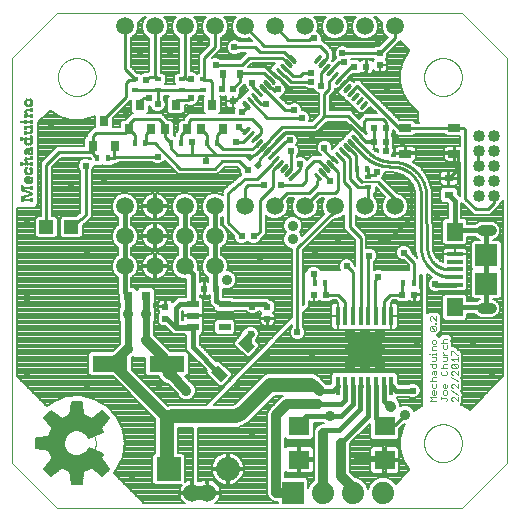
<source format=gtl>
G75*
%MOIN*%
%OFA0B0*%
%FSLAX25Y25*%
%IPPOS*%
%LPD*%
%AMOC8*
5,1,8,0,0,1.08239X$1,22.5*
%
%ADD10C,0.00300*%
%ADD11C,0.00000*%
%ADD12C,0.01008*%
%ADD13R,0.01969X0.01969*%
%ADD14R,0.04724X0.04724*%
%ADD15R,0.01575X0.02362*%
%ADD16R,0.02362X0.01575*%
%ADD17R,0.01969X0.01969*%
%ADD18R,0.02362X0.03150*%
%ADD19R,0.03150X0.02362*%
%ADD20C,0.04000*%
%ADD21R,0.11811X0.05512*%
%ADD22R,0.03150X0.03150*%
%ADD23R,0.07098X0.06299*%
%ADD24R,0.01575X0.06299*%
%ADD25R,0.11811X0.11811*%
%ADD26R,0.08000X0.08000*%
%ADD27C,0.08000*%
%ADD28R,0.07400X0.07400*%
%ADD29C,0.07400*%
%ADD30R,0.02000X0.01000*%
%ADD31C,0.06000*%
%ADD32C,0.00039*%
%ADD33R,0.05315X0.01575*%
%ADD34C,0.03543*%
%ADD35R,0.05512X0.06299*%
%ADD36R,0.07480X0.07480*%
%ADD37C,0.00591*%
%ADD38R,0.03150X0.03543*%
%ADD39C,0.05906*%
%ADD40R,0.00025X0.00425*%
%ADD41R,0.00025X0.00350*%
%ADD42R,0.00025X0.00325*%
%ADD43R,0.00025X0.00750*%
%ADD44R,0.00025X0.00650*%
%ADD45R,0.00025X0.00575*%
%ADD46R,0.00025X0.00300*%
%ADD47R,0.00025X0.00675*%
%ADD48R,0.00025X0.01000*%
%ADD49R,0.00025X0.00850*%
%ADD50R,0.00025X0.00875*%
%ADD51R,0.00025X0.01450*%
%ADD52R,0.00025X0.01425*%
%ADD53R,0.00025X0.01150*%
%ADD54R,0.00025X0.01575*%
%ADD55R,0.00025X0.01175*%
%ADD56R,0.00025X0.01075*%
%ADD57R,0.00025X0.00775*%
%ADD58R,0.00025X0.01300*%
%ADD59R,0.00025X0.00600*%
%ADD60R,0.00025X0.01125*%
%ADD61R,0.00025X0.01550*%
%ADD62R,0.00025X0.01625*%
%ADD63R,0.00025X0.01200*%
%ADD64R,0.00025X0.01025*%
%ADD65R,0.00025X0.01275*%
%ADD66R,0.00025X0.00925*%
%ADD67R,0.00025X0.00800*%
%ADD68R,0.00025X0.00725*%
%ADD69R,0.00025X0.01400*%
%ADD70R,0.00025X0.01250*%
%ADD71R,0.00025X0.01100*%
%ADD72R,0.00025X0.01050*%
%ADD73R,0.00025X0.01500*%
%ADD74R,0.00025X0.01350*%
%ADD75R,0.00025X0.01375*%
%ADD76R,0.00025X0.02550*%
%ADD77R,0.00025X0.01675*%
%ADD78R,0.00025X0.01525*%
%ADD79R,0.00025X0.02425*%
%ADD80R,0.00025X0.02600*%
%ADD81R,0.00025X0.01775*%
%ADD82R,0.00025X0.01600*%
%ADD83R,0.00025X0.02450*%
%ADD84R,0.00025X0.02625*%
%ADD85R,0.00025X0.01850*%
%ADD86R,0.00025X0.02500*%
%ADD87R,0.00025X0.02675*%
%ADD88R,0.00025X0.01700*%
%ADD89R,0.00025X0.01925*%
%ADD90R,0.00025X0.01750*%
%ADD91R,0.00025X0.02525*%
%ADD92R,0.00025X0.02700*%
%ADD93R,0.00025X0.02575*%
%ADD94R,0.00025X0.02000*%
%ADD95R,0.00025X0.01825*%
%ADD96R,0.00025X0.02750*%
%ADD97R,0.00025X0.00900*%
%ADD98R,0.00025X0.02050*%
%ADD99R,0.00025X0.01875*%
%ADD100R,0.00025X0.02775*%
%ADD101R,0.00025X0.02075*%
%ADD102R,0.00025X0.02800*%
%ADD103R,0.00025X0.02650*%
%ADD104R,0.00025X0.00950*%
%ADD105R,0.00025X0.01975*%
%ADD106R,0.00025X0.02825*%
%ADD107R,0.00025X0.02100*%
%ADD108R,0.00025X0.02025*%
%ADD109R,0.00025X0.02850*%
%ADD110R,0.00025X0.02875*%
%ADD111R,0.00025X0.02125*%
%ADD112R,0.00025X0.02900*%
%ADD113R,0.00025X0.02725*%
%ADD114R,0.00025X0.02175*%
%ADD115R,0.00025X0.02925*%
%ADD116R,0.00025X0.02150*%
%ADD117R,0.00025X0.02225*%
%ADD118R,0.00025X0.02950*%
%ADD119R,0.00025X0.02275*%
%ADD120R,0.00025X0.02975*%
%ADD121R,0.00025X0.02250*%
%ADD122R,0.00025X0.03000*%
%ADD123R,0.00025X0.02300*%
%ADD124R,0.00025X0.02325*%
%ADD125R,0.00025X0.02375*%
%ADD126R,0.00025X0.03025*%
%ADD127R,0.00025X0.03050*%
%ADD128R,0.00025X0.02400*%
%ADD129R,0.00025X0.01325*%
%ADD130R,0.00025X0.01475*%
%ADD131R,0.00025X0.02475*%
%ADD132R,0.00025X0.03075*%
%ADD133R,0.00025X0.00500*%
%ADD134R,0.00025X0.01225*%
%ADD135R,0.00025X0.00975*%
%ADD136R,0.00025X0.00400*%
%ADD137R,0.00025X0.01725*%
%ADD138R,0.00025X0.00275*%
%ADD139R,0.00025X0.00825*%
%ADD140R,0.00025X0.00200*%
%ADD141R,0.00025X0.00125*%
%ADD142R,0.00025X0.00025*%
%ADD143R,0.00025X0.00700*%
%ADD144R,0.00025X0.00175*%
%ADD145R,0.00025X0.00075*%
%ADD146R,0.00025X0.02200*%
%ADD147R,0.00025X0.00050*%
%ADD148R,0.00025X0.00150*%
%ADD149R,0.00025X0.00475*%
%ADD150R,0.00025X0.02350*%
%ADD151R,0.00025X0.01950*%
%ADD152R,0.00025X0.01800*%
%ADD153R,0.00025X0.01650*%
%ADD154R,0.00025X0.00450*%
%ADD155R,0.00025X0.00375*%
%ADD156R,0.04134X0.02559*%
%ADD157R,0.04134X0.02362*%
%ADD158R,0.03346X0.04724*%
%ADD159C,0.00800*%
%ADD160C,0.01000*%
%ADD161C,0.02400*%
%ADD162C,0.01600*%
%ADD163C,0.00600*%
%ADD164C,0.01200*%
%ADD165C,0.03562*%
%ADD166C,0.03200*%
%ADD167R,0.03562X0.03562*%
%ADD168C,0.04800*%
%ADD169C,0.02400*%
D10*
X0220080Y0080450D02*
X0220781Y0081151D01*
X0220080Y0081851D01*
X0222182Y0081851D01*
X0221831Y0082660D02*
X0221131Y0082660D01*
X0220781Y0083010D01*
X0220781Y0083711D01*
X0221131Y0084061D01*
X0221481Y0084061D01*
X0221481Y0082660D01*
X0221831Y0082660D02*
X0222182Y0083010D01*
X0222182Y0083711D01*
X0221831Y0084870D02*
X0222182Y0085220D01*
X0222182Y0086271D01*
X0222182Y0087080D02*
X0220080Y0087080D01*
X0220781Y0087430D02*
X0220781Y0088131D01*
X0221131Y0088481D01*
X0222182Y0088481D01*
X0221831Y0089290D02*
X0221481Y0089640D01*
X0221481Y0090691D01*
X0221131Y0090691D02*
X0222182Y0090691D01*
X0222182Y0089640D01*
X0221831Y0089290D01*
X0220781Y0089640D02*
X0220781Y0090340D01*
X0221131Y0090691D01*
X0221131Y0091499D02*
X0220781Y0091850D01*
X0220781Y0092901D01*
X0220080Y0092901D02*
X0222182Y0092901D01*
X0222182Y0091850D01*
X0221831Y0091499D01*
X0221131Y0091499D01*
X0220781Y0093709D02*
X0221831Y0093709D01*
X0222182Y0094060D01*
X0222182Y0095110D01*
X0220781Y0095110D01*
X0220781Y0095919D02*
X0220781Y0096269D01*
X0222182Y0096269D01*
X0222182Y0095919D02*
X0222182Y0096620D01*
X0222182Y0097392D02*
X0220781Y0097392D01*
X0220781Y0098443D01*
X0221131Y0098794D01*
X0222182Y0098794D01*
X0221831Y0099602D02*
X0222182Y0099953D01*
X0222182Y0100653D01*
X0221831Y0101003D01*
X0221131Y0101003D01*
X0220781Y0100653D01*
X0220781Y0099953D01*
X0221131Y0099602D01*
X0221831Y0099602D01*
X0223680Y0099971D02*
X0225782Y0099971D01*
X0225782Y0099162D02*
X0225782Y0098111D01*
X0225431Y0097761D01*
X0224731Y0097761D01*
X0224381Y0098111D01*
X0224381Y0099162D01*
X0224731Y0099971D02*
X0224381Y0100321D01*
X0224381Y0101022D01*
X0224731Y0101372D01*
X0225782Y0101372D01*
X0222182Y0104372D02*
X0221831Y0104022D01*
X0220430Y0105423D01*
X0221831Y0105423D01*
X0222182Y0105073D01*
X0222182Y0104372D01*
X0221831Y0104022D02*
X0220430Y0104022D01*
X0220080Y0104372D01*
X0220080Y0105073D01*
X0220430Y0105423D01*
X0221831Y0106232D02*
X0221831Y0106582D01*
X0222182Y0106582D01*
X0222182Y0106232D01*
X0221831Y0106232D01*
X0222182Y0107337D02*
X0220781Y0108738D01*
X0220430Y0108738D01*
X0220080Y0108388D01*
X0220080Y0107687D01*
X0220430Y0107337D01*
X0222182Y0107337D02*
X0222182Y0108738D01*
X0224381Y0096970D02*
X0224381Y0096620D01*
X0225081Y0095919D01*
X0224381Y0095919D02*
X0225782Y0095919D01*
X0225782Y0095110D02*
X0224381Y0095110D01*
X0224381Y0093709D02*
X0225431Y0093709D01*
X0225782Y0094060D01*
X0225782Y0095110D01*
X0227280Y0094410D02*
X0229382Y0094410D01*
X0229382Y0095110D02*
X0229382Y0093709D01*
X0229031Y0092901D02*
X0227630Y0092901D01*
X0229031Y0091499D01*
X0229382Y0091850D01*
X0229382Y0092550D01*
X0229031Y0092901D01*
X0227981Y0093709D02*
X0227280Y0094410D01*
X0227280Y0095919D02*
X0227280Y0097320D01*
X0227630Y0097320D01*
X0229031Y0095919D01*
X0229382Y0095919D01*
X0227630Y0092901D02*
X0227280Y0092550D01*
X0227280Y0091850D01*
X0227630Y0091499D01*
X0229031Y0091499D01*
X0229382Y0090691D02*
X0229382Y0089290D01*
X0227981Y0090691D01*
X0227630Y0090691D01*
X0227280Y0090340D01*
X0227280Y0089640D01*
X0227630Y0089290D01*
X0227280Y0088481D02*
X0229382Y0087080D01*
X0229382Y0086271D02*
X0229382Y0084870D01*
X0227981Y0086271D01*
X0227630Y0086271D01*
X0227280Y0085921D01*
X0227280Y0085220D01*
X0227630Y0084870D01*
X0227280Y0084061D02*
X0229382Y0082660D01*
X0229382Y0081851D02*
X0229382Y0080450D01*
X0227981Y0081851D01*
X0227630Y0081851D01*
X0227280Y0081501D01*
X0227280Y0080800D01*
X0227630Y0080450D01*
X0225782Y0080800D02*
X0225782Y0081151D01*
X0225431Y0081501D01*
X0223680Y0081501D01*
X0223680Y0081151D02*
X0223680Y0081851D01*
X0224731Y0082660D02*
X0225431Y0082660D01*
X0225782Y0083010D01*
X0225782Y0083711D01*
X0225431Y0084061D01*
X0224731Y0084061D01*
X0224381Y0083711D01*
X0224381Y0083010D01*
X0224731Y0082660D01*
X0225782Y0080800D02*
X0225431Y0080450D01*
X0222182Y0080450D02*
X0220080Y0080450D01*
X0221131Y0084870D02*
X0221831Y0084870D01*
X0221131Y0084870D02*
X0220781Y0085220D01*
X0220781Y0086271D01*
X0221131Y0087080D02*
X0220781Y0087430D01*
X0223680Y0089640D02*
X0224030Y0089290D01*
X0225431Y0089290D01*
X0225782Y0089640D01*
X0225782Y0090340D01*
X0225431Y0090691D01*
X0225782Y0091499D02*
X0223680Y0091499D01*
X0224381Y0091850D02*
X0224381Y0092550D01*
X0224731Y0092901D01*
X0225782Y0092901D01*
X0224381Y0091850D02*
X0224731Y0091499D01*
X0224030Y0090691D02*
X0223680Y0090340D01*
X0223680Y0089640D01*
X0224731Y0086271D02*
X0225081Y0086271D01*
X0225081Y0084870D01*
X0224731Y0084870D02*
X0224381Y0085220D01*
X0224381Y0085921D01*
X0224731Y0086271D01*
X0225782Y0085921D02*
X0225782Y0085220D01*
X0225431Y0084870D01*
X0224731Y0084870D01*
X0220080Y0096269D02*
X0219730Y0096269D01*
D11*
X0095922Y0045000D02*
X0080922Y0060000D01*
X0080922Y0195000D01*
X0095922Y0210000D01*
X0230922Y0210000D01*
X0245922Y0195000D01*
X0245922Y0060000D01*
X0230922Y0045000D01*
X0095922Y0045000D01*
X0096099Y0066476D02*
X0096101Y0066634D01*
X0096107Y0066792D01*
X0096117Y0066950D01*
X0096131Y0067108D01*
X0096149Y0067265D01*
X0096170Y0067422D01*
X0096196Y0067578D01*
X0096226Y0067734D01*
X0096259Y0067889D01*
X0096297Y0068042D01*
X0096338Y0068195D01*
X0096383Y0068347D01*
X0096432Y0068498D01*
X0096485Y0068647D01*
X0096541Y0068795D01*
X0096601Y0068941D01*
X0096665Y0069086D01*
X0096733Y0069229D01*
X0096804Y0069371D01*
X0096878Y0069511D01*
X0096956Y0069648D01*
X0097038Y0069784D01*
X0097122Y0069918D01*
X0097211Y0070049D01*
X0097302Y0070178D01*
X0097397Y0070305D01*
X0097494Y0070430D01*
X0097595Y0070552D01*
X0097699Y0070671D01*
X0097806Y0070788D01*
X0097916Y0070902D01*
X0098029Y0071013D01*
X0098144Y0071122D01*
X0098262Y0071227D01*
X0098383Y0071329D01*
X0098506Y0071429D01*
X0098632Y0071525D01*
X0098760Y0071618D01*
X0098890Y0071708D01*
X0099023Y0071794D01*
X0099158Y0071878D01*
X0099294Y0071957D01*
X0099433Y0072034D01*
X0099574Y0072106D01*
X0099716Y0072176D01*
X0099860Y0072241D01*
X0100006Y0072303D01*
X0100153Y0072361D01*
X0100302Y0072416D01*
X0100452Y0072467D01*
X0100603Y0072514D01*
X0100755Y0072557D01*
X0100908Y0072596D01*
X0101063Y0072632D01*
X0101218Y0072663D01*
X0101374Y0072691D01*
X0101530Y0072715D01*
X0101687Y0072735D01*
X0101845Y0072751D01*
X0102002Y0072763D01*
X0102161Y0072771D01*
X0102319Y0072775D01*
X0102477Y0072775D01*
X0102635Y0072771D01*
X0102794Y0072763D01*
X0102951Y0072751D01*
X0103109Y0072735D01*
X0103266Y0072715D01*
X0103422Y0072691D01*
X0103578Y0072663D01*
X0103733Y0072632D01*
X0103888Y0072596D01*
X0104041Y0072557D01*
X0104193Y0072514D01*
X0104344Y0072467D01*
X0104494Y0072416D01*
X0104643Y0072361D01*
X0104790Y0072303D01*
X0104936Y0072241D01*
X0105080Y0072176D01*
X0105222Y0072106D01*
X0105363Y0072034D01*
X0105502Y0071957D01*
X0105638Y0071878D01*
X0105773Y0071794D01*
X0105906Y0071708D01*
X0106036Y0071618D01*
X0106164Y0071525D01*
X0106290Y0071429D01*
X0106413Y0071329D01*
X0106534Y0071227D01*
X0106652Y0071122D01*
X0106767Y0071013D01*
X0106880Y0070902D01*
X0106990Y0070788D01*
X0107097Y0070671D01*
X0107201Y0070552D01*
X0107302Y0070430D01*
X0107399Y0070305D01*
X0107494Y0070178D01*
X0107585Y0070049D01*
X0107674Y0069918D01*
X0107758Y0069784D01*
X0107840Y0069648D01*
X0107918Y0069511D01*
X0107992Y0069371D01*
X0108063Y0069229D01*
X0108131Y0069086D01*
X0108195Y0068941D01*
X0108255Y0068795D01*
X0108311Y0068647D01*
X0108364Y0068498D01*
X0108413Y0068347D01*
X0108458Y0068195D01*
X0108499Y0068042D01*
X0108537Y0067889D01*
X0108570Y0067734D01*
X0108600Y0067578D01*
X0108626Y0067422D01*
X0108647Y0067265D01*
X0108665Y0067108D01*
X0108679Y0066950D01*
X0108689Y0066792D01*
X0108695Y0066634D01*
X0108697Y0066476D01*
X0108695Y0066318D01*
X0108689Y0066160D01*
X0108679Y0066002D01*
X0108665Y0065844D01*
X0108647Y0065687D01*
X0108626Y0065530D01*
X0108600Y0065374D01*
X0108570Y0065218D01*
X0108537Y0065063D01*
X0108499Y0064910D01*
X0108458Y0064757D01*
X0108413Y0064605D01*
X0108364Y0064454D01*
X0108311Y0064305D01*
X0108255Y0064157D01*
X0108195Y0064011D01*
X0108131Y0063866D01*
X0108063Y0063723D01*
X0107992Y0063581D01*
X0107918Y0063441D01*
X0107840Y0063304D01*
X0107758Y0063168D01*
X0107674Y0063034D01*
X0107585Y0062903D01*
X0107494Y0062774D01*
X0107399Y0062647D01*
X0107302Y0062522D01*
X0107201Y0062400D01*
X0107097Y0062281D01*
X0106990Y0062164D01*
X0106880Y0062050D01*
X0106767Y0061939D01*
X0106652Y0061830D01*
X0106534Y0061725D01*
X0106413Y0061623D01*
X0106290Y0061523D01*
X0106164Y0061427D01*
X0106036Y0061334D01*
X0105906Y0061244D01*
X0105773Y0061158D01*
X0105638Y0061074D01*
X0105502Y0060995D01*
X0105363Y0060918D01*
X0105222Y0060846D01*
X0105080Y0060776D01*
X0104936Y0060711D01*
X0104790Y0060649D01*
X0104643Y0060591D01*
X0104494Y0060536D01*
X0104344Y0060485D01*
X0104193Y0060438D01*
X0104041Y0060395D01*
X0103888Y0060356D01*
X0103733Y0060320D01*
X0103578Y0060289D01*
X0103422Y0060261D01*
X0103266Y0060237D01*
X0103109Y0060217D01*
X0102951Y0060201D01*
X0102794Y0060189D01*
X0102635Y0060181D01*
X0102477Y0060177D01*
X0102319Y0060177D01*
X0102161Y0060181D01*
X0102002Y0060189D01*
X0101845Y0060201D01*
X0101687Y0060217D01*
X0101530Y0060237D01*
X0101374Y0060261D01*
X0101218Y0060289D01*
X0101063Y0060320D01*
X0100908Y0060356D01*
X0100755Y0060395D01*
X0100603Y0060438D01*
X0100452Y0060485D01*
X0100302Y0060536D01*
X0100153Y0060591D01*
X0100006Y0060649D01*
X0099860Y0060711D01*
X0099716Y0060776D01*
X0099574Y0060846D01*
X0099433Y0060918D01*
X0099294Y0060995D01*
X0099158Y0061074D01*
X0099023Y0061158D01*
X0098890Y0061244D01*
X0098760Y0061334D01*
X0098632Y0061427D01*
X0098506Y0061523D01*
X0098383Y0061623D01*
X0098262Y0061725D01*
X0098144Y0061830D01*
X0098029Y0061939D01*
X0097916Y0062050D01*
X0097806Y0062164D01*
X0097699Y0062281D01*
X0097595Y0062400D01*
X0097494Y0062522D01*
X0097397Y0062647D01*
X0097302Y0062774D01*
X0097211Y0062903D01*
X0097122Y0063034D01*
X0097038Y0063168D01*
X0096956Y0063304D01*
X0096878Y0063441D01*
X0096804Y0063581D01*
X0096733Y0063723D01*
X0096665Y0063866D01*
X0096601Y0064011D01*
X0096541Y0064157D01*
X0096485Y0064305D01*
X0096432Y0064454D01*
X0096383Y0064605D01*
X0096338Y0064757D01*
X0096297Y0064910D01*
X0096259Y0065063D01*
X0096226Y0065218D01*
X0096196Y0065374D01*
X0096170Y0065530D01*
X0096149Y0065687D01*
X0096131Y0065844D01*
X0096117Y0066002D01*
X0096107Y0066160D01*
X0096101Y0066318D01*
X0096099Y0066476D01*
X0218146Y0066476D02*
X0218148Y0066634D01*
X0218154Y0066792D01*
X0218164Y0066950D01*
X0218178Y0067108D01*
X0218196Y0067265D01*
X0218217Y0067422D01*
X0218243Y0067578D01*
X0218273Y0067734D01*
X0218306Y0067889D01*
X0218344Y0068042D01*
X0218385Y0068195D01*
X0218430Y0068347D01*
X0218479Y0068498D01*
X0218532Y0068647D01*
X0218588Y0068795D01*
X0218648Y0068941D01*
X0218712Y0069086D01*
X0218780Y0069229D01*
X0218851Y0069371D01*
X0218925Y0069511D01*
X0219003Y0069648D01*
X0219085Y0069784D01*
X0219169Y0069918D01*
X0219258Y0070049D01*
X0219349Y0070178D01*
X0219444Y0070305D01*
X0219541Y0070430D01*
X0219642Y0070552D01*
X0219746Y0070671D01*
X0219853Y0070788D01*
X0219963Y0070902D01*
X0220076Y0071013D01*
X0220191Y0071122D01*
X0220309Y0071227D01*
X0220430Y0071329D01*
X0220553Y0071429D01*
X0220679Y0071525D01*
X0220807Y0071618D01*
X0220937Y0071708D01*
X0221070Y0071794D01*
X0221205Y0071878D01*
X0221341Y0071957D01*
X0221480Y0072034D01*
X0221621Y0072106D01*
X0221763Y0072176D01*
X0221907Y0072241D01*
X0222053Y0072303D01*
X0222200Y0072361D01*
X0222349Y0072416D01*
X0222499Y0072467D01*
X0222650Y0072514D01*
X0222802Y0072557D01*
X0222955Y0072596D01*
X0223110Y0072632D01*
X0223265Y0072663D01*
X0223421Y0072691D01*
X0223577Y0072715D01*
X0223734Y0072735D01*
X0223892Y0072751D01*
X0224049Y0072763D01*
X0224208Y0072771D01*
X0224366Y0072775D01*
X0224524Y0072775D01*
X0224682Y0072771D01*
X0224841Y0072763D01*
X0224998Y0072751D01*
X0225156Y0072735D01*
X0225313Y0072715D01*
X0225469Y0072691D01*
X0225625Y0072663D01*
X0225780Y0072632D01*
X0225935Y0072596D01*
X0226088Y0072557D01*
X0226240Y0072514D01*
X0226391Y0072467D01*
X0226541Y0072416D01*
X0226690Y0072361D01*
X0226837Y0072303D01*
X0226983Y0072241D01*
X0227127Y0072176D01*
X0227269Y0072106D01*
X0227410Y0072034D01*
X0227549Y0071957D01*
X0227685Y0071878D01*
X0227820Y0071794D01*
X0227953Y0071708D01*
X0228083Y0071618D01*
X0228211Y0071525D01*
X0228337Y0071429D01*
X0228460Y0071329D01*
X0228581Y0071227D01*
X0228699Y0071122D01*
X0228814Y0071013D01*
X0228927Y0070902D01*
X0229037Y0070788D01*
X0229144Y0070671D01*
X0229248Y0070552D01*
X0229349Y0070430D01*
X0229446Y0070305D01*
X0229541Y0070178D01*
X0229632Y0070049D01*
X0229721Y0069918D01*
X0229805Y0069784D01*
X0229887Y0069648D01*
X0229965Y0069511D01*
X0230039Y0069371D01*
X0230110Y0069229D01*
X0230178Y0069086D01*
X0230242Y0068941D01*
X0230302Y0068795D01*
X0230358Y0068647D01*
X0230411Y0068498D01*
X0230460Y0068347D01*
X0230505Y0068195D01*
X0230546Y0068042D01*
X0230584Y0067889D01*
X0230617Y0067734D01*
X0230647Y0067578D01*
X0230673Y0067422D01*
X0230694Y0067265D01*
X0230712Y0067108D01*
X0230726Y0066950D01*
X0230736Y0066792D01*
X0230742Y0066634D01*
X0230744Y0066476D01*
X0230742Y0066318D01*
X0230736Y0066160D01*
X0230726Y0066002D01*
X0230712Y0065844D01*
X0230694Y0065687D01*
X0230673Y0065530D01*
X0230647Y0065374D01*
X0230617Y0065218D01*
X0230584Y0065063D01*
X0230546Y0064910D01*
X0230505Y0064757D01*
X0230460Y0064605D01*
X0230411Y0064454D01*
X0230358Y0064305D01*
X0230302Y0064157D01*
X0230242Y0064011D01*
X0230178Y0063866D01*
X0230110Y0063723D01*
X0230039Y0063581D01*
X0229965Y0063441D01*
X0229887Y0063304D01*
X0229805Y0063168D01*
X0229721Y0063034D01*
X0229632Y0062903D01*
X0229541Y0062774D01*
X0229446Y0062647D01*
X0229349Y0062522D01*
X0229248Y0062400D01*
X0229144Y0062281D01*
X0229037Y0062164D01*
X0228927Y0062050D01*
X0228814Y0061939D01*
X0228699Y0061830D01*
X0228581Y0061725D01*
X0228460Y0061623D01*
X0228337Y0061523D01*
X0228211Y0061427D01*
X0228083Y0061334D01*
X0227953Y0061244D01*
X0227820Y0061158D01*
X0227685Y0061074D01*
X0227549Y0060995D01*
X0227410Y0060918D01*
X0227269Y0060846D01*
X0227127Y0060776D01*
X0226983Y0060711D01*
X0226837Y0060649D01*
X0226690Y0060591D01*
X0226541Y0060536D01*
X0226391Y0060485D01*
X0226240Y0060438D01*
X0226088Y0060395D01*
X0225935Y0060356D01*
X0225780Y0060320D01*
X0225625Y0060289D01*
X0225469Y0060261D01*
X0225313Y0060237D01*
X0225156Y0060217D01*
X0224998Y0060201D01*
X0224841Y0060189D01*
X0224682Y0060181D01*
X0224524Y0060177D01*
X0224366Y0060177D01*
X0224208Y0060181D01*
X0224049Y0060189D01*
X0223892Y0060201D01*
X0223734Y0060217D01*
X0223577Y0060237D01*
X0223421Y0060261D01*
X0223265Y0060289D01*
X0223110Y0060320D01*
X0222955Y0060356D01*
X0222802Y0060395D01*
X0222650Y0060438D01*
X0222499Y0060485D01*
X0222349Y0060536D01*
X0222200Y0060591D01*
X0222053Y0060649D01*
X0221907Y0060711D01*
X0221763Y0060776D01*
X0221621Y0060846D01*
X0221480Y0060918D01*
X0221341Y0060995D01*
X0221205Y0061074D01*
X0221070Y0061158D01*
X0220937Y0061244D01*
X0220807Y0061334D01*
X0220679Y0061427D01*
X0220553Y0061523D01*
X0220430Y0061623D01*
X0220309Y0061725D01*
X0220191Y0061830D01*
X0220076Y0061939D01*
X0219963Y0062050D01*
X0219853Y0062164D01*
X0219746Y0062281D01*
X0219642Y0062400D01*
X0219541Y0062522D01*
X0219444Y0062647D01*
X0219349Y0062774D01*
X0219258Y0062903D01*
X0219169Y0063034D01*
X0219085Y0063168D01*
X0219003Y0063304D01*
X0218925Y0063441D01*
X0218851Y0063581D01*
X0218780Y0063723D01*
X0218712Y0063866D01*
X0218648Y0064011D01*
X0218588Y0064157D01*
X0218532Y0064305D01*
X0218479Y0064454D01*
X0218430Y0064605D01*
X0218385Y0064757D01*
X0218344Y0064910D01*
X0218306Y0065063D01*
X0218273Y0065218D01*
X0218243Y0065374D01*
X0218217Y0065530D01*
X0218196Y0065687D01*
X0218178Y0065844D01*
X0218164Y0066002D01*
X0218154Y0066160D01*
X0218148Y0066318D01*
X0218146Y0066476D01*
X0218146Y0188524D02*
X0218148Y0188682D01*
X0218154Y0188840D01*
X0218164Y0188998D01*
X0218178Y0189156D01*
X0218196Y0189313D01*
X0218217Y0189470D01*
X0218243Y0189626D01*
X0218273Y0189782D01*
X0218306Y0189937D01*
X0218344Y0190090D01*
X0218385Y0190243D01*
X0218430Y0190395D01*
X0218479Y0190546D01*
X0218532Y0190695D01*
X0218588Y0190843D01*
X0218648Y0190989D01*
X0218712Y0191134D01*
X0218780Y0191277D01*
X0218851Y0191419D01*
X0218925Y0191559D01*
X0219003Y0191696D01*
X0219085Y0191832D01*
X0219169Y0191966D01*
X0219258Y0192097D01*
X0219349Y0192226D01*
X0219444Y0192353D01*
X0219541Y0192478D01*
X0219642Y0192600D01*
X0219746Y0192719D01*
X0219853Y0192836D01*
X0219963Y0192950D01*
X0220076Y0193061D01*
X0220191Y0193170D01*
X0220309Y0193275D01*
X0220430Y0193377D01*
X0220553Y0193477D01*
X0220679Y0193573D01*
X0220807Y0193666D01*
X0220937Y0193756D01*
X0221070Y0193842D01*
X0221205Y0193926D01*
X0221341Y0194005D01*
X0221480Y0194082D01*
X0221621Y0194154D01*
X0221763Y0194224D01*
X0221907Y0194289D01*
X0222053Y0194351D01*
X0222200Y0194409D01*
X0222349Y0194464D01*
X0222499Y0194515D01*
X0222650Y0194562D01*
X0222802Y0194605D01*
X0222955Y0194644D01*
X0223110Y0194680D01*
X0223265Y0194711D01*
X0223421Y0194739D01*
X0223577Y0194763D01*
X0223734Y0194783D01*
X0223892Y0194799D01*
X0224049Y0194811D01*
X0224208Y0194819D01*
X0224366Y0194823D01*
X0224524Y0194823D01*
X0224682Y0194819D01*
X0224841Y0194811D01*
X0224998Y0194799D01*
X0225156Y0194783D01*
X0225313Y0194763D01*
X0225469Y0194739D01*
X0225625Y0194711D01*
X0225780Y0194680D01*
X0225935Y0194644D01*
X0226088Y0194605D01*
X0226240Y0194562D01*
X0226391Y0194515D01*
X0226541Y0194464D01*
X0226690Y0194409D01*
X0226837Y0194351D01*
X0226983Y0194289D01*
X0227127Y0194224D01*
X0227269Y0194154D01*
X0227410Y0194082D01*
X0227549Y0194005D01*
X0227685Y0193926D01*
X0227820Y0193842D01*
X0227953Y0193756D01*
X0228083Y0193666D01*
X0228211Y0193573D01*
X0228337Y0193477D01*
X0228460Y0193377D01*
X0228581Y0193275D01*
X0228699Y0193170D01*
X0228814Y0193061D01*
X0228927Y0192950D01*
X0229037Y0192836D01*
X0229144Y0192719D01*
X0229248Y0192600D01*
X0229349Y0192478D01*
X0229446Y0192353D01*
X0229541Y0192226D01*
X0229632Y0192097D01*
X0229721Y0191966D01*
X0229805Y0191832D01*
X0229887Y0191696D01*
X0229965Y0191559D01*
X0230039Y0191419D01*
X0230110Y0191277D01*
X0230178Y0191134D01*
X0230242Y0190989D01*
X0230302Y0190843D01*
X0230358Y0190695D01*
X0230411Y0190546D01*
X0230460Y0190395D01*
X0230505Y0190243D01*
X0230546Y0190090D01*
X0230584Y0189937D01*
X0230617Y0189782D01*
X0230647Y0189626D01*
X0230673Y0189470D01*
X0230694Y0189313D01*
X0230712Y0189156D01*
X0230726Y0188998D01*
X0230736Y0188840D01*
X0230742Y0188682D01*
X0230744Y0188524D01*
X0230742Y0188366D01*
X0230736Y0188208D01*
X0230726Y0188050D01*
X0230712Y0187892D01*
X0230694Y0187735D01*
X0230673Y0187578D01*
X0230647Y0187422D01*
X0230617Y0187266D01*
X0230584Y0187111D01*
X0230546Y0186958D01*
X0230505Y0186805D01*
X0230460Y0186653D01*
X0230411Y0186502D01*
X0230358Y0186353D01*
X0230302Y0186205D01*
X0230242Y0186059D01*
X0230178Y0185914D01*
X0230110Y0185771D01*
X0230039Y0185629D01*
X0229965Y0185489D01*
X0229887Y0185352D01*
X0229805Y0185216D01*
X0229721Y0185082D01*
X0229632Y0184951D01*
X0229541Y0184822D01*
X0229446Y0184695D01*
X0229349Y0184570D01*
X0229248Y0184448D01*
X0229144Y0184329D01*
X0229037Y0184212D01*
X0228927Y0184098D01*
X0228814Y0183987D01*
X0228699Y0183878D01*
X0228581Y0183773D01*
X0228460Y0183671D01*
X0228337Y0183571D01*
X0228211Y0183475D01*
X0228083Y0183382D01*
X0227953Y0183292D01*
X0227820Y0183206D01*
X0227685Y0183122D01*
X0227549Y0183043D01*
X0227410Y0182966D01*
X0227269Y0182894D01*
X0227127Y0182824D01*
X0226983Y0182759D01*
X0226837Y0182697D01*
X0226690Y0182639D01*
X0226541Y0182584D01*
X0226391Y0182533D01*
X0226240Y0182486D01*
X0226088Y0182443D01*
X0225935Y0182404D01*
X0225780Y0182368D01*
X0225625Y0182337D01*
X0225469Y0182309D01*
X0225313Y0182285D01*
X0225156Y0182265D01*
X0224998Y0182249D01*
X0224841Y0182237D01*
X0224682Y0182229D01*
X0224524Y0182225D01*
X0224366Y0182225D01*
X0224208Y0182229D01*
X0224049Y0182237D01*
X0223892Y0182249D01*
X0223734Y0182265D01*
X0223577Y0182285D01*
X0223421Y0182309D01*
X0223265Y0182337D01*
X0223110Y0182368D01*
X0222955Y0182404D01*
X0222802Y0182443D01*
X0222650Y0182486D01*
X0222499Y0182533D01*
X0222349Y0182584D01*
X0222200Y0182639D01*
X0222053Y0182697D01*
X0221907Y0182759D01*
X0221763Y0182824D01*
X0221621Y0182894D01*
X0221480Y0182966D01*
X0221341Y0183043D01*
X0221205Y0183122D01*
X0221070Y0183206D01*
X0220937Y0183292D01*
X0220807Y0183382D01*
X0220679Y0183475D01*
X0220553Y0183571D01*
X0220430Y0183671D01*
X0220309Y0183773D01*
X0220191Y0183878D01*
X0220076Y0183987D01*
X0219963Y0184098D01*
X0219853Y0184212D01*
X0219746Y0184329D01*
X0219642Y0184448D01*
X0219541Y0184570D01*
X0219444Y0184695D01*
X0219349Y0184822D01*
X0219258Y0184951D01*
X0219169Y0185082D01*
X0219085Y0185216D01*
X0219003Y0185352D01*
X0218925Y0185489D01*
X0218851Y0185629D01*
X0218780Y0185771D01*
X0218712Y0185914D01*
X0218648Y0186059D01*
X0218588Y0186205D01*
X0218532Y0186353D01*
X0218479Y0186502D01*
X0218430Y0186653D01*
X0218385Y0186805D01*
X0218344Y0186958D01*
X0218306Y0187111D01*
X0218273Y0187266D01*
X0218243Y0187422D01*
X0218217Y0187578D01*
X0218196Y0187735D01*
X0218178Y0187892D01*
X0218164Y0188050D01*
X0218154Y0188208D01*
X0218148Y0188366D01*
X0218146Y0188524D01*
X0096099Y0188524D02*
X0096101Y0188682D01*
X0096107Y0188840D01*
X0096117Y0188998D01*
X0096131Y0189156D01*
X0096149Y0189313D01*
X0096170Y0189470D01*
X0096196Y0189626D01*
X0096226Y0189782D01*
X0096259Y0189937D01*
X0096297Y0190090D01*
X0096338Y0190243D01*
X0096383Y0190395D01*
X0096432Y0190546D01*
X0096485Y0190695D01*
X0096541Y0190843D01*
X0096601Y0190989D01*
X0096665Y0191134D01*
X0096733Y0191277D01*
X0096804Y0191419D01*
X0096878Y0191559D01*
X0096956Y0191696D01*
X0097038Y0191832D01*
X0097122Y0191966D01*
X0097211Y0192097D01*
X0097302Y0192226D01*
X0097397Y0192353D01*
X0097494Y0192478D01*
X0097595Y0192600D01*
X0097699Y0192719D01*
X0097806Y0192836D01*
X0097916Y0192950D01*
X0098029Y0193061D01*
X0098144Y0193170D01*
X0098262Y0193275D01*
X0098383Y0193377D01*
X0098506Y0193477D01*
X0098632Y0193573D01*
X0098760Y0193666D01*
X0098890Y0193756D01*
X0099023Y0193842D01*
X0099158Y0193926D01*
X0099294Y0194005D01*
X0099433Y0194082D01*
X0099574Y0194154D01*
X0099716Y0194224D01*
X0099860Y0194289D01*
X0100006Y0194351D01*
X0100153Y0194409D01*
X0100302Y0194464D01*
X0100452Y0194515D01*
X0100603Y0194562D01*
X0100755Y0194605D01*
X0100908Y0194644D01*
X0101063Y0194680D01*
X0101218Y0194711D01*
X0101374Y0194739D01*
X0101530Y0194763D01*
X0101687Y0194783D01*
X0101845Y0194799D01*
X0102002Y0194811D01*
X0102161Y0194819D01*
X0102319Y0194823D01*
X0102477Y0194823D01*
X0102635Y0194819D01*
X0102794Y0194811D01*
X0102951Y0194799D01*
X0103109Y0194783D01*
X0103266Y0194763D01*
X0103422Y0194739D01*
X0103578Y0194711D01*
X0103733Y0194680D01*
X0103888Y0194644D01*
X0104041Y0194605D01*
X0104193Y0194562D01*
X0104344Y0194515D01*
X0104494Y0194464D01*
X0104643Y0194409D01*
X0104790Y0194351D01*
X0104936Y0194289D01*
X0105080Y0194224D01*
X0105222Y0194154D01*
X0105363Y0194082D01*
X0105502Y0194005D01*
X0105638Y0193926D01*
X0105773Y0193842D01*
X0105906Y0193756D01*
X0106036Y0193666D01*
X0106164Y0193573D01*
X0106290Y0193477D01*
X0106413Y0193377D01*
X0106534Y0193275D01*
X0106652Y0193170D01*
X0106767Y0193061D01*
X0106880Y0192950D01*
X0106990Y0192836D01*
X0107097Y0192719D01*
X0107201Y0192600D01*
X0107302Y0192478D01*
X0107399Y0192353D01*
X0107494Y0192226D01*
X0107585Y0192097D01*
X0107674Y0191966D01*
X0107758Y0191832D01*
X0107840Y0191696D01*
X0107918Y0191559D01*
X0107992Y0191419D01*
X0108063Y0191277D01*
X0108131Y0191134D01*
X0108195Y0190989D01*
X0108255Y0190843D01*
X0108311Y0190695D01*
X0108364Y0190546D01*
X0108413Y0190395D01*
X0108458Y0190243D01*
X0108499Y0190090D01*
X0108537Y0189937D01*
X0108570Y0189782D01*
X0108600Y0189626D01*
X0108626Y0189470D01*
X0108647Y0189313D01*
X0108665Y0189156D01*
X0108679Y0188998D01*
X0108689Y0188840D01*
X0108695Y0188682D01*
X0108697Y0188524D01*
X0108695Y0188366D01*
X0108689Y0188208D01*
X0108679Y0188050D01*
X0108665Y0187892D01*
X0108647Y0187735D01*
X0108626Y0187578D01*
X0108600Y0187422D01*
X0108570Y0187266D01*
X0108537Y0187111D01*
X0108499Y0186958D01*
X0108458Y0186805D01*
X0108413Y0186653D01*
X0108364Y0186502D01*
X0108311Y0186353D01*
X0108255Y0186205D01*
X0108195Y0186059D01*
X0108131Y0185914D01*
X0108063Y0185771D01*
X0107992Y0185629D01*
X0107918Y0185489D01*
X0107840Y0185352D01*
X0107758Y0185216D01*
X0107674Y0185082D01*
X0107585Y0184951D01*
X0107494Y0184822D01*
X0107399Y0184695D01*
X0107302Y0184570D01*
X0107201Y0184448D01*
X0107097Y0184329D01*
X0106990Y0184212D01*
X0106880Y0184098D01*
X0106767Y0183987D01*
X0106652Y0183878D01*
X0106534Y0183773D01*
X0106413Y0183671D01*
X0106290Y0183571D01*
X0106164Y0183475D01*
X0106036Y0183382D01*
X0105906Y0183292D01*
X0105773Y0183206D01*
X0105638Y0183122D01*
X0105502Y0183043D01*
X0105363Y0182966D01*
X0105222Y0182894D01*
X0105080Y0182824D01*
X0104936Y0182759D01*
X0104790Y0182697D01*
X0104643Y0182639D01*
X0104494Y0182584D01*
X0104344Y0182533D01*
X0104193Y0182486D01*
X0104041Y0182443D01*
X0103888Y0182404D01*
X0103733Y0182368D01*
X0103578Y0182337D01*
X0103422Y0182309D01*
X0103266Y0182285D01*
X0103109Y0182265D01*
X0102951Y0182249D01*
X0102794Y0182237D01*
X0102635Y0182229D01*
X0102477Y0182225D01*
X0102319Y0182225D01*
X0102161Y0182229D01*
X0102002Y0182237D01*
X0101845Y0182249D01*
X0101687Y0182265D01*
X0101530Y0182285D01*
X0101374Y0182309D01*
X0101218Y0182337D01*
X0101063Y0182368D01*
X0100908Y0182404D01*
X0100755Y0182443D01*
X0100603Y0182486D01*
X0100452Y0182533D01*
X0100302Y0182584D01*
X0100153Y0182639D01*
X0100006Y0182697D01*
X0099860Y0182759D01*
X0099716Y0182824D01*
X0099574Y0182894D01*
X0099433Y0182966D01*
X0099294Y0183043D01*
X0099158Y0183122D01*
X0099023Y0183206D01*
X0098890Y0183292D01*
X0098760Y0183382D01*
X0098632Y0183475D01*
X0098506Y0183571D01*
X0098383Y0183671D01*
X0098262Y0183773D01*
X0098144Y0183878D01*
X0098029Y0183987D01*
X0097916Y0184098D01*
X0097806Y0184212D01*
X0097699Y0184329D01*
X0097595Y0184448D01*
X0097494Y0184570D01*
X0097397Y0184695D01*
X0097302Y0184822D01*
X0097211Y0184951D01*
X0097122Y0185082D01*
X0097038Y0185216D01*
X0096956Y0185352D01*
X0096878Y0185489D01*
X0096804Y0185629D01*
X0096733Y0185771D01*
X0096665Y0185914D01*
X0096601Y0186059D01*
X0096541Y0186205D01*
X0096485Y0186353D01*
X0096432Y0186502D01*
X0096383Y0186653D01*
X0096338Y0186805D01*
X0096297Y0186958D01*
X0096259Y0187111D01*
X0096226Y0187266D01*
X0096196Y0187422D01*
X0096170Y0187578D01*
X0096149Y0187735D01*
X0096131Y0187892D01*
X0096117Y0188050D01*
X0096107Y0188208D01*
X0096101Y0188366D01*
X0096099Y0188524D01*
D12*
X0157950Y0179982D02*
X0159602Y0178330D01*
X0157950Y0179982D02*
X0158128Y0180160D01*
X0159780Y0178508D01*
X0159602Y0178330D01*
X0158951Y0179337D02*
X0158595Y0179337D01*
X0159342Y0181374D02*
X0160994Y0179722D01*
X0159342Y0181374D02*
X0159520Y0181552D01*
X0161172Y0179900D01*
X0160994Y0179722D01*
X0160343Y0180729D02*
X0159987Y0180729D01*
X0160734Y0182766D02*
X0162386Y0181114D01*
X0160734Y0182766D02*
X0160912Y0182944D01*
X0162564Y0181292D01*
X0162386Y0181114D01*
X0161735Y0182121D02*
X0161379Y0182121D01*
X0162126Y0184158D02*
X0163778Y0182506D01*
X0162126Y0184158D02*
X0162304Y0184336D01*
X0163956Y0182684D01*
X0163778Y0182506D01*
X0163127Y0183513D02*
X0162771Y0183513D01*
X0163518Y0185550D02*
X0165170Y0183898D01*
X0163518Y0185550D02*
X0163696Y0185728D01*
X0165348Y0184076D01*
X0165170Y0183898D01*
X0164519Y0184905D02*
X0164163Y0184905D01*
X0164910Y0186942D02*
X0166562Y0185290D01*
X0164910Y0186942D02*
X0165088Y0187120D01*
X0166740Y0185468D01*
X0166562Y0185290D01*
X0165911Y0186297D02*
X0165555Y0186297D01*
X0166302Y0188334D02*
X0167954Y0186682D01*
X0166302Y0188334D02*
X0166480Y0188512D01*
X0168132Y0186860D01*
X0167954Y0186682D01*
X0167303Y0187689D02*
X0166947Y0187689D01*
X0167694Y0189726D02*
X0169346Y0188074D01*
X0167694Y0189726D02*
X0167872Y0189904D01*
X0169524Y0188252D01*
X0169346Y0188074D01*
X0168695Y0189081D02*
X0168339Y0189081D01*
X0169085Y0191118D02*
X0170737Y0189466D01*
X0169085Y0191118D02*
X0169263Y0191296D01*
X0170915Y0189644D01*
X0170737Y0189466D01*
X0170086Y0190473D02*
X0169730Y0190473D01*
X0170477Y0192510D02*
X0172129Y0190858D01*
X0170477Y0192510D02*
X0170655Y0192688D01*
X0172307Y0191036D01*
X0172129Y0190858D01*
X0171478Y0191865D02*
X0171122Y0191865D01*
X0171869Y0193902D02*
X0173521Y0192250D01*
X0171869Y0193902D02*
X0172047Y0194080D01*
X0173699Y0192428D01*
X0173521Y0192250D01*
X0172870Y0193257D02*
X0172514Y0193257D01*
X0173261Y0195294D02*
X0174913Y0193642D01*
X0173261Y0195294D02*
X0173439Y0195472D01*
X0175091Y0193820D01*
X0174913Y0193642D01*
X0174262Y0194649D02*
X0173906Y0194649D01*
X0181930Y0193642D02*
X0183582Y0195294D01*
X0181930Y0193642D02*
X0181752Y0193820D01*
X0183404Y0195472D01*
X0183582Y0195294D01*
X0182937Y0194649D02*
X0182581Y0194649D01*
X0184974Y0193902D02*
X0183322Y0192250D01*
X0183144Y0192428D01*
X0184796Y0194080D01*
X0184974Y0193902D01*
X0184329Y0193257D02*
X0183973Y0193257D01*
X0186366Y0192510D02*
X0184714Y0190858D01*
X0184536Y0191036D01*
X0186188Y0192688D01*
X0186366Y0192510D01*
X0185721Y0191865D02*
X0185365Y0191865D01*
X0187758Y0191118D02*
X0186106Y0189466D01*
X0185928Y0189644D01*
X0187580Y0191296D01*
X0187758Y0191118D01*
X0187113Y0190473D02*
X0186757Y0190473D01*
X0189150Y0189726D02*
X0187498Y0188074D01*
X0187320Y0188252D01*
X0188972Y0189904D01*
X0189150Y0189726D01*
X0188505Y0189081D02*
X0188149Y0189081D01*
X0190542Y0188334D02*
X0188890Y0186682D01*
X0188712Y0186860D01*
X0190364Y0188512D01*
X0190542Y0188334D01*
X0189897Y0187689D02*
X0189541Y0187689D01*
X0191934Y0186942D02*
X0190282Y0185290D01*
X0190104Y0185468D01*
X0191756Y0187120D01*
X0191934Y0186942D01*
X0191289Y0186297D02*
X0190933Y0186297D01*
X0193326Y0185550D02*
X0191674Y0183898D01*
X0191496Y0184076D01*
X0193148Y0185728D01*
X0193326Y0185550D01*
X0192681Y0184905D02*
X0192325Y0184905D01*
X0194718Y0184158D02*
X0193066Y0182506D01*
X0192888Y0182684D01*
X0194540Y0184336D01*
X0194718Y0184158D01*
X0194073Y0183513D02*
X0193717Y0183513D01*
X0196110Y0182766D02*
X0194458Y0181114D01*
X0194280Y0181292D01*
X0195932Y0182944D01*
X0196110Y0182766D01*
X0195465Y0182121D02*
X0195109Y0182121D01*
X0197502Y0181374D02*
X0195850Y0179722D01*
X0195672Y0179900D01*
X0197324Y0181552D01*
X0197502Y0181374D01*
X0196857Y0180729D02*
X0196501Y0180729D01*
X0198894Y0179982D02*
X0197242Y0178330D01*
X0197064Y0178508D01*
X0198716Y0180160D01*
X0198894Y0179982D01*
X0198249Y0179337D02*
X0197893Y0179337D01*
X0197064Y0171492D02*
X0198716Y0169840D01*
X0197064Y0171492D02*
X0197242Y0171670D01*
X0198894Y0170018D01*
X0198716Y0169840D01*
X0198065Y0170847D02*
X0197709Y0170847D01*
X0195672Y0170100D02*
X0197324Y0168448D01*
X0195672Y0170100D02*
X0195850Y0170278D01*
X0197502Y0168626D01*
X0197324Y0168448D01*
X0196673Y0169455D02*
X0196317Y0169455D01*
X0194280Y0168708D02*
X0195932Y0167056D01*
X0194280Y0168708D02*
X0194458Y0168886D01*
X0196110Y0167234D01*
X0195932Y0167056D01*
X0195281Y0168063D02*
X0194925Y0168063D01*
X0192888Y0167316D02*
X0194540Y0165664D01*
X0192888Y0167316D02*
X0193066Y0167494D01*
X0194718Y0165842D01*
X0194540Y0165664D01*
X0193889Y0166671D02*
X0193533Y0166671D01*
X0191496Y0165924D02*
X0193148Y0164272D01*
X0191496Y0165924D02*
X0191674Y0166102D01*
X0193326Y0164450D01*
X0193148Y0164272D01*
X0192497Y0165279D02*
X0192141Y0165279D01*
X0190104Y0164532D02*
X0191756Y0162880D01*
X0190104Y0164532D02*
X0190282Y0164710D01*
X0191934Y0163058D01*
X0191756Y0162880D01*
X0191105Y0163887D02*
X0190749Y0163887D01*
X0188712Y0163140D02*
X0190364Y0161488D01*
X0188712Y0163140D02*
X0188890Y0163318D01*
X0190542Y0161666D01*
X0190364Y0161488D01*
X0189713Y0162495D02*
X0189357Y0162495D01*
X0187320Y0161748D02*
X0188972Y0160096D01*
X0187320Y0161748D02*
X0187498Y0161926D01*
X0189150Y0160274D01*
X0188972Y0160096D01*
X0188321Y0161103D02*
X0187965Y0161103D01*
X0185928Y0160356D02*
X0187580Y0158704D01*
X0185928Y0160356D02*
X0186106Y0160534D01*
X0187758Y0158882D01*
X0187580Y0158704D01*
X0186929Y0159711D02*
X0186573Y0159711D01*
X0184536Y0158964D02*
X0186188Y0157312D01*
X0184536Y0158964D02*
X0184714Y0159142D01*
X0186366Y0157490D01*
X0186188Y0157312D01*
X0185537Y0158319D02*
X0185181Y0158319D01*
X0183144Y0157572D02*
X0184796Y0155920D01*
X0183144Y0157572D02*
X0183322Y0157750D01*
X0184974Y0156098D01*
X0184796Y0155920D01*
X0184145Y0156927D02*
X0183789Y0156927D01*
X0181752Y0156180D02*
X0183404Y0154528D01*
X0181752Y0156180D02*
X0181930Y0156358D01*
X0183582Y0154706D01*
X0183404Y0154528D01*
X0182753Y0155535D02*
X0182397Y0155535D01*
X0175091Y0156180D02*
X0173439Y0154528D01*
X0173261Y0154706D01*
X0174913Y0156358D01*
X0175091Y0156180D01*
X0174446Y0155535D02*
X0174090Y0155535D01*
X0173699Y0157572D02*
X0172047Y0155920D01*
X0171869Y0156098D01*
X0173521Y0157750D01*
X0173699Y0157572D01*
X0173054Y0156927D02*
X0172698Y0156927D01*
X0172307Y0158964D02*
X0170655Y0157312D01*
X0170477Y0157490D01*
X0172129Y0159142D01*
X0172307Y0158964D01*
X0171662Y0158319D02*
X0171306Y0158319D01*
X0170915Y0160356D02*
X0169263Y0158704D01*
X0169085Y0158882D01*
X0170737Y0160534D01*
X0170915Y0160356D01*
X0170270Y0159711D02*
X0169914Y0159711D01*
X0169524Y0161748D02*
X0167872Y0160096D01*
X0167694Y0160274D01*
X0169346Y0161926D01*
X0169524Y0161748D01*
X0168879Y0161103D02*
X0168523Y0161103D01*
X0168132Y0163140D02*
X0166480Y0161488D01*
X0166302Y0161666D01*
X0167954Y0163318D01*
X0168132Y0163140D01*
X0167487Y0162495D02*
X0167131Y0162495D01*
X0166740Y0164532D02*
X0165088Y0162880D01*
X0164910Y0163058D01*
X0166562Y0164710D01*
X0166740Y0164532D01*
X0166095Y0163887D02*
X0165739Y0163887D01*
X0165348Y0165924D02*
X0163696Y0164272D01*
X0163518Y0164450D01*
X0165170Y0166102D01*
X0165348Y0165924D01*
X0164703Y0165279D02*
X0164347Y0165279D01*
X0163956Y0167316D02*
X0162304Y0165664D01*
X0162126Y0165842D01*
X0163778Y0167494D01*
X0163956Y0167316D01*
X0163311Y0166671D02*
X0162955Y0166671D01*
X0162564Y0168708D02*
X0160912Y0167056D01*
X0160734Y0167234D01*
X0162386Y0168886D01*
X0162564Y0168708D01*
X0161919Y0168063D02*
X0161563Y0168063D01*
X0161172Y0170100D02*
X0159520Y0168448D01*
X0159342Y0168626D01*
X0160994Y0170278D01*
X0161172Y0170100D01*
X0160527Y0169455D02*
X0160171Y0169455D01*
X0159780Y0171492D02*
X0158128Y0169840D01*
X0157950Y0170018D01*
X0159602Y0171670D01*
X0159780Y0171492D01*
X0159135Y0170847D02*
X0158779Y0170847D01*
D13*
X0154422Y0180531D03*
X0154422Y0184469D03*
X0194953Y0192000D03*
X0198890Y0192000D03*
X0203422Y0192531D03*
X0203422Y0196469D03*
X0205390Y0171500D03*
X0201453Y0171500D03*
X0201453Y0167000D03*
X0205390Y0167000D03*
X0148890Y0118000D03*
X0144953Y0118000D03*
X0131922Y0111969D03*
X0131922Y0108031D03*
X0165922Y0108031D03*
X0165922Y0111969D03*
X0181453Y0116000D03*
X0185390Y0116000D03*
X0210953Y0116000D03*
X0214890Y0116000D03*
D14*
X0100556Y0138500D03*
X0092288Y0138500D03*
D15*
X0109150Y0161500D03*
X0112693Y0161500D03*
X0121650Y0166500D03*
X0125193Y0166500D03*
X0133650Y0166500D03*
X0137193Y0166500D03*
X0145650Y0166500D03*
X0149193Y0166500D03*
X0195650Y0157900D03*
X0199193Y0157900D03*
X0211150Y0120000D03*
X0214693Y0120000D03*
X0185193Y0120000D03*
X0181650Y0120000D03*
D16*
X0199422Y0151728D03*
X0199422Y0155272D03*
X0144422Y0184228D03*
X0144422Y0187772D03*
X0137422Y0187772D03*
X0137422Y0184228D03*
X0129422Y0184228D03*
X0129422Y0187772D03*
X0121922Y0187772D03*
X0121922Y0184228D03*
D17*
G36*
X0160030Y0163283D02*
X0161421Y0161892D01*
X0160030Y0160501D01*
X0158639Y0161892D01*
X0160030Y0163283D01*
G37*
G36*
X0162814Y0160499D02*
X0164205Y0159108D01*
X0162814Y0157717D01*
X0161423Y0159108D01*
X0162814Y0160499D01*
G37*
D18*
X0156678Y0189500D03*
X0151166Y0189500D03*
D19*
X0226422Y0154756D03*
X0226422Y0149244D03*
D20*
X0236422Y0149000D03*
X0241422Y0149000D03*
X0241422Y0154000D03*
X0241422Y0159000D03*
X0241422Y0164000D03*
X0241422Y0169000D03*
X0236422Y0169000D03*
X0236422Y0164000D03*
X0236422Y0159000D03*
X0236422Y0154000D03*
D21*
X0132371Y0093000D03*
X0113473Y0093000D03*
D22*
X0119469Y0109500D03*
X0125374Y0109500D03*
X0125374Y0115500D03*
X0119469Y0115500D03*
D23*
X0176472Y0072198D03*
X0176472Y0061002D03*
X0204972Y0060882D03*
X0204972Y0072078D03*
D24*
X0204673Y0085592D03*
X0207232Y0085592D03*
X0202113Y0085592D03*
X0199554Y0085592D03*
X0196995Y0085592D03*
X0194436Y0085592D03*
X0191877Y0085592D03*
X0189318Y0085592D03*
X0189318Y0108820D03*
X0191877Y0108820D03*
X0194436Y0108820D03*
X0196995Y0108820D03*
X0199554Y0108820D03*
X0202113Y0108820D03*
X0204673Y0108820D03*
X0207232Y0108820D03*
D25*
X0198472Y0097600D03*
D26*
X0133022Y0057950D03*
D27*
X0152707Y0057950D03*
D28*
X0174422Y0050000D03*
D29*
X0184422Y0050000D03*
X0194422Y0050000D03*
X0204422Y0050000D03*
D30*
X0143422Y0048000D03*
X0143422Y0052000D03*
D31*
X0145922Y0050000D03*
X0140922Y0050000D03*
D32*
X0237556Y0110417D02*
X0240312Y0110417D01*
X0241296Y0111402D02*
X0241294Y0111464D01*
X0241288Y0111525D01*
X0241279Y0111586D01*
X0241265Y0111647D01*
X0241248Y0111706D01*
X0241227Y0111764D01*
X0241202Y0111821D01*
X0241174Y0111876D01*
X0241143Y0111929D01*
X0241108Y0111980D01*
X0241070Y0112029D01*
X0241029Y0112076D01*
X0240986Y0112119D01*
X0240939Y0112160D01*
X0240890Y0112198D01*
X0240839Y0112233D01*
X0240786Y0112264D01*
X0240731Y0112292D01*
X0240674Y0112317D01*
X0240616Y0112338D01*
X0240557Y0112355D01*
X0240496Y0112369D01*
X0240435Y0112378D01*
X0240374Y0112384D01*
X0240312Y0112386D01*
X0237556Y0112386D01*
X0236572Y0111402D02*
X0236574Y0111340D01*
X0236580Y0111279D01*
X0236589Y0111218D01*
X0236603Y0111157D01*
X0236620Y0111098D01*
X0236641Y0111040D01*
X0236666Y0110983D01*
X0236694Y0110928D01*
X0236725Y0110875D01*
X0236760Y0110824D01*
X0236798Y0110775D01*
X0236839Y0110728D01*
X0236882Y0110685D01*
X0236929Y0110644D01*
X0236978Y0110606D01*
X0237029Y0110571D01*
X0237082Y0110540D01*
X0237137Y0110512D01*
X0237194Y0110487D01*
X0237252Y0110466D01*
X0237311Y0110449D01*
X0237372Y0110435D01*
X0237433Y0110426D01*
X0237494Y0110420D01*
X0237556Y0110418D01*
X0236572Y0111402D02*
X0236574Y0111464D01*
X0236580Y0111525D01*
X0236589Y0111586D01*
X0236603Y0111647D01*
X0236620Y0111706D01*
X0236641Y0111764D01*
X0236666Y0111821D01*
X0236694Y0111876D01*
X0236725Y0111929D01*
X0236760Y0111980D01*
X0236798Y0112029D01*
X0236839Y0112076D01*
X0236882Y0112119D01*
X0236929Y0112160D01*
X0236978Y0112198D01*
X0237029Y0112233D01*
X0237082Y0112264D01*
X0237137Y0112292D01*
X0237194Y0112317D01*
X0237252Y0112338D01*
X0237311Y0112355D01*
X0237372Y0112369D01*
X0237433Y0112378D01*
X0237494Y0112384D01*
X0237556Y0112386D01*
X0240312Y0110418D02*
X0240374Y0110420D01*
X0240435Y0110426D01*
X0240496Y0110435D01*
X0240557Y0110449D01*
X0240616Y0110466D01*
X0240674Y0110487D01*
X0240731Y0110512D01*
X0240786Y0110540D01*
X0240839Y0110571D01*
X0240890Y0110606D01*
X0240939Y0110644D01*
X0240986Y0110685D01*
X0241029Y0110728D01*
X0241070Y0110775D01*
X0241108Y0110824D01*
X0241143Y0110875D01*
X0241174Y0110928D01*
X0241202Y0110983D01*
X0241227Y0111040D01*
X0241248Y0111098D01*
X0241265Y0111157D01*
X0241279Y0111218D01*
X0241288Y0111279D01*
X0241294Y0111340D01*
X0241296Y0111402D01*
X0240312Y0136402D02*
X0237556Y0136402D01*
X0237494Y0136404D01*
X0237433Y0136410D01*
X0237372Y0136419D01*
X0237311Y0136433D01*
X0237252Y0136450D01*
X0237194Y0136471D01*
X0237137Y0136496D01*
X0237082Y0136524D01*
X0237029Y0136555D01*
X0236978Y0136590D01*
X0236929Y0136628D01*
X0236882Y0136669D01*
X0236839Y0136712D01*
X0236798Y0136759D01*
X0236760Y0136808D01*
X0236725Y0136859D01*
X0236694Y0136912D01*
X0236666Y0136967D01*
X0236641Y0137024D01*
X0236620Y0137082D01*
X0236603Y0137141D01*
X0236589Y0137202D01*
X0236580Y0137263D01*
X0236574Y0137324D01*
X0236572Y0137386D01*
X0236574Y0137448D01*
X0236580Y0137509D01*
X0236589Y0137570D01*
X0236603Y0137631D01*
X0236620Y0137690D01*
X0236641Y0137748D01*
X0236666Y0137805D01*
X0236694Y0137860D01*
X0236725Y0137913D01*
X0236760Y0137964D01*
X0236798Y0138013D01*
X0236839Y0138060D01*
X0236882Y0138103D01*
X0236929Y0138144D01*
X0236978Y0138182D01*
X0237029Y0138217D01*
X0237082Y0138248D01*
X0237137Y0138276D01*
X0237194Y0138301D01*
X0237252Y0138322D01*
X0237311Y0138339D01*
X0237372Y0138353D01*
X0237433Y0138362D01*
X0237494Y0138368D01*
X0237556Y0138370D01*
X0240312Y0138370D01*
X0240374Y0138368D01*
X0240435Y0138362D01*
X0240496Y0138353D01*
X0240557Y0138339D01*
X0240616Y0138322D01*
X0240674Y0138301D01*
X0240731Y0138276D01*
X0240786Y0138248D01*
X0240839Y0138217D01*
X0240890Y0138182D01*
X0240939Y0138144D01*
X0240986Y0138103D01*
X0241029Y0138060D01*
X0241070Y0138013D01*
X0241108Y0137964D01*
X0241143Y0137913D01*
X0241174Y0137860D01*
X0241202Y0137805D01*
X0241227Y0137748D01*
X0241248Y0137690D01*
X0241265Y0137631D01*
X0241279Y0137570D01*
X0241288Y0137509D01*
X0241294Y0137448D01*
X0241296Y0137386D01*
X0241294Y0137324D01*
X0241288Y0137263D01*
X0241279Y0137202D01*
X0241265Y0137141D01*
X0241248Y0137082D01*
X0241227Y0137024D01*
X0241202Y0136967D01*
X0241174Y0136912D01*
X0241143Y0136859D01*
X0241108Y0136808D01*
X0241070Y0136759D01*
X0241029Y0136712D01*
X0240986Y0136669D01*
X0240939Y0136628D01*
X0240890Y0136590D01*
X0240839Y0136555D01*
X0240786Y0136524D01*
X0240731Y0136496D01*
X0240674Y0136471D01*
X0240616Y0136450D01*
X0240557Y0136433D01*
X0240496Y0136419D01*
X0240435Y0136410D01*
X0240374Y0136404D01*
X0240312Y0136402D01*
D33*
X0228422Y0129512D03*
X0228422Y0126953D03*
X0228422Y0124394D03*
X0228422Y0121835D03*
X0228422Y0119276D03*
D34*
X0237556Y0111402D02*
X0237556Y0111402D01*
X0240312Y0111402D01*
X0240312Y0111402D01*
X0237556Y0111402D01*
X0237556Y0137386D02*
X0237556Y0137386D01*
X0240312Y0137386D01*
X0240312Y0137386D01*
X0237556Y0137386D01*
D35*
X0228422Y0136992D03*
X0228422Y0111795D03*
D36*
X0238953Y0119669D03*
X0238953Y0129118D03*
D37*
X0113280Y0074983D02*
X0110905Y0077358D01*
X0107442Y0074534D01*
X0106525Y0075039D01*
X0105558Y0075439D01*
X0104553Y0075731D01*
X0104101Y0080177D01*
X0100743Y0080177D01*
X0100291Y0075731D01*
X0099285Y0075439D01*
X0098319Y0075039D01*
X0097402Y0074534D01*
X0093938Y0077358D01*
X0091563Y0074983D01*
X0094387Y0071520D01*
X0093883Y0070603D01*
X0093482Y0069636D01*
X0093191Y0068631D01*
X0088745Y0068179D01*
X0088745Y0064821D01*
X0093191Y0064369D01*
X0093482Y0063364D01*
X0093883Y0062397D01*
X0094387Y0061480D01*
X0091563Y0058017D01*
X0093938Y0055642D01*
X0097402Y0058466D01*
X0098319Y0057961D01*
X0099285Y0057561D01*
X0100291Y0057269D01*
X0100743Y0052823D01*
X0104101Y0052823D01*
X0104553Y0057269D01*
X0105558Y0057561D01*
X0106525Y0057961D01*
X0107442Y0058466D01*
X0110905Y0055642D01*
X0113280Y0058017D01*
X0110456Y0061480D01*
X0110844Y0062162D01*
X0111174Y0062874D01*
X0106400Y0064852D01*
X0106068Y0064209D01*
X0105633Y0063630D01*
X0105107Y0063133D01*
X0104505Y0062731D01*
X0103844Y0062435D01*
X0103143Y0062255D01*
X0102422Y0062194D01*
X0101618Y0062269D01*
X0100842Y0062494D01*
X0100122Y0062859D01*
X0099483Y0063353D01*
X0098947Y0063957D01*
X0098533Y0064650D01*
X0098256Y0065409D01*
X0098126Y0066206D01*
X0098146Y0067013D01*
X0098317Y0067803D01*
X0098633Y0068546D01*
X0099081Y0069217D01*
X0099647Y0069793D01*
X0100311Y0070253D01*
X0101049Y0070581D01*
X0101835Y0070766D01*
X0102642Y0070800D01*
X0103441Y0070684D01*
X0104204Y0070420D01*
X0104905Y0070018D01*
X0105518Y0069493D01*
X0106022Y0068862D01*
X0106400Y0068148D01*
X0111174Y0070126D01*
X0110844Y0070838D01*
X0110456Y0071520D01*
X0113280Y0074983D01*
X0113221Y0075042D02*
X0108065Y0075042D01*
X0108787Y0075631D02*
X0112632Y0075631D01*
X0112043Y0076220D02*
X0109510Y0076220D01*
X0110232Y0076809D02*
X0111454Y0076809D01*
X0112848Y0074453D02*
X0091996Y0074453D01*
X0091622Y0075042D02*
X0096779Y0075042D01*
X0096056Y0075631D02*
X0092211Y0075631D01*
X0092800Y0076220D02*
X0095334Y0076220D01*
X0094611Y0076809D02*
X0093389Y0076809D01*
X0092476Y0073864D02*
X0112367Y0073864D01*
X0111887Y0073275D02*
X0092957Y0073275D01*
X0093437Y0072686D02*
X0111407Y0072686D01*
X0110926Y0072097D02*
X0093917Y0072097D01*
X0094381Y0071508D02*
X0110463Y0071508D01*
X0110798Y0070919D02*
X0094057Y0070919D01*
X0093770Y0070330D02*
X0100483Y0070330D01*
X0099596Y0069741D02*
X0093526Y0069741D01*
X0093342Y0069152D02*
X0099037Y0069152D01*
X0098644Y0068563D02*
X0092516Y0068563D01*
X0088745Y0067973D02*
X0098390Y0067973D01*
X0098227Y0067384D02*
X0088745Y0067384D01*
X0088745Y0066795D02*
X0098141Y0066795D01*
X0098126Y0066206D02*
X0088745Y0066206D01*
X0088745Y0065617D02*
X0098222Y0065617D01*
X0098395Y0065028D02*
X0088745Y0065028D01*
X0092501Y0064439D02*
X0098659Y0064439D01*
X0099041Y0063850D02*
X0093341Y0063850D01*
X0093525Y0063261D02*
X0099602Y0063261D01*
X0100491Y0062672D02*
X0093769Y0062672D01*
X0094056Y0062083D02*
X0110799Y0062083D01*
X0111080Y0062672D02*
X0104373Y0062672D01*
X0105242Y0063261D02*
X0110241Y0063261D01*
X0108819Y0063850D02*
X0105798Y0063850D01*
X0106187Y0064439D02*
X0107397Y0064439D01*
X0110464Y0061494D02*
X0094380Y0061494D01*
X0093918Y0060905D02*
X0110925Y0060905D01*
X0111405Y0060316D02*
X0093438Y0060316D01*
X0092958Y0059727D02*
X0111886Y0059727D01*
X0112366Y0059137D02*
X0092477Y0059137D01*
X0091997Y0058548D02*
X0112846Y0058548D01*
X0113223Y0057959D02*
X0108063Y0057959D01*
X0108785Y0057370D02*
X0112634Y0057370D01*
X0112045Y0056781D02*
X0109508Y0056781D01*
X0110230Y0056192D02*
X0111456Y0056192D01*
X0106521Y0057959D02*
X0098323Y0057959D01*
X0096781Y0057959D02*
X0091621Y0057959D01*
X0092210Y0057370D02*
X0096058Y0057370D01*
X0095336Y0056781D02*
X0092799Y0056781D01*
X0093388Y0056192D02*
X0094613Y0056192D01*
X0099942Y0057370D02*
X0104901Y0057370D01*
X0104503Y0056781D02*
X0100340Y0056781D01*
X0100400Y0056192D02*
X0104443Y0056192D01*
X0104383Y0055603D02*
X0100460Y0055603D01*
X0100520Y0055014D02*
X0104324Y0055014D01*
X0104264Y0054425D02*
X0100580Y0054425D01*
X0100640Y0053836D02*
X0104204Y0053836D01*
X0104144Y0053247D02*
X0100700Y0053247D01*
X0106181Y0068563D02*
X0107401Y0068563D01*
X0108823Y0069152D02*
X0105791Y0069152D01*
X0105229Y0069741D02*
X0110245Y0069741D01*
X0111079Y0070330D02*
X0104362Y0070330D01*
X0106517Y0075042D02*
X0098326Y0075042D01*
X0099948Y0075631D02*
X0104896Y0075631D01*
X0104503Y0076220D02*
X0100340Y0076220D01*
X0100400Y0076809D02*
X0104443Y0076809D01*
X0104383Y0077398D02*
X0100460Y0077398D01*
X0100520Y0077988D02*
X0104323Y0077988D01*
X0104264Y0078577D02*
X0100580Y0078577D01*
X0100640Y0079166D02*
X0104204Y0079166D01*
X0104144Y0079755D02*
X0100700Y0079755D01*
D38*
X0107682Y0165563D03*
X0115162Y0165563D03*
X0119682Y0171063D03*
X0127162Y0171063D03*
X0131682Y0171063D03*
X0139162Y0171063D03*
X0143682Y0171063D03*
X0151162Y0171063D03*
X0147422Y0179331D03*
X0135422Y0179331D03*
X0123422Y0179331D03*
X0111422Y0173831D03*
D39*
X0118422Y0145500D03*
X0128422Y0145500D03*
X0138422Y0145500D03*
X0148422Y0145500D03*
X0158422Y0145500D03*
X0168422Y0145500D03*
X0178422Y0145500D03*
X0188422Y0145500D03*
X0198422Y0145500D03*
X0208422Y0145500D03*
X0148422Y0135500D03*
X0138422Y0135500D03*
X0128422Y0135500D03*
X0118422Y0135500D03*
X0118422Y0125500D03*
X0128422Y0125500D03*
X0138422Y0125500D03*
X0148422Y0125500D03*
X0148422Y0205500D03*
X0158422Y0205500D03*
X0168422Y0205500D03*
X0178422Y0205500D03*
X0188422Y0205500D03*
X0198422Y0205500D03*
X0208422Y0205500D03*
X0138422Y0205500D03*
X0128422Y0205500D03*
X0118422Y0205500D03*
D40*
X0087947Y0154175D03*
D41*
X0085122Y0154113D03*
X0087947Y0157213D03*
X0085897Y0162838D03*
X0085172Y0167013D03*
X0087897Y0170613D03*
X0084797Y0173662D03*
X0083947Y0173662D03*
X0087947Y0179987D03*
D42*
X0085172Y0180000D03*
X0085197Y0176900D03*
X0087947Y0163375D03*
X0085197Y0160725D03*
D43*
X0085247Y0160738D03*
X0086922Y0162763D03*
X0087222Y0162763D03*
X0087247Y0162763D03*
X0087897Y0163338D03*
X0087172Y0164388D03*
X0086322Y0164388D03*
X0086197Y0164388D03*
X0086172Y0164388D03*
X0086147Y0164388D03*
X0086122Y0164388D03*
X0086097Y0164388D03*
X0086472Y0166038D03*
X0086622Y0166038D03*
X0084622Y0173662D03*
X0084122Y0173662D03*
X0086347Y0178987D03*
X0086372Y0178987D03*
X0086472Y0178962D03*
X0086497Y0178962D03*
X0086522Y0178962D03*
X0086547Y0178962D03*
X0086572Y0178962D03*
X0086597Y0178962D03*
X0086622Y0178962D03*
X0086747Y0178987D03*
X0086722Y0181012D03*
X0086697Y0181012D03*
X0086672Y0181012D03*
X0086447Y0181012D03*
X0086422Y0181012D03*
X0086397Y0181012D03*
X0086097Y0158138D03*
X0087922Y0154188D03*
X0086972Y0153163D03*
X0086922Y0153138D03*
X0086897Y0153138D03*
X0086822Y0153113D03*
X0086797Y0153113D03*
X0086772Y0153113D03*
X0086172Y0153138D03*
X0086147Y0153138D03*
X0086122Y0153138D03*
X0086097Y0153163D03*
X0086072Y0153163D03*
X0086047Y0153163D03*
X0086022Y0153188D03*
X0085272Y0150588D03*
X0085397Y0150538D03*
X0085472Y0150513D03*
X0085522Y0150488D03*
X0085597Y0150463D03*
X0085647Y0150438D03*
X0085672Y0150438D03*
X0085722Y0150413D03*
X0085772Y0150388D03*
X0085797Y0150388D03*
X0085847Y0150363D03*
X0085872Y0150363D03*
X0085897Y0150338D03*
X0085922Y0150338D03*
X0085972Y0150313D03*
X0085997Y0150313D03*
X0086022Y0150288D03*
X0086047Y0150288D03*
X0086097Y0150263D03*
X0086122Y0150263D03*
X0086147Y0150238D03*
X0086172Y0150238D03*
X0086197Y0150238D03*
X0086222Y0150213D03*
X0086247Y0150213D03*
X0086272Y0150188D03*
X0086297Y0150188D03*
X0086322Y0150188D03*
X0086347Y0150163D03*
X0086372Y0150163D03*
X0086422Y0150138D03*
X0086447Y0150138D03*
X0086472Y0150113D03*
X0086497Y0150113D03*
X0086522Y0150113D03*
X0086547Y0150088D03*
X0086572Y0150088D03*
X0086622Y0150063D03*
X0086647Y0150063D03*
X0086672Y0150038D03*
X0086697Y0150038D03*
X0086747Y0150013D03*
X0086772Y0150013D03*
X0087797Y0149588D03*
D44*
X0087272Y0154738D03*
X0085147Y0154113D03*
X0087922Y0157213D03*
X0085197Y0167013D03*
X0084697Y0173662D03*
X0084047Y0173662D03*
D45*
X0087897Y0167000D03*
X0087922Y0163350D03*
X0085222Y0160725D03*
D46*
X0087922Y0167013D03*
D47*
X0087922Y0180000D03*
X0085197Y0180000D03*
D48*
X0085897Y0180737D03*
X0087222Y0180737D03*
X0085947Y0177362D03*
X0085997Y0175762D03*
X0087147Y0167888D03*
X0087172Y0166288D03*
X0085922Y0166288D03*
X0085247Y0167013D03*
X0086322Y0163488D03*
X0087847Y0163338D03*
X0085297Y0160738D03*
X0087872Y0157213D03*
X0087197Y0156463D03*
X0085772Y0154763D03*
X0085197Y0154113D03*
X0085772Y0153413D03*
X0087897Y0154188D03*
X0087522Y0149588D03*
X0087497Y0149588D03*
X0087472Y0149588D03*
D49*
X0087672Y0149588D03*
X0087697Y0149588D03*
X0085922Y0148838D03*
X0085622Y0148713D03*
X0085497Y0148663D03*
X0085447Y0148638D03*
X0085372Y0148613D03*
X0085322Y0148588D03*
X0085197Y0148538D03*
X0085147Y0148513D03*
X0085847Y0153313D03*
X0085172Y0154113D03*
X0085847Y0154863D03*
X0085872Y0154888D03*
X0086122Y0156288D03*
X0086097Y0156313D03*
X0087022Y0156313D03*
X0087897Y0157213D03*
X0087072Y0158113D03*
X0087047Y0158138D03*
X0085997Y0158088D03*
X0086122Y0161263D03*
X0087322Y0162813D03*
X0086997Y0166138D03*
X0087022Y0166163D03*
X0086147Y0166113D03*
X0086097Y0166138D03*
X0085222Y0167013D03*
X0086047Y0167963D03*
X0087022Y0167963D03*
X0087047Y0169988D03*
X0087072Y0169988D03*
X0087122Y0170013D03*
X0087047Y0171713D03*
X0087022Y0171713D03*
X0084547Y0173662D03*
X0084522Y0173662D03*
X0084497Y0173662D03*
X0084247Y0173662D03*
X0084222Y0173662D03*
X0084197Y0173662D03*
X0086147Y0175687D03*
X0086147Y0177462D03*
X0086172Y0177462D03*
X0086197Y0177462D03*
X0086072Y0179087D03*
X0086047Y0179112D03*
X0087022Y0179087D03*
X0087047Y0179087D03*
X0087072Y0179112D03*
X0087072Y0180887D03*
X0087047Y0180887D03*
X0087022Y0180912D03*
X0086047Y0180887D03*
X0085222Y0179987D03*
X0087122Y0153263D03*
D50*
X0087147Y0153275D03*
X0087172Y0153300D03*
X0085822Y0153325D03*
X0087647Y0149600D03*
X0087047Y0156325D03*
X0087072Y0156350D03*
X0086072Y0156325D03*
X0087097Y0158100D03*
X0086122Y0159625D03*
X0086097Y0161250D03*
X0086072Y0161250D03*
X0086822Y0162850D03*
X0087872Y0163350D03*
X0085922Y0164300D03*
X0086072Y0166150D03*
X0086047Y0166175D03*
X0087047Y0166175D03*
X0087047Y0167950D03*
X0086022Y0167950D03*
X0087097Y0170000D03*
X0087147Y0170025D03*
X0087097Y0171700D03*
X0087072Y0171700D03*
X0084472Y0173675D03*
X0084272Y0173675D03*
X0086097Y0175700D03*
X0086122Y0175700D03*
X0086122Y0177450D03*
X0086097Y0177450D03*
X0086022Y0179125D03*
X0085997Y0179150D03*
X0087097Y0179125D03*
X0087897Y0180000D03*
X0087097Y0180875D03*
X0086022Y0180875D03*
X0085997Y0180850D03*
D51*
X0087772Y0179987D03*
X0087772Y0157213D03*
X0086947Y0149588D03*
X0087197Y0147613D03*
X0087222Y0147613D03*
X0087247Y0147613D03*
X0087272Y0147613D03*
X0087297Y0147613D03*
X0087322Y0147613D03*
X0087347Y0147613D03*
X0087372Y0147613D03*
X0087397Y0147613D03*
X0087422Y0147613D03*
X0087447Y0147613D03*
X0087472Y0147613D03*
X0087497Y0147613D03*
X0087522Y0147613D03*
X0087547Y0147613D03*
X0087572Y0147613D03*
X0087597Y0147613D03*
X0087622Y0147613D03*
X0087647Y0147613D03*
X0087672Y0147613D03*
X0087697Y0147613D03*
X0087722Y0147613D03*
X0087747Y0147613D03*
X0087772Y0147613D03*
X0087797Y0147613D03*
X0087822Y0147613D03*
X0087847Y0147613D03*
X0087872Y0147613D03*
D52*
X0086972Y0149575D03*
X0087197Y0151575D03*
X0087222Y0151575D03*
X0087247Y0151575D03*
X0087272Y0151575D03*
X0087297Y0151575D03*
X0087322Y0151575D03*
X0087347Y0151575D03*
X0087372Y0151575D03*
X0087397Y0151575D03*
X0087422Y0151575D03*
X0087447Y0151575D03*
X0087472Y0151575D03*
X0087497Y0151575D03*
X0087522Y0151575D03*
X0087547Y0151575D03*
X0087572Y0151575D03*
X0087597Y0151575D03*
X0087622Y0151575D03*
X0087647Y0151575D03*
X0087672Y0151575D03*
X0087697Y0151575D03*
X0087722Y0151575D03*
X0087747Y0151575D03*
X0087772Y0151575D03*
X0087797Y0151575D03*
X0087822Y0151575D03*
X0087847Y0151575D03*
X0087872Y0151575D03*
X0085297Y0154100D03*
X0085447Y0160725D03*
X0087272Y0171750D03*
X0085422Y0176875D03*
X0085347Y0180000D03*
D53*
X0087847Y0179987D03*
X0087772Y0170613D03*
X0087797Y0166988D03*
X0084572Y0167813D03*
X0084547Y0167813D03*
X0084522Y0167813D03*
X0084497Y0167813D03*
X0084472Y0167813D03*
X0084447Y0167813D03*
X0084422Y0167813D03*
X0084397Y0167813D03*
X0084372Y0167813D03*
X0084347Y0167813D03*
X0084322Y0167813D03*
X0084297Y0167813D03*
X0084272Y0167813D03*
X0084247Y0167813D03*
X0084222Y0167813D03*
X0084197Y0167813D03*
X0084172Y0167813D03*
X0084147Y0167813D03*
X0084122Y0167813D03*
X0084097Y0167813D03*
X0084072Y0167813D03*
X0084047Y0167813D03*
X0084022Y0167813D03*
X0083997Y0167813D03*
X0083972Y0167813D03*
X0083947Y0167813D03*
X0083922Y0167813D03*
X0083897Y0167813D03*
X0087797Y0163338D03*
X0085347Y0160738D03*
X0087847Y0157213D03*
X0087247Y0156563D03*
X0087872Y0154188D03*
X0087322Y0149588D03*
X0087297Y0149588D03*
D54*
X0086797Y0149575D03*
X0084872Y0148025D03*
X0084847Y0148025D03*
X0084822Y0148025D03*
X0084022Y0147675D03*
X0084822Y0151150D03*
X0084847Y0151150D03*
X0084872Y0151150D03*
X0085347Y0154100D03*
X0087772Y0154200D03*
X0087772Y0159575D03*
X0087797Y0159575D03*
X0087822Y0159575D03*
X0087847Y0159575D03*
X0087872Y0159575D03*
X0087747Y0159575D03*
X0087722Y0159575D03*
X0087697Y0159575D03*
X0087672Y0159575D03*
X0087647Y0159575D03*
X0087622Y0159575D03*
X0087597Y0159575D03*
X0087572Y0159575D03*
X0087547Y0159575D03*
X0087522Y0159575D03*
X0087497Y0159575D03*
X0087472Y0159575D03*
X0087447Y0159575D03*
X0087422Y0159575D03*
X0087397Y0159575D03*
X0087372Y0159575D03*
X0087347Y0159575D03*
X0087322Y0159575D03*
X0087297Y0159575D03*
X0087272Y0159575D03*
X0087247Y0159575D03*
X0087222Y0159575D03*
X0087197Y0159575D03*
D55*
X0087197Y0161500D03*
X0087222Y0161500D03*
X0087247Y0161500D03*
X0087272Y0161500D03*
X0087297Y0161500D03*
X0087322Y0161500D03*
X0087347Y0161500D03*
X0087372Y0161500D03*
X0087397Y0161500D03*
X0087422Y0161500D03*
X0087447Y0161500D03*
X0087472Y0161500D03*
X0087497Y0161500D03*
X0087522Y0161500D03*
X0087547Y0161500D03*
X0087572Y0161500D03*
X0087597Y0161500D03*
X0087622Y0161500D03*
X0087647Y0161500D03*
X0087672Y0161500D03*
X0087697Y0161500D03*
X0087722Y0161500D03*
X0087747Y0161500D03*
X0087772Y0161500D03*
X0087797Y0161500D03*
X0087822Y0161500D03*
X0087847Y0161500D03*
X0087872Y0161500D03*
X0087222Y0164525D03*
X0085872Y0167800D03*
X0085872Y0169775D03*
X0085897Y0169775D03*
X0085922Y0169775D03*
X0085847Y0169775D03*
X0085822Y0169775D03*
X0085797Y0169775D03*
X0085772Y0169775D03*
X0085747Y0169775D03*
X0085722Y0169775D03*
X0085697Y0169775D03*
X0085672Y0169775D03*
X0085647Y0169775D03*
X0085622Y0169775D03*
X0085597Y0169775D03*
X0085572Y0169775D03*
X0085547Y0169775D03*
X0085522Y0169775D03*
X0085497Y0169775D03*
X0085472Y0169775D03*
X0085447Y0169775D03*
X0085422Y0169775D03*
X0085397Y0169775D03*
X0085372Y0169775D03*
X0085347Y0169775D03*
X0085322Y0169775D03*
X0085297Y0169775D03*
X0085272Y0169775D03*
X0085247Y0169775D03*
X0085247Y0173450D03*
X0085272Y0173450D03*
X0085297Y0173450D03*
X0085322Y0173450D03*
X0085347Y0173450D03*
X0085372Y0173450D03*
X0085397Y0173450D03*
X0085422Y0173450D03*
X0085447Y0173450D03*
X0085472Y0173450D03*
X0085497Y0173450D03*
X0085522Y0173450D03*
X0085547Y0173450D03*
X0085572Y0173450D03*
X0085597Y0173450D03*
X0085622Y0173450D03*
X0085647Y0173450D03*
X0085672Y0173450D03*
X0085697Y0173450D03*
X0085722Y0173450D03*
X0085747Y0173450D03*
X0085772Y0173450D03*
X0085797Y0173450D03*
X0085822Y0173450D03*
X0085847Y0173450D03*
X0085872Y0173450D03*
X0085897Y0173450D03*
X0085922Y0173450D03*
X0085272Y0157200D03*
D56*
X0085897Y0157975D03*
X0085997Y0159725D03*
X0085322Y0160750D03*
X0087222Y0156500D03*
X0087772Y0164575D03*
X0087797Y0164575D03*
X0087822Y0164575D03*
X0087847Y0164575D03*
X0087872Y0164575D03*
X0085897Y0167850D03*
X0087297Y0170175D03*
X0085947Y0175800D03*
X0085872Y0179300D03*
X0085872Y0180700D03*
D57*
X0086247Y0180975D03*
X0086297Y0181000D03*
X0086322Y0181000D03*
X0086347Y0181000D03*
X0086372Y0181000D03*
X0086472Y0181025D03*
X0086497Y0181025D03*
X0086522Y0181025D03*
X0086547Y0181025D03*
X0086572Y0181025D03*
X0086597Y0181025D03*
X0086622Y0181025D03*
X0086647Y0181025D03*
X0086747Y0181000D03*
X0086772Y0181000D03*
X0086797Y0181000D03*
X0086872Y0180975D03*
X0086897Y0179025D03*
X0086822Y0179000D03*
X0086797Y0179000D03*
X0086772Y0179000D03*
X0086722Y0178975D03*
X0086697Y0178975D03*
X0086672Y0178975D03*
X0086647Y0178975D03*
X0086447Y0178975D03*
X0086422Y0178975D03*
X0086397Y0178975D03*
X0086322Y0179000D03*
X0086297Y0179000D03*
X0086272Y0179000D03*
X0086222Y0179025D03*
X0085247Y0176900D03*
X0085947Y0173650D03*
X0085972Y0173650D03*
X0085997Y0173650D03*
X0086022Y0173650D03*
X0086047Y0173650D03*
X0086072Y0173650D03*
X0086097Y0173650D03*
X0086122Y0173650D03*
X0086147Y0173650D03*
X0086172Y0173650D03*
X0086197Y0173650D03*
X0086222Y0173650D03*
X0086247Y0173650D03*
X0086272Y0173650D03*
X0086297Y0173650D03*
X0086322Y0173650D03*
X0086347Y0173650D03*
X0086372Y0173650D03*
X0086397Y0173650D03*
X0086422Y0173650D03*
X0086447Y0173650D03*
X0086472Y0173650D03*
X0086497Y0173650D03*
X0086522Y0173650D03*
X0086547Y0173650D03*
X0086572Y0173650D03*
X0086597Y0173650D03*
X0086622Y0173650D03*
X0086647Y0173650D03*
X0086672Y0173650D03*
X0086697Y0173650D03*
X0086722Y0173650D03*
X0086747Y0173650D03*
X0086772Y0173650D03*
X0086797Y0173650D03*
X0086822Y0173650D03*
X0086847Y0173650D03*
X0086872Y0173650D03*
X0086897Y0173650D03*
X0086922Y0173650D03*
X0086947Y0173650D03*
X0086972Y0173650D03*
X0086997Y0173650D03*
X0087022Y0173650D03*
X0087047Y0173650D03*
X0087072Y0173650D03*
X0087097Y0173650D03*
X0087122Y0173650D03*
X0087147Y0173650D03*
X0087172Y0173650D03*
X0086922Y0168000D03*
X0086897Y0168000D03*
X0086872Y0168000D03*
X0086847Y0168000D03*
X0086822Y0168000D03*
X0086797Y0168000D03*
X0086772Y0168000D03*
X0086747Y0168000D03*
X0086722Y0168000D03*
X0086697Y0168000D03*
X0086672Y0168000D03*
X0086647Y0168000D03*
X0086622Y0168000D03*
X0086597Y0168000D03*
X0086572Y0168000D03*
X0086547Y0168000D03*
X0086522Y0168000D03*
X0086497Y0168000D03*
X0086472Y0168000D03*
X0086447Y0168000D03*
X0086422Y0168000D03*
X0086397Y0168000D03*
X0086372Y0168000D03*
X0086347Y0168000D03*
X0086322Y0168000D03*
X0086297Y0168000D03*
X0086272Y0168000D03*
X0086247Y0168000D03*
X0086222Y0168000D03*
X0086197Y0168000D03*
X0086172Y0168000D03*
X0086147Y0168000D03*
X0085272Y0168000D03*
X0085247Y0168000D03*
X0085222Y0168000D03*
X0085197Y0168000D03*
X0085172Y0168000D03*
X0085147Y0168000D03*
X0085122Y0168000D03*
X0085097Y0168000D03*
X0085072Y0168000D03*
X0085047Y0168000D03*
X0085022Y0168000D03*
X0084997Y0168000D03*
X0084972Y0168000D03*
X0084947Y0168000D03*
X0084922Y0168000D03*
X0084897Y0168000D03*
X0084872Y0168000D03*
X0084847Y0168000D03*
X0084822Y0168000D03*
X0084797Y0168000D03*
X0084772Y0168000D03*
X0084747Y0168000D03*
X0084722Y0168000D03*
X0084697Y0168000D03*
X0084672Y0168000D03*
X0084647Y0168000D03*
X0084622Y0168000D03*
X0084597Y0168000D03*
X0086347Y0166050D03*
X0086372Y0166050D03*
X0086397Y0166050D03*
X0086422Y0166050D03*
X0086447Y0166050D03*
X0086497Y0166025D03*
X0086522Y0166025D03*
X0086547Y0166025D03*
X0086572Y0166025D03*
X0086597Y0166025D03*
X0086647Y0166050D03*
X0086672Y0166050D03*
X0086697Y0166050D03*
X0086722Y0166050D03*
X0086747Y0166050D03*
X0087872Y0167000D03*
X0086072Y0164375D03*
X0086047Y0164375D03*
X0086872Y0162800D03*
X0086897Y0162775D03*
X0087272Y0162775D03*
X0087172Y0161300D03*
X0087147Y0161300D03*
X0087122Y0161300D03*
X0087097Y0161300D03*
X0087072Y0161300D03*
X0087047Y0161300D03*
X0087022Y0161300D03*
X0086997Y0161300D03*
X0086972Y0161300D03*
X0086947Y0161300D03*
X0086922Y0161300D03*
X0086897Y0161300D03*
X0086872Y0161300D03*
X0086847Y0161300D03*
X0086822Y0161300D03*
X0086797Y0161300D03*
X0086772Y0161300D03*
X0086747Y0161300D03*
X0086722Y0161300D03*
X0086697Y0161300D03*
X0086672Y0161300D03*
X0086647Y0161300D03*
X0086622Y0161300D03*
X0086597Y0161300D03*
X0086572Y0161300D03*
X0086547Y0161300D03*
X0086522Y0161300D03*
X0086497Y0161300D03*
X0086472Y0161300D03*
X0086447Y0161300D03*
X0086422Y0161300D03*
X0086397Y0161300D03*
X0086372Y0161300D03*
X0086347Y0161300D03*
X0086322Y0161300D03*
X0086072Y0158125D03*
X0086297Y0156225D03*
X0086322Y0156225D03*
X0086372Y0156200D03*
X0086397Y0156200D03*
X0086422Y0156200D03*
X0086447Y0156200D03*
X0086472Y0156200D03*
X0086497Y0156200D03*
X0086522Y0156200D03*
X0086547Y0156200D03*
X0086572Y0156200D03*
X0086597Y0156200D03*
X0086622Y0156200D03*
X0086647Y0156200D03*
X0086672Y0156200D03*
X0086697Y0156200D03*
X0086722Y0156200D03*
X0086747Y0156200D03*
X0086772Y0156225D03*
X0086797Y0156225D03*
X0086822Y0156225D03*
X0086172Y0155000D03*
X0086147Y0155000D03*
X0086097Y0154975D03*
X0086072Y0154975D03*
X0085997Y0154950D03*
X0085947Y0153225D03*
X0085972Y0153200D03*
X0085997Y0153200D03*
X0086947Y0153150D03*
X0086997Y0153175D03*
X0087047Y0153200D03*
X0085947Y0150325D03*
X0086072Y0150275D03*
X0085822Y0150375D03*
X0085747Y0150400D03*
X0085697Y0150425D03*
X0085622Y0150450D03*
X0085572Y0150475D03*
X0085547Y0150475D03*
X0085497Y0150500D03*
X0085447Y0150525D03*
X0085422Y0150525D03*
X0085372Y0150550D03*
X0085347Y0150550D03*
X0085322Y0150575D03*
X0085297Y0150575D03*
X0085247Y0150600D03*
X0085222Y0150600D03*
X0085197Y0150625D03*
X0085172Y0150625D03*
X0085147Y0150625D03*
X0085122Y0150650D03*
X0085097Y0150650D03*
X0085072Y0150675D03*
X0085047Y0150675D03*
X0085022Y0150675D03*
X0084997Y0150700D03*
X0087772Y0149600D03*
D58*
X0087147Y0149588D03*
X0087122Y0149588D03*
X0085397Y0160738D03*
X0087797Y0168263D03*
X0087822Y0168263D03*
X0087847Y0168263D03*
X0087872Y0168263D03*
X0087722Y0170613D03*
X0087197Y0171813D03*
X0085372Y0176887D03*
D59*
X0085222Y0176912D03*
X0084722Y0173662D03*
X0084022Y0173662D03*
X0087872Y0170613D03*
X0085847Y0162938D03*
X0086972Y0158088D03*
D60*
X0085972Y0159750D03*
X0085247Y0163625D03*
X0087197Y0164550D03*
X0087222Y0166375D03*
X0087697Y0171900D03*
X0087722Y0171900D03*
X0087747Y0171900D03*
X0087772Y0171900D03*
X0087797Y0171900D03*
X0087822Y0171900D03*
X0087847Y0171900D03*
X0087872Y0171900D03*
X0085322Y0176900D03*
X0085272Y0180000D03*
X0085222Y0154100D03*
D61*
X0085372Y0157213D03*
X0084797Y0151163D03*
X0084772Y0151163D03*
X0084747Y0151163D03*
X0086822Y0149588D03*
X0084797Y0148013D03*
X0084772Y0148013D03*
X0087197Y0173637D03*
X0087222Y0173637D03*
X0087247Y0173637D03*
X0087272Y0173637D03*
X0087297Y0173637D03*
X0087322Y0173637D03*
X0087347Y0173637D03*
X0087372Y0173637D03*
X0087397Y0173637D03*
X0087422Y0173637D03*
X0087447Y0173637D03*
X0087472Y0173637D03*
X0087497Y0173637D03*
X0087522Y0173637D03*
X0087547Y0173637D03*
X0087572Y0173637D03*
X0087597Y0173637D03*
X0087622Y0173637D03*
X0087647Y0173637D03*
X0087672Y0173637D03*
X0087697Y0173637D03*
X0087722Y0173637D03*
X0087747Y0173637D03*
X0087772Y0173637D03*
X0087797Y0173637D03*
X0087822Y0173637D03*
X0087847Y0173637D03*
X0087872Y0173637D03*
X0087747Y0179987D03*
D62*
X0087722Y0180000D03*
X0087722Y0175700D03*
X0087747Y0175700D03*
X0087772Y0175700D03*
X0087797Y0175700D03*
X0087822Y0175700D03*
X0087847Y0175700D03*
X0087872Y0175700D03*
X0087697Y0175700D03*
X0087672Y0175700D03*
X0087647Y0175700D03*
X0087622Y0175700D03*
X0087597Y0175700D03*
X0087572Y0175700D03*
X0087547Y0175700D03*
X0087522Y0175700D03*
X0087497Y0175700D03*
X0087472Y0175700D03*
X0087447Y0175700D03*
X0087422Y0175700D03*
X0087397Y0175700D03*
X0087372Y0175700D03*
X0087347Y0175700D03*
X0087322Y0175700D03*
X0087297Y0175700D03*
X0087272Y0175700D03*
X0087247Y0175700D03*
X0087222Y0175700D03*
X0087197Y0175700D03*
X0087197Y0168100D03*
X0084072Y0151475D03*
X0084047Y0151475D03*
X0084022Y0151475D03*
X0084947Y0151125D03*
X0084972Y0151125D03*
X0084972Y0148050D03*
X0084997Y0148050D03*
X0084947Y0148050D03*
X0084147Y0147700D03*
X0084122Y0147700D03*
X0084097Y0147700D03*
D63*
X0087247Y0149588D03*
X0087272Y0149588D03*
X0084572Y0159388D03*
X0084547Y0159388D03*
X0084522Y0159388D03*
X0084497Y0159388D03*
X0084472Y0159388D03*
X0084447Y0159388D03*
X0084422Y0159388D03*
X0084397Y0159388D03*
X0084372Y0159388D03*
X0084347Y0159388D03*
X0084322Y0159388D03*
X0084297Y0159388D03*
X0084272Y0159388D03*
X0084247Y0159388D03*
X0084222Y0159388D03*
X0084197Y0159388D03*
X0084172Y0159388D03*
X0084147Y0159388D03*
X0084122Y0159388D03*
X0084097Y0159388D03*
X0084072Y0159388D03*
X0084047Y0159388D03*
X0084022Y0159388D03*
X0083997Y0159388D03*
X0083972Y0159388D03*
X0083947Y0159388D03*
X0083922Y0159388D03*
X0083897Y0159388D03*
X0085947Y0159788D03*
X0087747Y0170613D03*
X0085447Y0175487D03*
X0085422Y0175487D03*
X0085397Y0175487D03*
X0085372Y0175487D03*
X0085347Y0175487D03*
X0085322Y0175487D03*
X0085297Y0175487D03*
X0085272Y0175487D03*
X0085247Y0175487D03*
X0087197Y0177662D03*
X0087222Y0177662D03*
X0087247Y0177662D03*
X0087272Y0177662D03*
X0087297Y0177662D03*
X0087322Y0177662D03*
X0087347Y0177662D03*
X0087372Y0177662D03*
X0087397Y0177662D03*
X0087422Y0177662D03*
X0087447Y0177662D03*
X0087472Y0177662D03*
X0087497Y0177662D03*
X0087522Y0177662D03*
X0087547Y0177662D03*
X0087572Y0177662D03*
X0087597Y0177662D03*
X0087622Y0177662D03*
X0087647Y0177662D03*
X0087672Y0177662D03*
X0087697Y0177662D03*
X0087722Y0177662D03*
X0087747Y0177662D03*
X0087772Y0177662D03*
X0087797Y0177662D03*
X0087822Y0177662D03*
X0087847Y0177662D03*
X0087872Y0177662D03*
D64*
X0087222Y0179250D03*
X0087872Y0180000D03*
X0085897Y0179250D03*
X0085247Y0180000D03*
X0085922Y0177350D03*
X0085297Y0176900D03*
X0085972Y0175775D03*
X0087272Y0170125D03*
X0085922Y0167875D03*
X0086022Y0159700D03*
X0087247Y0153400D03*
D65*
X0087847Y0154200D03*
X0085297Y0157200D03*
X0087272Y0164475D03*
X0087822Y0180000D03*
D66*
X0087172Y0180800D03*
X0087147Y0180825D03*
X0085947Y0180800D03*
X0087147Y0179175D03*
X0087122Y0179150D03*
X0086022Y0177425D03*
X0085997Y0177400D03*
X0085272Y0176900D03*
X0086047Y0175725D03*
X0087147Y0171675D03*
X0087822Y0170625D03*
X0087222Y0170075D03*
X0087197Y0170050D03*
X0087097Y0167925D03*
X0087847Y0167000D03*
X0085997Y0166200D03*
X0085972Y0166225D03*
X0086022Y0161225D03*
X0086072Y0159650D03*
X0085947Y0158050D03*
X0085222Y0157200D03*
X0085997Y0156375D03*
X0085797Y0154800D03*
X0085797Y0153375D03*
X0087197Y0153325D03*
X0087147Y0158050D03*
D67*
X0086047Y0158113D03*
X0086172Y0159588D03*
X0086197Y0159588D03*
X0086222Y0159588D03*
X0086247Y0159588D03*
X0086272Y0159588D03*
X0086297Y0159588D03*
X0086322Y0159588D03*
X0086347Y0159588D03*
X0086372Y0159588D03*
X0086397Y0159588D03*
X0086422Y0159588D03*
X0086447Y0159588D03*
X0086472Y0159588D03*
X0086497Y0159588D03*
X0086522Y0159588D03*
X0086547Y0159588D03*
X0086572Y0159588D03*
X0086597Y0159588D03*
X0086622Y0159588D03*
X0086647Y0159588D03*
X0086672Y0159588D03*
X0086697Y0159588D03*
X0086722Y0159588D03*
X0086747Y0159588D03*
X0086772Y0159588D03*
X0086797Y0159588D03*
X0086822Y0159588D03*
X0086847Y0159588D03*
X0086872Y0159588D03*
X0086897Y0159588D03*
X0086922Y0159588D03*
X0086947Y0159588D03*
X0086972Y0159588D03*
X0086997Y0159588D03*
X0087022Y0159588D03*
X0087047Y0159588D03*
X0087072Y0159588D03*
X0087097Y0159588D03*
X0087122Y0159588D03*
X0087147Y0159588D03*
X0087172Y0159588D03*
X0085447Y0159588D03*
X0085422Y0159588D03*
X0085397Y0159588D03*
X0085372Y0159588D03*
X0085347Y0159588D03*
X0085322Y0159588D03*
X0085297Y0159588D03*
X0085272Y0159588D03*
X0085247Y0159588D03*
X0085222Y0159588D03*
X0085197Y0159588D03*
X0085172Y0159588D03*
X0085147Y0159588D03*
X0085122Y0159588D03*
X0085097Y0159588D03*
X0085072Y0159588D03*
X0085047Y0159588D03*
X0085022Y0159588D03*
X0084997Y0159588D03*
X0084972Y0159588D03*
X0084947Y0159588D03*
X0084922Y0159588D03*
X0084897Y0159588D03*
X0084872Y0159588D03*
X0084847Y0159588D03*
X0084822Y0159588D03*
X0084797Y0159588D03*
X0084772Y0159588D03*
X0084747Y0159588D03*
X0084722Y0159588D03*
X0084697Y0159588D03*
X0084672Y0159588D03*
X0084647Y0159588D03*
X0084622Y0159588D03*
X0084597Y0159588D03*
X0086222Y0161288D03*
X0086247Y0161288D03*
X0086272Y0161288D03*
X0086297Y0161288D03*
X0087297Y0162788D03*
X0086297Y0163463D03*
X0085972Y0164338D03*
X0086022Y0164363D03*
X0086272Y0166063D03*
X0086297Y0166063D03*
X0086322Y0166063D03*
X0086247Y0166088D03*
X0086222Y0166088D03*
X0086772Y0166063D03*
X0086797Y0166063D03*
X0086822Y0166063D03*
X0086847Y0166088D03*
X0086872Y0166088D03*
X0086947Y0167988D03*
X0086972Y0167988D03*
X0086122Y0167988D03*
X0086097Y0167988D03*
X0087847Y0170613D03*
X0084597Y0173662D03*
X0084572Y0173662D03*
X0084172Y0173662D03*
X0084147Y0173662D03*
X0086172Y0179037D03*
X0086197Y0179037D03*
X0086247Y0179012D03*
X0086122Y0179062D03*
X0086847Y0179012D03*
X0086872Y0179012D03*
X0086922Y0179037D03*
X0086972Y0180937D03*
X0086922Y0180962D03*
X0086897Y0180962D03*
X0086847Y0180987D03*
X0086822Y0180987D03*
X0086272Y0180987D03*
X0086222Y0180962D03*
X0086197Y0180962D03*
X0086147Y0180937D03*
X0086897Y0156263D03*
X0086922Y0156263D03*
X0086872Y0156238D03*
X0086847Y0156238D03*
X0086347Y0156213D03*
X0086272Y0156238D03*
X0086247Y0156238D03*
X0086122Y0154988D03*
X0086047Y0154963D03*
X0086022Y0154963D03*
X0085972Y0154938D03*
X0085922Y0154913D03*
X0085897Y0153263D03*
X0085922Y0153238D03*
X0087022Y0153188D03*
X0087072Y0153213D03*
X0087722Y0149588D03*
X0087747Y0149588D03*
X0086772Y0149188D03*
X0086697Y0149163D03*
X0086647Y0149138D03*
X0086522Y0149088D03*
X0086397Y0149038D03*
X0086222Y0148963D03*
X0086222Y0147638D03*
X0086247Y0147638D03*
X0086272Y0147638D03*
X0086297Y0147638D03*
X0086322Y0147638D03*
X0086347Y0147638D03*
X0086372Y0147638D03*
X0086397Y0147638D03*
X0086422Y0147638D03*
X0086447Y0147638D03*
X0086472Y0147638D03*
X0086497Y0147638D03*
X0086522Y0147638D03*
X0086547Y0147638D03*
X0086572Y0147638D03*
X0086597Y0147638D03*
X0086622Y0147638D03*
X0086647Y0147638D03*
X0086672Y0147638D03*
X0086697Y0147638D03*
X0086722Y0147638D03*
X0086747Y0147638D03*
X0086772Y0147638D03*
X0086797Y0147638D03*
X0086822Y0147638D03*
X0086847Y0147638D03*
X0086872Y0147638D03*
X0086897Y0147638D03*
X0086922Y0147638D03*
X0086947Y0147638D03*
X0086972Y0147638D03*
X0086997Y0147638D03*
X0087022Y0147638D03*
X0087047Y0147638D03*
X0087072Y0147638D03*
X0087097Y0147638D03*
X0087122Y0147638D03*
X0087147Y0147638D03*
X0087172Y0147638D03*
X0086197Y0147638D03*
X0086172Y0147638D03*
X0086147Y0147638D03*
X0086122Y0147638D03*
X0086097Y0147638D03*
X0086072Y0147638D03*
X0086047Y0147638D03*
X0086022Y0147638D03*
X0085997Y0147638D03*
X0085972Y0147638D03*
X0085947Y0147638D03*
X0085922Y0147638D03*
X0085897Y0147638D03*
X0085872Y0147638D03*
X0085847Y0147638D03*
X0085822Y0147638D03*
X0085797Y0147638D03*
X0085772Y0147638D03*
X0085747Y0147638D03*
X0085722Y0147638D03*
X0085697Y0147638D03*
X0085672Y0147638D03*
X0085647Y0147638D03*
X0085622Y0147638D03*
X0085597Y0147638D03*
X0085572Y0147638D03*
X0085547Y0147638D03*
X0085522Y0147638D03*
X0085497Y0147638D03*
X0085472Y0147638D03*
X0085447Y0147638D03*
X0085422Y0147638D03*
X0085397Y0147638D03*
X0085372Y0147638D03*
X0085347Y0147638D03*
X0085322Y0147638D03*
X0085297Y0147638D03*
X0085272Y0147638D03*
X0085247Y0147638D03*
X0085222Y0147638D03*
X0085197Y0147638D03*
X0085172Y0147638D03*
X0085147Y0147638D03*
X0085122Y0147638D03*
X0085097Y0147638D03*
D68*
X0086397Y0150150D03*
X0086597Y0150075D03*
X0086722Y0150025D03*
X0087822Y0149600D03*
X0086872Y0153125D03*
X0086847Y0153125D03*
X0086747Y0153100D03*
X0085197Y0157200D03*
X0086122Y0158150D03*
X0086997Y0158125D03*
X0087072Y0162725D03*
X0087097Y0162725D03*
X0087122Y0162725D03*
X0087147Y0162725D03*
X0087172Y0162750D03*
X0087197Y0162750D03*
X0086972Y0162750D03*
X0086947Y0162750D03*
X0086947Y0164400D03*
X0086972Y0164400D03*
X0086997Y0164400D03*
X0087022Y0164400D03*
X0087047Y0164400D03*
X0087072Y0164400D03*
X0087097Y0164400D03*
X0087122Y0164400D03*
X0087147Y0164400D03*
X0086922Y0164400D03*
X0086897Y0164400D03*
X0086872Y0164400D03*
X0086847Y0164400D03*
X0086822Y0164400D03*
X0086297Y0164400D03*
X0086272Y0164400D03*
X0086247Y0164400D03*
X0086222Y0164400D03*
X0085197Y0163625D03*
D69*
X0087322Y0164413D03*
X0087822Y0154188D03*
X0087022Y0149588D03*
X0086997Y0149588D03*
D70*
X0087172Y0149588D03*
X0087197Y0149588D03*
X0085247Y0154113D03*
X0087822Y0157213D03*
X0087772Y0163338D03*
X0085272Y0163613D03*
X0085272Y0171513D03*
X0085297Y0171513D03*
X0085322Y0171513D03*
X0085347Y0171513D03*
X0085372Y0171513D03*
X0085397Y0171513D03*
X0085422Y0171513D03*
X0085447Y0171513D03*
X0085472Y0171513D03*
X0085497Y0171513D03*
X0085522Y0171513D03*
X0085547Y0171513D03*
X0085572Y0171513D03*
X0085597Y0171513D03*
X0085622Y0171513D03*
X0085647Y0171513D03*
X0085672Y0171513D03*
X0085697Y0171513D03*
X0085722Y0171513D03*
X0085747Y0171513D03*
X0085772Y0171513D03*
X0085797Y0171513D03*
X0085822Y0171513D03*
X0085847Y0171513D03*
X0085872Y0171513D03*
X0085897Y0171513D03*
X0085922Y0171513D03*
X0085247Y0171513D03*
D71*
X0085272Y0167013D03*
X0085872Y0166363D03*
X0087822Y0163338D03*
X0087247Y0157913D03*
X0085897Y0156513D03*
X0087272Y0153463D03*
X0087347Y0149588D03*
X0087372Y0149588D03*
X0087397Y0149588D03*
X0085897Y0177312D03*
X0087247Y0179312D03*
X0087247Y0180687D03*
D72*
X0087797Y0170613D03*
X0087172Y0167863D03*
X0087822Y0166988D03*
X0087197Y0166338D03*
X0085897Y0166313D03*
X0085847Y0164188D03*
X0085947Y0161138D03*
X0087222Y0157963D03*
X0085922Y0156463D03*
X0085247Y0157213D03*
X0087422Y0149588D03*
X0087447Y0149588D03*
D73*
X0086897Y0149588D03*
X0086872Y0149588D03*
X0087797Y0154188D03*
X0085322Y0154113D03*
X0087347Y0164363D03*
D74*
X0085422Y0160738D03*
X0087797Y0157213D03*
X0085272Y0154113D03*
X0087072Y0149588D03*
X0087697Y0170613D03*
D75*
X0087247Y0171775D03*
X0085397Y0176875D03*
X0087797Y0180000D03*
X0085297Y0163600D03*
X0085322Y0157200D03*
X0087047Y0149575D03*
D76*
X0085872Y0157238D03*
X0087622Y0163838D03*
X0087647Y0163838D03*
X0085822Y0167113D03*
X0085797Y0167113D03*
X0087772Y0167638D03*
D77*
X0085372Y0163575D03*
X0087697Y0157225D03*
X0087747Y0154200D03*
X0084197Y0151450D03*
X0084172Y0151450D03*
X0084147Y0151450D03*
X0085072Y0148075D03*
X0084247Y0147725D03*
X0084222Y0147725D03*
X0085422Y0180000D03*
D78*
X0085372Y0180000D03*
X0085922Y0175650D03*
X0087747Y0157225D03*
X0084722Y0151175D03*
X0086847Y0149575D03*
X0084747Y0148000D03*
X0084722Y0148000D03*
D79*
X0085697Y0157300D03*
X0087297Y0157225D03*
X0085747Y0160400D03*
X0085722Y0160400D03*
X0087747Y0163900D03*
X0085647Y0167175D03*
X0085822Y0180000D03*
X0085847Y0180000D03*
X0087297Y0180000D03*
D80*
X0087647Y0171163D03*
X0087747Y0167613D03*
X0087572Y0163813D03*
D81*
X0087722Y0154200D03*
X0085422Y0154100D03*
X0084472Y0151400D03*
X0084447Y0151400D03*
X0084422Y0151400D03*
X0084472Y0147775D03*
X0084497Y0147775D03*
X0087672Y0180000D03*
D82*
X0085397Y0179987D03*
X0085897Y0175687D03*
X0085347Y0163588D03*
X0087722Y0157213D03*
X0084922Y0151138D03*
X0084897Y0151138D03*
X0084897Y0148038D03*
X0084922Y0148038D03*
X0084072Y0147688D03*
X0084047Y0147688D03*
D83*
X0085722Y0157288D03*
X0085772Y0160413D03*
X0085797Y0160413D03*
X0085822Y0160413D03*
X0085847Y0160413D03*
X0087722Y0163888D03*
X0085672Y0167163D03*
X0087272Y0179987D03*
D84*
X0087622Y0171150D03*
X0087722Y0167600D03*
X0087547Y0163800D03*
X0087522Y0163800D03*
X0086197Y0154075D03*
D85*
X0087697Y0154213D03*
X0084672Y0151363D03*
X0084647Y0151363D03*
X0084622Y0151363D03*
X0084647Y0147813D03*
X0084672Y0147813D03*
X0084697Y0147813D03*
X0086347Y0163838D03*
D86*
X0087697Y0163863D03*
X0085747Y0167138D03*
X0085722Y0167138D03*
X0085797Y0157263D03*
D87*
X0086247Y0154075D03*
X0086272Y0154075D03*
X0086297Y0154075D03*
X0086322Y0154075D03*
X0086347Y0154075D03*
X0086372Y0154075D03*
X0086397Y0154075D03*
X0087422Y0163775D03*
X0087447Y0163775D03*
X0087697Y0167575D03*
X0087572Y0171125D03*
X0087547Y0171125D03*
D88*
X0087697Y0179987D03*
X0084272Y0151438D03*
X0084247Y0151438D03*
X0084222Y0151438D03*
X0084272Y0147738D03*
X0084297Y0147738D03*
X0084322Y0147738D03*
D89*
X0085497Y0154100D03*
X0087672Y0154200D03*
X0087597Y0157225D03*
X0086372Y0163800D03*
X0085522Y0180000D03*
X0087597Y0180000D03*
D90*
X0085397Y0163563D03*
X0087672Y0157213D03*
X0084397Y0151413D03*
X0084372Y0151413D03*
X0084347Y0151413D03*
X0084397Y0147763D03*
X0084422Y0147763D03*
X0084447Y0147763D03*
D91*
X0085822Y0157250D03*
X0085847Y0157250D03*
X0087672Y0163850D03*
X0085772Y0167125D03*
D92*
X0087672Y0167563D03*
X0087397Y0163763D03*
X0087372Y0163763D03*
X0087522Y0171113D03*
X0086722Y0154088D03*
X0086697Y0154088D03*
X0086672Y0154088D03*
X0086497Y0154063D03*
X0086472Y0154063D03*
X0086447Y0154063D03*
X0086422Y0154063D03*
D93*
X0087597Y0163825D03*
X0085847Y0167100D03*
X0087672Y0171175D03*
D94*
X0086422Y0163763D03*
X0085497Y0163538D03*
X0087647Y0154213D03*
D95*
X0085447Y0154100D03*
X0087647Y0157225D03*
X0084597Y0151375D03*
X0084572Y0151375D03*
X0084547Y0151375D03*
X0084597Y0147800D03*
X0084622Y0147800D03*
X0085472Y0180000D03*
X0087647Y0180000D03*
D96*
X0085472Y0176262D03*
X0087447Y0171088D03*
X0087472Y0171088D03*
X0087647Y0167538D03*
D97*
X0087072Y0167938D03*
X0085997Y0167938D03*
X0086022Y0166188D03*
X0087072Y0166188D03*
X0087097Y0166213D03*
X0085897Y0164288D03*
X0087347Y0162863D03*
X0086047Y0161238D03*
X0085272Y0160738D03*
X0086097Y0159638D03*
X0085972Y0158063D03*
X0087122Y0158088D03*
X0087122Y0156388D03*
X0087097Y0156363D03*
X0086047Y0156338D03*
X0086022Y0156363D03*
X0085822Y0154838D03*
X0087597Y0149588D03*
X0087622Y0149588D03*
X0087172Y0170038D03*
X0087122Y0171688D03*
X0084447Y0173662D03*
X0084422Y0173662D03*
X0084397Y0173662D03*
X0084372Y0173662D03*
X0084347Y0173662D03*
X0084322Y0173662D03*
X0084297Y0173662D03*
X0086072Y0175712D03*
X0086072Y0177437D03*
X0086047Y0177437D03*
X0085972Y0179162D03*
X0085972Y0180837D03*
X0087122Y0180837D03*
D98*
X0086447Y0163738D03*
X0087622Y0154213D03*
D99*
X0085472Y0154100D03*
X0087622Y0157225D03*
X0084697Y0151350D03*
X0085447Y0163550D03*
X0085497Y0180000D03*
X0087622Y0180000D03*
D100*
X0085497Y0176275D03*
X0087397Y0171075D03*
X0087422Y0171075D03*
X0087622Y0167525D03*
D101*
X0085347Y0167350D03*
X0086472Y0163725D03*
X0085522Y0163525D03*
X0087522Y0157225D03*
X0087597Y0154200D03*
X0087572Y0154175D03*
X0085572Y0154100D03*
X0085597Y0180000D03*
X0087522Y0180000D03*
D102*
X0085522Y0176287D03*
X0087347Y0171063D03*
X0087372Y0171063D03*
X0087597Y0167513D03*
D103*
X0087497Y0163788D03*
X0087472Y0163788D03*
X0087597Y0171138D03*
X0086222Y0154063D03*
D104*
X0087222Y0153363D03*
X0087547Y0149588D03*
X0087572Y0149588D03*
X0087147Y0156413D03*
X0087172Y0158038D03*
X0085997Y0161213D03*
X0087122Y0166238D03*
X0087147Y0166263D03*
X0085972Y0167913D03*
X0087172Y0171663D03*
X0085972Y0177387D03*
X0085947Y0179187D03*
X0087172Y0179187D03*
D105*
X0087572Y0180000D03*
X0085547Y0180000D03*
X0085297Y0167400D03*
X0086397Y0163775D03*
X0087572Y0157225D03*
X0085522Y0154100D03*
D106*
X0087572Y0167500D03*
X0087322Y0171050D03*
X0085547Y0176300D03*
D107*
X0085797Y0163663D03*
X0085822Y0163663D03*
X0085747Y0163638D03*
X0085697Y0163613D03*
X0085647Y0163588D03*
X0085597Y0163563D03*
X0085547Y0163538D03*
X0085597Y0154088D03*
X0087522Y0154138D03*
X0087547Y0154163D03*
D108*
X0085547Y0154100D03*
X0087547Y0157225D03*
X0085322Y0167375D03*
X0085572Y0180000D03*
X0087547Y0180000D03*
D109*
X0085597Y0176312D03*
X0085572Y0176312D03*
X0087547Y0167488D03*
D110*
X0087522Y0167475D03*
X0085647Y0176325D03*
X0085622Y0176325D03*
D111*
X0085622Y0180000D03*
X0087497Y0180000D03*
X0085372Y0167325D03*
X0085772Y0163650D03*
X0085722Y0163625D03*
X0085672Y0163600D03*
X0085622Y0163575D03*
X0085572Y0163550D03*
X0086497Y0163700D03*
X0085397Y0157450D03*
X0087497Y0157225D03*
X0087497Y0154125D03*
X0087472Y0154100D03*
X0087422Y0154075D03*
X0087397Y0154050D03*
D112*
X0087497Y0167463D03*
X0085697Y0176337D03*
X0085672Y0176337D03*
D113*
X0087497Y0171100D03*
X0086647Y0154075D03*
X0086622Y0154075D03*
X0086597Y0154075D03*
X0086572Y0154075D03*
X0086547Y0154075D03*
X0086522Y0154075D03*
D114*
X0085647Y0154100D03*
X0087472Y0157225D03*
X0086547Y0163675D03*
X0085647Y0180000D03*
X0087472Y0180000D03*
D115*
X0085772Y0176350D03*
X0085747Y0176350D03*
X0085722Y0176350D03*
X0087472Y0167450D03*
D116*
X0085397Y0167313D03*
X0086522Y0163688D03*
X0085422Y0157438D03*
X0085622Y0154088D03*
X0087297Y0153988D03*
X0087322Y0154013D03*
X0087347Y0154013D03*
X0087372Y0154038D03*
X0087447Y0154088D03*
D117*
X0087447Y0157225D03*
X0085472Y0157400D03*
X0086597Y0163650D03*
X0086622Y0163650D03*
X0085447Y0167275D03*
X0085697Y0180000D03*
X0087447Y0180000D03*
D118*
X0085847Y0176362D03*
X0085822Y0176362D03*
X0085797Y0176362D03*
X0087447Y0167438D03*
D119*
X0086697Y0163625D03*
X0086672Y0163625D03*
X0085472Y0160325D03*
X0085522Y0157375D03*
X0087397Y0157225D03*
X0087422Y0157225D03*
X0085722Y0180000D03*
D120*
X0085872Y0176375D03*
X0087422Y0167425D03*
D121*
X0085472Y0167263D03*
X0086647Y0163638D03*
X0085497Y0157388D03*
X0085697Y0154088D03*
X0087422Y0179987D03*
D122*
X0087397Y0167413D03*
X0087372Y0167413D03*
D123*
X0085497Y0167238D03*
X0086722Y0163613D03*
X0086747Y0163613D03*
X0085522Y0160338D03*
X0085497Y0160338D03*
X0085547Y0157363D03*
X0085722Y0154088D03*
X0085747Y0154088D03*
X0087397Y0179987D03*
D124*
X0087372Y0180000D03*
X0085747Y0180000D03*
X0085522Y0167225D03*
X0086772Y0163600D03*
X0086797Y0163600D03*
X0085547Y0160350D03*
X0085572Y0157350D03*
X0087372Y0157225D03*
D125*
X0087347Y0157225D03*
X0087322Y0157225D03*
X0085622Y0157325D03*
X0085622Y0160375D03*
X0085572Y0167200D03*
X0085797Y0180000D03*
X0087347Y0180000D03*
D126*
X0087347Y0167400D03*
D127*
X0087322Y0167388D03*
X0087297Y0167388D03*
D128*
X0085622Y0167188D03*
X0085597Y0167188D03*
X0085647Y0160388D03*
X0085672Y0160388D03*
X0085697Y0160388D03*
X0085672Y0157313D03*
X0085647Y0157313D03*
X0087322Y0179987D03*
D129*
X0085322Y0180000D03*
X0087222Y0171800D03*
X0087297Y0164450D03*
X0087097Y0149575D03*
D130*
X0086922Y0149575D03*
X0085347Y0157200D03*
X0085322Y0163600D03*
X0087297Y0171725D03*
X0085447Y0176875D03*
D131*
X0085697Y0167150D03*
X0085872Y0160425D03*
X0085897Y0160425D03*
X0085922Y0160425D03*
X0085772Y0157275D03*
X0085747Y0157275D03*
X0087272Y0157225D03*
D132*
X0087272Y0167375D03*
X0087247Y0167375D03*
D133*
X0084747Y0173662D03*
X0083997Y0173662D03*
X0086947Y0158038D03*
X0087247Y0154788D03*
D134*
X0087222Y0149575D03*
X0085372Y0160725D03*
X0087247Y0164500D03*
X0085347Y0176900D03*
X0085297Y0180000D03*
D135*
X0085922Y0180775D03*
X0087197Y0180775D03*
X0087197Y0179225D03*
X0085922Y0179225D03*
X0086022Y0175750D03*
X0087247Y0170100D03*
X0087122Y0167900D03*
X0085947Y0167900D03*
X0085947Y0166250D03*
X0085872Y0164250D03*
X0085222Y0163625D03*
X0085972Y0161175D03*
X0086047Y0159675D03*
X0085922Y0158025D03*
X0087197Y0158000D03*
X0087172Y0156425D03*
X0085972Y0156400D03*
X0085947Y0156425D03*
D136*
X0086922Y0158013D03*
X0087222Y0154838D03*
X0086272Y0163438D03*
D137*
X0087222Y0168050D03*
X0085447Y0180000D03*
X0085397Y0154100D03*
X0084322Y0151425D03*
X0084297Y0151425D03*
X0084347Y0147750D03*
X0084372Y0147750D03*
D138*
X0087197Y0154875D03*
X0086897Y0157975D03*
X0085922Y0162800D03*
D139*
X0086847Y0162825D03*
X0086197Y0161275D03*
X0086172Y0161275D03*
X0086147Y0161275D03*
X0086147Y0159600D03*
X0086022Y0158100D03*
X0087022Y0158150D03*
X0086997Y0156300D03*
X0086972Y0156275D03*
X0086947Y0156275D03*
X0086222Y0156250D03*
X0086197Y0156250D03*
X0086172Y0156275D03*
X0086147Y0156275D03*
X0085947Y0154925D03*
X0085897Y0154900D03*
X0085872Y0153275D03*
X0087097Y0153225D03*
X0087097Y0151525D03*
X0087122Y0151525D03*
X0087147Y0151525D03*
X0087172Y0151525D03*
X0087072Y0151525D03*
X0087047Y0151525D03*
X0087022Y0151525D03*
X0086997Y0151525D03*
X0086972Y0151525D03*
X0086947Y0151525D03*
X0086922Y0151525D03*
X0086897Y0151525D03*
X0086872Y0151525D03*
X0086847Y0151525D03*
X0086822Y0151525D03*
X0086797Y0151525D03*
X0086772Y0151525D03*
X0086747Y0151525D03*
X0086722Y0151525D03*
X0086697Y0151525D03*
X0086672Y0151525D03*
X0086647Y0151525D03*
X0086622Y0151525D03*
X0086597Y0151525D03*
X0086572Y0151525D03*
X0086547Y0151525D03*
X0086522Y0151525D03*
X0086497Y0151525D03*
X0086472Y0151525D03*
X0086447Y0151525D03*
X0086422Y0151525D03*
X0086397Y0151525D03*
X0086372Y0151525D03*
X0086347Y0151525D03*
X0086322Y0151525D03*
X0086297Y0151525D03*
X0086272Y0151525D03*
X0086247Y0151525D03*
X0086222Y0151525D03*
X0086197Y0151525D03*
X0086172Y0151525D03*
X0086147Y0151525D03*
X0086122Y0151525D03*
X0086097Y0151525D03*
X0086072Y0151525D03*
X0086047Y0151525D03*
X0086022Y0151525D03*
X0085997Y0151525D03*
X0085972Y0151525D03*
X0085947Y0151525D03*
X0085922Y0151525D03*
X0085897Y0151525D03*
X0085872Y0151525D03*
X0085847Y0151525D03*
X0085822Y0151525D03*
X0085797Y0151525D03*
X0085772Y0151525D03*
X0085747Y0151525D03*
X0085722Y0151525D03*
X0085697Y0151525D03*
X0085672Y0151525D03*
X0085647Y0151525D03*
X0085622Y0151525D03*
X0085597Y0151525D03*
X0085572Y0151525D03*
X0085547Y0151525D03*
X0085522Y0151525D03*
X0085497Y0151525D03*
X0085472Y0151525D03*
X0085447Y0151525D03*
X0085422Y0151525D03*
X0085397Y0151525D03*
X0085372Y0151525D03*
X0085347Y0151525D03*
X0085322Y0151525D03*
X0085297Y0151525D03*
X0085272Y0151525D03*
X0085247Y0151525D03*
X0085222Y0151525D03*
X0085197Y0151525D03*
X0085172Y0151525D03*
X0085147Y0151525D03*
X0085122Y0151525D03*
X0085097Y0151525D03*
X0085072Y0151525D03*
X0085047Y0151525D03*
X0085022Y0151525D03*
X0084997Y0151525D03*
X0086722Y0149175D03*
X0086747Y0149175D03*
X0086672Y0149150D03*
X0086622Y0149125D03*
X0086597Y0149125D03*
X0086572Y0149100D03*
X0086547Y0149100D03*
X0086497Y0149075D03*
X0086472Y0149075D03*
X0086447Y0149050D03*
X0086422Y0149050D03*
X0086372Y0149025D03*
X0086347Y0149025D03*
X0086322Y0149000D03*
X0086297Y0149000D03*
X0086272Y0148975D03*
X0086247Y0148975D03*
X0086197Y0148950D03*
X0086172Y0148950D03*
X0086147Y0148925D03*
X0086122Y0148925D03*
X0086097Y0148900D03*
X0086072Y0148900D03*
X0086047Y0148900D03*
X0086022Y0148875D03*
X0085997Y0148875D03*
X0085972Y0148850D03*
X0085947Y0148850D03*
X0085897Y0148825D03*
X0085872Y0148825D03*
X0085847Y0148800D03*
X0085822Y0148800D03*
X0085797Y0148775D03*
X0085772Y0148775D03*
X0085747Y0148775D03*
X0085722Y0148750D03*
X0085697Y0148750D03*
X0085672Y0148725D03*
X0085647Y0148725D03*
X0085597Y0148700D03*
X0085572Y0148700D03*
X0085547Y0148675D03*
X0085522Y0148675D03*
X0085472Y0148650D03*
X0085422Y0148625D03*
X0085397Y0148625D03*
X0085347Y0148600D03*
X0085297Y0148575D03*
X0085272Y0148575D03*
X0085247Y0148550D03*
X0085222Y0148550D03*
X0085172Y0148525D03*
X0085122Y0148500D03*
X0085097Y0148500D03*
X0085947Y0164325D03*
X0085997Y0164350D03*
X0086172Y0166100D03*
X0086197Y0166100D03*
X0086122Y0166125D03*
X0086897Y0166100D03*
X0086922Y0166100D03*
X0086947Y0166125D03*
X0086972Y0166125D03*
X0086997Y0167975D03*
X0086072Y0167975D03*
X0086072Y0169950D03*
X0086097Y0169950D03*
X0086122Y0169950D03*
X0086147Y0169950D03*
X0086172Y0169950D03*
X0086197Y0169950D03*
X0086222Y0169950D03*
X0086247Y0169950D03*
X0086272Y0169950D03*
X0086297Y0169950D03*
X0086322Y0169950D03*
X0086347Y0169950D03*
X0086372Y0169950D03*
X0086397Y0169950D03*
X0086422Y0169950D03*
X0086447Y0169950D03*
X0086472Y0169950D03*
X0086497Y0169950D03*
X0086522Y0169950D03*
X0086547Y0169950D03*
X0086572Y0169950D03*
X0086597Y0169950D03*
X0086622Y0169950D03*
X0086647Y0169950D03*
X0086672Y0169950D03*
X0086697Y0169950D03*
X0086722Y0169950D03*
X0086747Y0169950D03*
X0086772Y0169950D03*
X0086797Y0169950D03*
X0086822Y0169950D03*
X0086847Y0169950D03*
X0086872Y0169950D03*
X0086897Y0169950D03*
X0086922Y0169950D03*
X0086947Y0169975D03*
X0086972Y0169975D03*
X0086997Y0169975D03*
X0087022Y0169975D03*
X0086047Y0169950D03*
X0086022Y0169950D03*
X0085997Y0169950D03*
X0085972Y0169950D03*
X0085947Y0169950D03*
X0085947Y0171725D03*
X0085972Y0171725D03*
X0085997Y0171725D03*
X0086022Y0171725D03*
X0086047Y0171725D03*
X0086072Y0171725D03*
X0086097Y0171725D03*
X0086122Y0171725D03*
X0086147Y0171725D03*
X0086172Y0171725D03*
X0086197Y0171725D03*
X0086222Y0171725D03*
X0086247Y0171725D03*
X0086272Y0171725D03*
X0086297Y0171725D03*
X0086322Y0171725D03*
X0086347Y0171725D03*
X0086372Y0171725D03*
X0086397Y0171725D03*
X0086422Y0171725D03*
X0086447Y0171725D03*
X0086472Y0171725D03*
X0086497Y0171725D03*
X0086522Y0171725D03*
X0086547Y0171725D03*
X0086572Y0171725D03*
X0086597Y0171725D03*
X0086622Y0171725D03*
X0086647Y0171725D03*
X0086672Y0171725D03*
X0086697Y0171725D03*
X0086722Y0171725D03*
X0086747Y0171725D03*
X0086772Y0171725D03*
X0086797Y0171725D03*
X0086822Y0171725D03*
X0086847Y0171725D03*
X0086872Y0171725D03*
X0086897Y0171725D03*
X0086922Y0171725D03*
X0086947Y0171725D03*
X0086972Y0171725D03*
X0086997Y0171725D03*
X0086997Y0175675D03*
X0087022Y0175675D03*
X0087047Y0175675D03*
X0087072Y0175675D03*
X0087097Y0175675D03*
X0087122Y0175675D03*
X0087147Y0175675D03*
X0087172Y0175675D03*
X0086972Y0175675D03*
X0086947Y0175675D03*
X0086922Y0175675D03*
X0086897Y0175675D03*
X0086872Y0175675D03*
X0086847Y0175675D03*
X0086822Y0175675D03*
X0086797Y0175675D03*
X0086772Y0175675D03*
X0086747Y0175675D03*
X0086722Y0175675D03*
X0086697Y0175675D03*
X0086672Y0175675D03*
X0086647Y0175675D03*
X0086622Y0175675D03*
X0086597Y0175675D03*
X0086572Y0175675D03*
X0086547Y0175675D03*
X0086522Y0175675D03*
X0086497Y0175675D03*
X0086472Y0175675D03*
X0086447Y0175675D03*
X0086422Y0175675D03*
X0086397Y0175675D03*
X0086372Y0175675D03*
X0086347Y0175675D03*
X0086322Y0175675D03*
X0086297Y0175675D03*
X0086272Y0175675D03*
X0086247Y0175675D03*
X0086222Y0175675D03*
X0086197Y0175675D03*
X0086172Y0175675D03*
X0086222Y0177475D03*
X0086247Y0177475D03*
X0086272Y0177475D03*
X0086297Y0177475D03*
X0086322Y0177475D03*
X0086347Y0177475D03*
X0086372Y0177475D03*
X0086397Y0177475D03*
X0086422Y0177475D03*
X0086447Y0177475D03*
X0086472Y0177475D03*
X0086497Y0177475D03*
X0086522Y0177475D03*
X0086547Y0177475D03*
X0086572Y0177475D03*
X0086597Y0177475D03*
X0086622Y0177475D03*
X0086647Y0177475D03*
X0086672Y0177475D03*
X0086697Y0177475D03*
X0086722Y0177475D03*
X0086747Y0177475D03*
X0086772Y0177475D03*
X0086797Y0177475D03*
X0086822Y0177475D03*
X0086847Y0177475D03*
X0086872Y0177475D03*
X0086897Y0177475D03*
X0086922Y0177475D03*
X0086947Y0177475D03*
X0086972Y0177475D03*
X0086997Y0177475D03*
X0087022Y0177475D03*
X0087047Y0177475D03*
X0087072Y0177475D03*
X0087097Y0177475D03*
X0087122Y0177475D03*
X0087147Y0177475D03*
X0087172Y0177475D03*
X0086972Y0179050D03*
X0086947Y0179050D03*
X0086997Y0179075D03*
X0086147Y0179050D03*
X0086097Y0179075D03*
X0086072Y0180900D03*
X0086097Y0180925D03*
X0086122Y0180925D03*
X0086172Y0180950D03*
X0086947Y0180950D03*
X0086997Y0180925D03*
D140*
X0084822Y0173662D03*
X0083922Y0173662D03*
X0085947Y0162788D03*
X0087172Y0154913D03*
D141*
X0087147Y0154925D03*
D142*
X0087122Y0154950D03*
D143*
X0086147Y0158163D03*
X0086997Y0162738D03*
X0087022Y0162738D03*
X0087047Y0162738D03*
X0084672Y0173662D03*
X0084647Y0173662D03*
X0084097Y0173662D03*
X0084072Y0173662D03*
D144*
X0086872Y0157925D03*
D145*
X0086847Y0157900D03*
D146*
X0085447Y0157413D03*
X0085672Y0154088D03*
X0086572Y0163663D03*
X0085422Y0167288D03*
X0085672Y0179987D03*
D147*
X0085997Y0162738D03*
D148*
X0085972Y0162763D03*
D149*
X0085872Y0162875D03*
D150*
X0085597Y0160363D03*
X0085572Y0160363D03*
X0085597Y0157338D03*
X0085547Y0167213D03*
X0085772Y0179987D03*
D151*
X0085472Y0163538D03*
D152*
X0085422Y0163563D03*
X0084522Y0151388D03*
X0084497Y0151388D03*
X0084522Y0147788D03*
X0084547Y0147788D03*
X0084572Y0147788D03*
D153*
X0084197Y0147713D03*
X0084172Y0147713D03*
X0085022Y0148063D03*
X0085047Y0148063D03*
X0084122Y0151463D03*
X0084097Y0151463D03*
X0085372Y0154113D03*
D154*
X0085172Y0157213D03*
X0084772Y0173662D03*
X0083972Y0173662D03*
D155*
X0085172Y0163625D03*
D156*
X0211952Y0162968D03*
X0211952Y0171432D03*
X0228291Y0171432D03*
X0228291Y0162968D03*
D157*
X0151737Y0112740D03*
X0151737Y0105260D03*
X0141107Y0105260D03*
X0141107Y0109000D03*
X0141107Y0112740D03*
D158*
G36*
X0156069Y0099704D02*
X0158360Y0102143D01*
X0161803Y0098910D01*
X0159512Y0096471D01*
X0156069Y0099704D01*
G37*
G36*
X0147040Y0090090D02*
X0149331Y0092529D01*
X0152774Y0089296D01*
X0150483Y0086857D01*
X0147040Y0090090D01*
G37*
D159*
X0146243Y0088918D02*
X0138930Y0088918D01*
X0138856Y0088844D02*
X0139676Y0089664D01*
X0139676Y0096336D01*
X0138856Y0097156D01*
X0133510Y0097156D01*
X0133490Y0097175D01*
X0128022Y0102643D01*
X0128022Y0107018D01*
X0128349Y0107345D01*
X0128349Y0108728D01*
X0128422Y0108903D01*
X0128422Y0110097D01*
X0128349Y0110272D01*
X0128349Y0111655D01*
X0128022Y0111982D01*
X0128022Y0113018D01*
X0128349Y0113345D01*
X0128349Y0117655D01*
X0127529Y0118475D01*
X0123220Y0118475D01*
X0122422Y0117677D01*
X0121624Y0118475D01*
X0120622Y0118475D01*
X0120622Y0121700D01*
X0120887Y0121810D01*
X0122112Y0123034D01*
X0122774Y0124634D01*
X0122774Y0126366D01*
X0122112Y0127966D01*
X0120887Y0129190D01*
X0120622Y0129300D01*
X0120622Y0131700D01*
X0120887Y0131810D01*
X0122112Y0133034D01*
X0122774Y0134634D01*
X0122774Y0136366D01*
X0122112Y0137966D01*
X0120887Y0139190D01*
X0120622Y0139300D01*
X0120622Y0141700D01*
X0120887Y0141810D01*
X0122112Y0143034D01*
X0122774Y0144634D01*
X0122774Y0146366D01*
X0122112Y0147966D01*
X0120887Y0149190D01*
X0119288Y0149853D01*
X0117556Y0149853D01*
X0115956Y0149190D01*
X0114732Y0147966D01*
X0114069Y0146366D01*
X0114069Y0144634D01*
X0114732Y0143034D01*
X0115956Y0141810D01*
X0116222Y0141700D01*
X0116222Y0139300D01*
X0115956Y0139190D01*
X0114732Y0137966D01*
X0114069Y0136366D01*
X0114069Y0134634D01*
X0114732Y0133034D01*
X0115956Y0131810D01*
X0116222Y0131700D01*
X0116222Y0129300D01*
X0115956Y0129190D01*
X0114732Y0127966D01*
X0114069Y0126366D01*
X0114069Y0124634D01*
X0114732Y0123034D01*
X0115956Y0121810D01*
X0116222Y0121700D01*
X0116222Y0117357D01*
X0116046Y0116831D01*
X0116222Y0116481D01*
X0116222Y0116089D01*
X0116494Y0115816D01*
X0116494Y0113345D01*
X0116822Y0113018D01*
X0116822Y0111982D01*
X0116494Y0111655D01*
X0116494Y0110272D01*
X0116422Y0110097D01*
X0116422Y0108903D01*
X0116494Y0108728D01*
X0116494Y0107345D01*
X0116822Y0107018D01*
X0116822Y0099643D01*
X0114335Y0097156D01*
X0106987Y0097156D01*
X0106167Y0096336D01*
X0106167Y0089664D01*
X0106987Y0088844D01*
X0114335Y0088844D01*
X0128613Y0074566D01*
X0128622Y0074532D01*
X0128622Y0063350D01*
X0128442Y0063350D01*
X0127622Y0062530D01*
X0127622Y0053370D01*
X0128442Y0052550D01*
X0137336Y0052550D01*
X0137159Y0052306D01*
X0136844Y0051689D01*
X0136630Y0051030D01*
X0136522Y0050346D01*
X0136522Y0050325D01*
X0140597Y0050325D01*
X0140597Y0054400D01*
X0140575Y0054400D01*
X0139891Y0054292D01*
X0139233Y0054078D01*
X0138616Y0053763D01*
X0138422Y0053622D01*
X0138422Y0062530D01*
X0137602Y0063350D01*
X0136222Y0063350D01*
X0136222Y0071700D01*
X0141122Y0071700D01*
X0141122Y0053180D01*
X0141022Y0053080D01*
X0141022Y0050920D01*
X0141122Y0050820D01*
X0141122Y0050325D01*
X0140597Y0050325D01*
X0140597Y0049675D01*
X0136522Y0049675D01*
X0136522Y0049654D01*
X0136630Y0048970D01*
X0136844Y0048311D01*
X0137159Y0047694D01*
X0137566Y0047134D01*
X0138055Y0046644D01*
X0138391Y0046400D01*
X0124808Y0046400D01*
X0114682Y0056526D01*
X0115600Y0057515D01*
X0117663Y0061799D01*
X0118372Y0066500D01*
X0117663Y0071201D01*
X0117663Y0071201D01*
X0115600Y0075485D01*
X0112366Y0078970D01*
X0108249Y0081347D01*
X0103614Y0082405D01*
X0098873Y0082050D01*
X0098873Y0082050D01*
X0094447Y0080313D01*
X0094447Y0080313D01*
X0092471Y0078737D01*
X0082322Y0088886D01*
X0082322Y0144800D01*
X0088333Y0144800D01*
X0089622Y0146089D01*
X0089622Y0173414D01*
X0093527Y0177319D01*
X0093682Y0177165D01*
X0096919Y0175296D01*
X0100529Y0174328D01*
X0104267Y0174328D01*
X0107877Y0175296D01*
X0108447Y0175625D01*
X0108447Y0171900D01*
X0108135Y0171900D01*
X0107022Y0170787D01*
X0105782Y0169547D01*
X0105782Y0168735D01*
X0105527Y0168735D01*
X0104707Y0167915D01*
X0104707Y0165400D01*
X0095635Y0165400D01*
X0094522Y0164287D01*
X0090388Y0160153D01*
X0090388Y0142262D01*
X0089346Y0142262D01*
X0088526Y0141442D01*
X0088526Y0135558D01*
X0089346Y0134738D01*
X0095230Y0134738D01*
X0096050Y0135558D01*
X0096050Y0141442D01*
X0095230Y0142262D01*
X0094188Y0142262D01*
X0094188Y0158579D01*
X0097209Y0161600D01*
X0106635Y0161600D01*
X0106963Y0161272D01*
X0106963Y0161136D01*
X0106895Y0161204D01*
X0105939Y0161600D01*
X0104905Y0161600D01*
X0103949Y0161204D01*
X0103218Y0160473D01*
X0102822Y0159517D01*
X0102822Y0158483D01*
X0103218Y0157527D01*
X0103522Y0157223D01*
X0103522Y0143398D01*
X0102140Y0142262D01*
X0097613Y0142262D01*
X0096793Y0141442D01*
X0096793Y0135558D01*
X0097613Y0134738D01*
X0103498Y0134738D01*
X0104318Y0135558D01*
X0104318Y0139133D01*
X0106102Y0140600D01*
X0106209Y0140600D01*
X0106700Y0141091D01*
X0107236Y0141532D01*
X0107247Y0141638D01*
X0107322Y0141713D01*
X0107322Y0142407D01*
X0107389Y0143099D01*
X0107322Y0143181D01*
X0107322Y0157223D01*
X0107626Y0157527D01*
X0108022Y0158483D01*
X0108022Y0158919D01*
X0110517Y0158919D01*
X0110922Y0159323D01*
X0111326Y0158919D01*
X0114061Y0158919D01*
X0114710Y0159568D01*
X0115068Y0159449D01*
X0115370Y0159600D01*
X0115709Y0159600D01*
X0116047Y0159938D01*
X0116370Y0160100D01*
X0127645Y0160100D01*
X0127949Y0159796D01*
X0128905Y0159400D01*
X0129939Y0159400D01*
X0130895Y0159796D01*
X0131626Y0160527D01*
X0131650Y0160585D01*
X0136135Y0156100D01*
X0149209Y0156100D01*
X0150322Y0157213D01*
X0151709Y0158600D01*
X0155635Y0158600D01*
X0156822Y0157413D01*
X0156822Y0156983D01*
X0157218Y0156027D01*
X0157240Y0156005D01*
X0157145Y0155911D01*
X0152244Y0151900D01*
X0152135Y0151900D01*
X0151645Y0151411D01*
X0151109Y0150972D01*
X0151099Y0150864D01*
X0151022Y0150787D01*
X0151022Y0150095D01*
X0150953Y0149406D01*
X0151022Y0149322D01*
X0151022Y0149056D01*
X0150887Y0149190D01*
X0149288Y0149853D01*
X0147556Y0149853D01*
X0145956Y0149190D01*
X0144732Y0147966D01*
X0144069Y0146366D01*
X0144069Y0144634D01*
X0144732Y0143034D01*
X0145956Y0141810D01*
X0146222Y0141700D01*
X0146222Y0139300D01*
X0145956Y0139190D01*
X0144732Y0137966D01*
X0144069Y0136366D01*
X0144069Y0134634D01*
X0144732Y0133034D01*
X0145956Y0131810D01*
X0146222Y0131700D01*
X0146222Y0129300D01*
X0145956Y0129190D01*
X0144732Y0127966D01*
X0144069Y0126366D01*
X0144069Y0124634D01*
X0144732Y0123034D01*
X0145956Y0121810D01*
X0146222Y0121700D01*
X0146222Y0120357D01*
X0146122Y0120384D01*
X0145045Y0120384D01*
X0145045Y0118092D01*
X0144861Y0118092D01*
X0144861Y0120384D01*
X0143785Y0120384D01*
X0143429Y0120289D01*
X0143307Y0120218D01*
X0143307Y0123726D01*
X0142664Y0124369D01*
X0142774Y0124634D01*
X0142774Y0126366D01*
X0142112Y0127966D01*
X0140887Y0129190D01*
X0140622Y0129300D01*
X0140622Y0131700D01*
X0140887Y0131810D01*
X0142112Y0133034D01*
X0142774Y0134634D01*
X0142774Y0136366D01*
X0142112Y0137966D01*
X0140887Y0139190D01*
X0140622Y0139300D01*
X0140622Y0141700D01*
X0140887Y0141810D01*
X0142112Y0143034D01*
X0142774Y0144634D01*
X0142774Y0146366D01*
X0142112Y0147966D01*
X0140887Y0149190D01*
X0139288Y0149853D01*
X0137556Y0149853D01*
X0135956Y0149190D01*
X0134732Y0147966D01*
X0134069Y0146366D01*
X0134069Y0144634D01*
X0134732Y0143034D01*
X0135956Y0141810D01*
X0136222Y0141700D01*
X0136222Y0139300D01*
X0135956Y0139190D01*
X0134732Y0137966D01*
X0134069Y0136366D01*
X0134069Y0134634D01*
X0134732Y0133034D01*
X0135956Y0131810D01*
X0136222Y0131700D01*
X0136222Y0129300D01*
X0135956Y0129190D01*
X0134732Y0127966D01*
X0134069Y0126366D01*
X0134069Y0124634D01*
X0134732Y0123034D01*
X0135956Y0121810D01*
X0137556Y0121147D01*
X0138907Y0121147D01*
X0138907Y0115321D01*
X0138460Y0115321D01*
X0138339Y0115200D01*
X0136010Y0115200D01*
X0134722Y0113911D01*
X0134230Y0113420D01*
X0134211Y0113493D01*
X0134026Y0113812D01*
X0133766Y0114073D01*
X0133446Y0114257D01*
X0133090Y0114353D01*
X0132014Y0114353D01*
X0132014Y0112061D01*
X0131830Y0112061D01*
X0131830Y0114353D01*
X0130753Y0114353D01*
X0130397Y0114257D01*
X0130078Y0114073D01*
X0129817Y0113812D01*
X0129633Y0113493D01*
X0129537Y0113137D01*
X0129537Y0112061D01*
X0131830Y0112061D01*
X0131830Y0111876D01*
X0129537Y0111876D01*
X0129537Y0110800D01*
X0129633Y0110444D01*
X0129817Y0110125D01*
X0129942Y0110000D01*
X0129537Y0109596D01*
X0129537Y0106467D01*
X0130358Y0105647D01*
X0131663Y0105647D01*
X0133222Y0104089D01*
X0133222Y0104089D01*
X0134510Y0102800D01*
X0138339Y0102800D01*
X0138460Y0102679D01*
X0138907Y0102679D01*
X0138907Y0097582D01*
X0145739Y0090750D01*
X0145623Y0090626D01*
X0145659Y0089467D01*
X0149948Y0085439D01*
X0151108Y0085475D01*
X0154192Y0088760D01*
X0154156Y0089919D01*
X0149867Y0093947D01*
X0148798Y0093913D01*
X0143307Y0099405D01*
X0143307Y0102679D01*
X0143754Y0102679D01*
X0144574Y0103499D01*
X0144574Y0107021D01*
X0144419Y0107176D01*
X0144478Y0107279D01*
X0144574Y0107635D01*
X0144574Y0108809D01*
X0141297Y0108809D01*
X0141297Y0109191D01*
X0144574Y0109191D01*
X0144574Y0110365D01*
X0144478Y0110721D01*
X0144419Y0110824D01*
X0144574Y0110979D01*
X0144574Y0114501D01*
X0143754Y0115321D01*
X0143307Y0115321D01*
X0143307Y0115782D01*
X0143429Y0115711D01*
X0143785Y0115616D01*
X0144861Y0115616D01*
X0144861Y0117908D01*
X0145045Y0117908D01*
X0145045Y0115616D01*
X0146122Y0115616D01*
X0146478Y0115711D01*
X0146722Y0115852D01*
X0146722Y0114706D01*
X0146602Y0114540D01*
X0146722Y0113819D01*
X0146722Y0113089D01*
X0146867Y0112944D01*
X0146900Y0112742D01*
X0147494Y0112316D01*
X0148010Y0111800D01*
X0148215Y0111800D01*
X0148270Y0111761D01*
X0148270Y0110979D01*
X0149090Y0110159D01*
X0154384Y0110159D01*
X0154765Y0110540D01*
X0158712Y0110540D01*
X0158718Y0110527D01*
X0159449Y0109796D01*
X0160405Y0109400D01*
X0161439Y0109400D01*
X0162395Y0109796D01*
X0163126Y0110527D01*
X0163131Y0110540D01*
X0163537Y0110540D01*
X0163537Y0110404D01*
X0163942Y0110000D01*
X0163817Y0109875D01*
X0163633Y0109556D01*
X0163537Y0109200D01*
X0163537Y0108124D01*
X0165830Y0108124D01*
X0165830Y0107939D01*
X0166014Y0107939D01*
X0166014Y0105647D01*
X0167090Y0105647D01*
X0167446Y0105743D01*
X0167766Y0105927D01*
X0168026Y0106188D01*
X0168211Y0106507D01*
X0168306Y0106863D01*
X0168306Y0107939D01*
X0166014Y0107939D01*
X0166014Y0108124D01*
X0168306Y0108124D01*
X0168306Y0109200D01*
X0168211Y0109556D01*
X0168026Y0109875D01*
X0167902Y0110000D01*
X0168306Y0110404D01*
X0168306Y0113533D01*
X0167486Y0114353D01*
X0166649Y0114353D01*
X0166061Y0114940D01*
X0154765Y0114940D01*
X0154384Y0115321D01*
X0151122Y0115321D01*
X0151122Y0116283D01*
X0151274Y0116436D01*
X0151274Y0118032D01*
X0151789Y0117819D01*
X0153055Y0117819D01*
X0154224Y0118303D01*
X0155119Y0119198D01*
X0155603Y0120367D01*
X0155603Y0121633D01*
X0155119Y0122802D01*
X0154224Y0123697D01*
X0153055Y0124181D01*
X0152587Y0124181D01*
X0152774Y0124634D01*
X0152774Y0126366D01*
X0152112Y0127966D01*
X0150887Y0129190D01*
X0150622Y0129300D01*
X0150622Y0131700D01*
X0150887Y0131810D01*
X0152112Y0133034D01*
X0152774Y0134634D01*
X0152774Y0136366D01*
X0152112Y0137966D01*
X0150887Y0139190D01*
X0150622Y0139300D01*
X0150622Y0141700D01*
X0150887Y0141810D01*
X0151022Y0141944D01*
X0151022Y0139213D01*
X0152135Y0138100D01*
X0154822Y0135413D01*
X0154822Y0134983D01*
X0155218Y0134027D01*
X0155949Y0133296D01*
X0156905Y0132900D01*
X0157939Y0132900D01*
X0158895Y0133296D01*
X0159422Y0133823D01*
X0159949Y0133296D01*
X0160905Y0132900D01*
X0161939Y0132900D01*
X0162895Y0133296D01*
X0163626Y0134027D01*
X0164022Y0134983D01*
X0164022Y0135075D01*
X0164055Y0135100D01*
X0164209Y0135100D01*
X0164670Y0135561D01*
X0165191Y0135952D01*
X0165213Y0136104D01*
X0165322Y0136213D01*
X0165322Y0136865D01*
X0165414Y0137510D01*
X0165322Y0137633D01*
X0165322Y0142444D01*
X0165956Y0141810D01*
X0167556Y0141147D01*
X0169288Y0141147D01*
X0170887Y0141810D01*
X0172112Y0143034D01*
X0172774Y0144634D01*
X0172774Y0146366D01*
X0172394Y0147285D01*
X0173209Y0148100D01*
X0174866Y0148100D01*
X0174732Y0147966D01*
X0174069Y0146366D01*
X0174069Y0144634D01*
X0174732Y0143034D01*
X0175956Y0141810D01*
X0177556Y0141147D01*
X0179288Y0141147D01*
X0180887Y0141810D01*
X0182112Y0143034D01*
X0182774Y0144634D01*
X0182774Y0146366D01*
X0182540Y0146931D01*
X0183709Y0148100D01*
X0184866Y0148100D01*
X0184732Y0147966D01*
X0184069Y0146366D01*
X0184069Y0144634D01*
X0184732Y0143034D01*
X0184750Y0143016D01*
X0177387Y0135653D01*
X0177119Y0136302D01*
X0176670Y0136750D01*
X0177119Y0137198D01*
X0177603Y0138367D01*
X0177603Y0139633D01*
X0177119Y0140802D01*
X0176224Y0141697D01*
X0175055Y0142181D01*
X0173789Y0142181D01*
X0172620Y0141697D01*
X0171725Y0140802D01*
X0171241Y0139633D01*
X0171241Y0138367D01*
X0171725Y0137198D01*
X0172173Y0136750D01*
X0171725Y0136302D01*
X0171241Y0135133D01*
X0171241Y0133867D01*
X0171725Y0132698D01*
X0172620Y0131803D01*
X0173789Y0131319D01*
X0174022Y0131319D01*
X0174022Y0108521D01*
X0145570Y0079300D01*
X0134703Y0079300D01*
X0134233Y0079370D01*
X0133954Y0079300D01*
X0133666Y0079300D01*
X0133227Y0079118D01*
X0132682Y0078982D01*
X0120778Y0090886D01*
X0120778Y0095114D01*
X0120987Y0095323D01*
X0121510Y0094800D01*
X0125065Y0094800D01*
X0125065Y0089664D01*
X0125885Y0088844D01*
X0129794Y0088844D01*
X0129919Y0088345D01*
X0130819Y0087130D01*
X0132115Y0086353D01*
X0132787Y0086253D01*
X0135995Y0082753D01*
X0136225Y0082198D01*
X0137120Y0081303D01*
X0138289Y0080819D01*
X0139555Y0080819D01*
X0140724Y0081303D01*
X0141619Y0082198D01*
X0142103Y0083367D01*
X0142103Y0084633D01*
X0141619Y0085802D01*
X0140724Y0086697D01*
X0140394Y0086833D01*
X0138551Y0088844D01*
X0138856Y0088844D01*
X0139215Y0088120D02*
X0147093Y0088120D01*
X0147944Y0087321D02*
X0139947Y0087321D01*
X0140898Y0086523D02*
X0148794Y0086523D01*
X0149644Y0085724D02*
X0141651Y0085724D01*
X0141982Y0084926D02*
X0151048Y0084926D01*
X0151342Y0085724D02*
X0151825Y0085724D01*
X0152091Y0086523D02*
X0152602Y0086523D01*
X0152841Y0087321D02*
X0153380Y0087321D01*
X0153591Y0088120D02*
X0154157Y0088120D01*
X0154187Y0088918D02*
X0154935Y0088918D01*
X0154162Y0089717D02*
X0155712Y0089717D01*
X0156490Y0090515D02*
X0153521Y0090515D01*
X0152671Y0091314D02*
X0157267Y0091314D01*
X0158045Y0092112D02*
X0151821Y0092112D01*
X0150970Y0092911D02*
X0158822Y0092911D01*
X0159600Y0093709D02*
X0150120Y0093709D01*
X0148204Y0094508D02*
X0160377Y0094508D01*
X0160136Y0095089D02*
X0163221Y0098374D01*
X0163184Y0099533D01*
X0162022Y0100625D01*
X0162022Y0100923D01*
X0162626Y0101527D01*
X0163022Y0102483D01*
X0163022Y0103517D01*
X0162626Y0104473D01*
X0161895Y0105204D01*
X0160939Y0105600D01*
X0159905Y0105600D01*
X0158949Y0105204D01*
X0158218Y0104473D01*
X0157218Y0103473D01*
X0156847Y0102579D01*
X0154651Y0100240D01*
X0154688Y0099081D01*
X0158977Y0095053D01*
X0160136Y0095089D01*
X0160340Y0095306D02*
X0161155Y0095306D01*
X0161090Y0096105D02*
X0161932Y0096105D01*
X0161839Y0096903D02*
X0162710Y0096903D01*
X0162589Y0097702D02*
X0163487Y0097702D01*
X0163217Y0098500D02*
X0164265Y0098500D01*
X0165042Y0099299D02*
X0163192Y0099299D01*
X0162584Y0100097D02*
X0165820Y0100097D01*
X0166597Y0100896D02*
X0162022Y0100896D01*
X0162695Y0101694D02*
X0167375Y0101694D01*
X0168152Y0102493D02*
X0163022Y0102493D01*
X0163022Y0103291D02*
X0168930Y0103291D01*
X0169707Y0104090D02*
X0162785Y0104090D01*
X0162210Y0104888D02*
X0170485Y0104888D01*
X0171262Y0105687D02*
X0167238Y0105687D01*
X0166014Y0105687D02*
X0165830Y0105687D01*
X0165830Y0105647D02*
X0165830Y0107939D01*
X0163537Y0107939D01*
X0163537Y0106863D01*
X0163633Y0106507D01*
X0163817Y0106188D01*
X0164078Y0105927D01*
X0164397Y0105743D01*
X0164753Y0105647D01*
X0165830Y0105647D01*
X0165830Y0106485D02*
X0166014Y0106485D01*
X0166014Y0107284D02*
X0165830Y0107284D01*
X0165830Y0108082D02*
X0144574Y0108082D01*
X0144480Y0107284D02*
X0148533Y0107284D01*
X0148270Y0107021D02*
X0149090Y0107841D01*
X0154384Y0107841D01*
X0155204Y0107021D01*
X0155204Y0103499D01*
X0154384Y0102679D01*
X0149090Y0102679D01*
X0148270Y0103499D01*
X0148270Y0107021D01*
X0148270Y0106485D02*
X0144574Y0106485D01*
X0144574Y0105687D02*
X0148270Y0105687D01*
X0148270Y0104888D02*
X0144574Y0104888D01*
X0144574Y0104090D02*
X0148270Y0104090D01*
X0148477Y0103291D02*
X0144366Y0103291D01*
X0143307Y0102493D02*
X0156767Y0102493D01*
X0157142Y0103291D02*
X0154996Y0103291D01*
X0155204Y0104090D02*
X0157835Y0104090D01*
X0158218Y0104473D02*
X0158218Y0104473D01*
X0158633Y0104888D02*
X0155204Y0104888D01*
X0155204Y0105687D02*
X0164605Y0105687D01*
X0163645Y0106485D02*
X0155204Y0106485D01*
X0154941Y0107284D02*
X0163537Y0107284D01*
X0163537Y0108881D02*
X0141297Y0108881D01*
X0140916Y0108881D02*
X0137622Y0108881D01*
X0137640Y0108809D02*
X0137640Y0107635D01*
X0137687Y0107460D01*
X0137622Y0107460D01*
X0137622Y0110589D01*
X0137728Y0110695D01*
X0137640Y0110365D01*
X0137640Y0109191D01*
X0140916Y0109191D01*
X0140916Y0108809D01*
X0137640Y0108809D01*
X0137622Y0108082D02*
X0137640Y0108082D01*
X0137622Y0109679D02*
X0137640Y0109679D01*
X0137622Y0110478D02*
X0137670Y0110478D01*
X0134482Y0113672D02*
X0134107Y0113672D01*
X0135281Y0114470D02*
X0128349Y0114470D01*
X0128349Y0113672D02*
X0129736Y0113672D01*
X0129537Y0112873D02*
X0128022Y0112873D01*
X0128022Y0112075D02*
X0129537Y0112075D01*
X0129537Y0111276D02*
X0128349Y0111276D01*
X0128349Y0110478D02*
X0129624Y0110478D01*
X0129621Y0109679D02*
X0128422Y0109679D01*
X0128412Y0108881D02*
X0129537Y0108881D01*
X0129537Y0108082D02*
X0128349Y0108082D01*
X0128288Y0107284D02*
X0129537Y0107284D01*
X0129537Y0106485D02*
X0128022Y0106485D01*
X0128022Y0105687D02*
X0130318Y0105687D01*
X0132422Y0104888D02*
X0128022Y0104888D01*
X0128022Y0104090D02*
X0133221Y0104090D01*
X0134019Y0103291D02*
X0128022Y0103291D01*
X0128172Y0102493D02*
X0138907Y0102493D01*
X0138907Y0101694D02*
X0128970Y0101694D01*
X0129769Y0100896D02*
X0138907Y0100896D01*
X0138907Y0100097D02*
X0130567Y0100097D01*
X0131366Y0099299D02*
X0138907Y0099299D01*
X0138907Y0098500D02*
X0132164Y0098500D01*
X0132963Y0097702D02*
X0138907Y0097702D01*
X0139109Y0096903D02*
X0139586Y0096903D01*
X0139676Y0096105D02*
X0140384Y0096105D01*
X0139676Y0095306D02*
X0141183Y0095306D01*
X0141981Y0094508D02*
X0139676Y0094508D01*
X0139676Y0093709D02*
X0142780Y0093709D01*
X0143578Y0092911D02*
X0139676Y0092911D01*
X0139676Y0092112D02*
X0144377Y0092112D01*
X0145175Y0091314D02*
X0139676Y0091314D01*
X0139676Y0090515D02*
X0145626Y0090515D01*
X0145651Y0089717D02*
X0139676Y0089717D01*
X0142103Y0084127D02*
X0150270Y0084127D01*
X0149493Y0083329D02*
X0142087Y0083329D01*
X0141756Y0082530D02*
X0148715Y0082530D01*
X0147938Y0081732D02*
X0141152Y0081732D01*
X0139830Y0080933D02*
X0147160Y0080933D01*
X0146383Y0080134D02*
X0131530Y0080134D01*
X0132328Y0079336D02*
X0134098Y0079336D01*
X0134461Y0079336D02*
X0145605Y0079336D01*
X0148082Y0079300D02*
X0174022Y0105941D01*
X0174022Y0105277D01*
X0173718Y0104973D01*
X0173322Y0104017D01*
X0173322Y0102983D01*
X0173718Y0102027D01*
X0174449Y0101296D01*
X0175405Y0100900D01*
X0176439Y0100900D01*
X0177395Y0101296D01*
X0178126Y0102027D01*
X0178522Y0102983D01*
X0178522Y0104017D01*
X0178126Y0104973D01*
X0177822Y0105277D01*
X0177822Y0109843D01*
X0179922Y0112000D01*
X0179922Y0113715D01*
X0179929Y0113711D01*
X0180285Y0113616D01*
X0181361Y0113616D01*
X0181361Y0115908D01*
X0181545Y0115908D01*
X0181545Y0113616D01*
X0182622Y0113616D01*
X0182978Y0113711D01*
X0183297Y0113895D01*
X0183422Y0114020D01*
X0183826Y0113616D01*
X0186954Y0113616D01*
X0187439Y0114100D01*
X0188635Y0114100D01*
X0189365Y0113370D01*
X0189318Y0113370D01*
X0188346Y0113370D01*
X0187990Y0113275D01*
X0187671Y0113090D01*
X0187411Y0112830D01*
X0187226Y0112510D01*
X0187131Y0112154D01*
X0187131Y0108821D01*
X0189318Y0108821D01*
X0189318Y0113370D01*
X0189318Y0108821D01*
X0189318Y0108821D01*
X0189318Y0108820D01*
X0189318Y0108820D01*
X0189318Y0104271D01*
X0188346Y0104271D01*
X0187990Y0104366D01*
X0187671Y0104551D01*
X0187411Y0104811D01*
X0187226Y0105130D01*
X0187131Y0105487D01*
X0187131Y0108820D01*
X0189318Y0108820D01*
X0189318Y0104271D01*
X0190290Y0104271D01*
X0190463Y0104317D01*
X0190510Y0104271D01*
X0206040Y0104271D01*
X0206086Y0104317D01*
X0206260Y0104271D01*
X0207232Y0104271D01*
X0208203Y0104271D01*
X0208559Y0104366D01*
X0208879Y0104551D01*
X0209139Y0104811D01*
X0209324Y0105130D01*
X0209419Y0105487D01*
X0209419Y0108820D01*
X0207232Y0108820D01*
X0207232Y0108821D01*
X0207232Y0108821D01*
X0207232Y0113370D01*
X0208203Y0113370D01*
X0208559Y0113275D01*
X0208879Y0113090D01*
X0209139Y0112830D01*
X0209324Y0112510D01*
X0209419Y0112154D01*
X0209419Y0108821D01*
X0207232Y0108821D01*
X0207232Y0113370D01*
X0206979Y0113370D01*
X0207709Y0114100D01*
X0208905Y0114100D01*
X0209389Y0113616D01*
X0212517Y0113616D01*
X0212922Y0114020D01*
X0213046Y0113895D01*
X0213366Y0113711D01*
X0213722Y0113616D01*
X0214798Y0113616D01*
X0214798Y0115908D01*
X0214982Y0115908D01*
X0214982Y0113616D01*
X0216059Y0113616D01*
X0216415Y0113711D01*
X0216734Y0113895D01*
X0216995Y0114156D01*
X0217179Y0114475D01*
X0217274Y0114831D01*
X0217274Y0115908D01*
X0214982Y0115908D01*
X0214982Y0116092D01*
X0217274Y0116092D01*
X0217274Y0117169D01*
X0217179Y0117525D01*
X0216995Y0117844D01*
X0216740Y0118098D01*
X0216881Y0118239D01*
X0216881Y0121761D01*
X0216822Y0121820D01*
X0216822Y0122500D01*
X0217422Y0122500D01*
X0217422Y0078813D01*
X0215729Y0077835D01*
X0214934Y0077040D01*
X0214619Y0077802D01*
X0213724Y0078697D01*
X0212555Y0079181D01*
X0211289Y0079181D01*
X0210188Y0078725D01*
X0210215Y0078997D01*
X0210103Y0079365D01*
X0210103Y0079633D01*
X0209619Y0080802D01*
X0208988Y0081432D01*
X0209356Y0081800D01*
X0212945Y0081800D01*
X0212949Y0081796D01*
X0213905Y0081400D01*
X0214939Y0081400D01*
X0215895Y0081796D01*
X0216626Y0082527D01*
X0217022Y0083483D01*
X0217022Y0084517D01*
X0216626Y0085473D01*
X0215895Y0086204D01*
X0214939Y0086600D01*
X0213905Y0086600D01*
X0212949Y0086204D01*
X0212945Y0086200D01*
X0209833Y0086200D01*
X0209419Y0086614D01*
X0209419Y0089322D01*
X0208599Y0090142D01*
X0187951Y0090142D01*
X0187131Y0089322D01*
X0187131Y0086516D01*
X0186815Y0086200D01*
X0185464Y0086200D01*
X0183965Y0087699D01*
X0183736Y0087928D01*
X0183643Y0088153D01*
X0182574Y0089221D01*
X0181178Y0089800D01*
X0166166Y0089800D01*
X0164769Y0089221D01*
X0163700Y0088153D01*
X0155171Y0079623D01*
X0154525Y0079300D01*
X0148082Y0079300D01*
X0148117Y0079336D02*
X0154597Y0079336D01*
X0155682Y0080134D02*
X0148895Y0080134D01*
X0149672Y0080933D02*
X0156481Y0080933D01*
X0157279Y0081732D02*
X0150450Y0081732D01*
X0151227Y0082530D02*
X0158078Y0082530D01*
X0158876Y0083329D02*
X0152005Y0083329D01*
X0152782Y0084127D02*
X0159675Y0084127D01*
X0160473Y0084926D02*
X0153560Y0084926D01*
X0154337Y0085724D02*
X0161272Y0085724D01*
X0162070Y0086523D02*
X0155115Y0086523D01*
X0155892Y0087321D02*
X0162869Y0087321D01*
X0163667Y0088120D02*
X0156670Y0088120D01*
X0157447Y0088918D02*
X0164466Y0088918D01*
X0165965Y0089717D02*
X0158225Y0089717D01*
X0159002Y0090515D02*
X0217422Y0090515D01*
X0217422Y0089717D02*
X0209024Y0089717D01*
X0209419Y0088918D02*
X0217422Y0088918D01*
X0217422Y0088120D02*
X0209419Y0088120D01*
X0209419Y0087321D02*
X0217422Y0087321D01*
X0217422Y0086523D02*
X0215126Y0086523D01*
X0213718Y0086523D02*
X0209510Y0086523D01*
X0209288Y0081732D02*
X0213104Y0081732D01*
X0215739Y0081732D02*
X0217422Y0081732D01*
X0217422Y0082530D02*
X0216627Y0082530D01*
X0216958Y0083329D02*
X0217422Y0083329D01*
X0217422Y0084127D02*
X0217022Y0084127D01*
X0216853Y0084926D02*
X0217422Y0084926D01*
X0217422Y0085724D02*
X0216375Y0085724D01*
X0217422Y0080933D02*
X0209487Y0080933D01*
X0209895Y0080134D02*
X0217422Y0080134D01*
X0217422Y0079336D02*
X0210112Y0079336D01*
X0213883Y0078537D02*
X0216945Y0078537D01*
X0215633Y0077739D02*
X0214645Y0077739D01*
X0211716Y0072819D02*
X0211217Y0071956D01*
X0210250Y0068345D01*
X0210250Y0064608D01*
X0211217Y0060997D01*
X0213086Y0057760D01*
X0213241Y0057606D01*
X0208635Y0052999D01*
X0207311Y0054324D01*
X0205436Y0055100D01*
X0203407Y0055100D01*
X0201533Y0054324D01*
X0200098Y0052889D01*
X0199422Y0051256D01*
X0198745Y0052889D01*
X0197311Y0054324D01*
X0195436Y0055100D01*
X0195064Y0055100D01*
X0193422Y0056743D01*
X0193422Y0066389D01*
X0200023Y0072990D01*
X0200023Y0068349D01*
X0200843Y0067529D01*
X0209101Y0067529D01*
X0209921Y0068349D01*
X0209921Y0071312D01*
X0210322Y0071713D01*
X0211428Y0072819D01*
X0211716Y0072819D01*
X0211329Y0072149D02*
X0210758Y0072149D01*
X0211055Y0071351D02*
X0209960Y0071351D01*
X0209921Y0070552D02*
X0210841Y0070552D01*
X0210628Y0069754D02*
X0209921Y0069754D01*
X0209921Y0068955D02*
X0210414Y0068955D01*
X0210250Y0068157D02*
X0209729Y0068157D01*
X0210250Y0067358D02*
X0194391Y0067358D01*
X0193593Y0066560D02*
X0210250Y0066560D01*
X0210250Y0065761D02*
X0193422Y0065761D01*
X0193422Y0064963D02*
X0200374Y0064963D01*
X0200302Y0064891D02*
X0200118Y0064572D01*
X0200023Y0064216D01*
X0200023Y0061282D01*
X0204572Y0061282D01*
X0204572Y0065431D01*
X0201238Y0065431D01*
X0200882Y0065336D01*
X0200563Y0065151D01*
X0200302Y0064891D01*
X0200023Y0064164D02*
X0193422Y0064164D01*
X0193422Y0063366D02*
X0200023Y0063366D01*
X0200023Y0062567D02*
X0193422Y0062567D01*
X0193422Y0061769D02*
X0200023Y0061769D01*
X0200023Y0060482D02*
X0200023Y0057548D01*
X0200118Y0057192D01*
X0200302Y0056872D01*
X0200563Y0056612D01*
X0200882Y0056427D01*
X0201238Y0056332D01*
X0204572Y0056332D01*
X0204572Y0060482D01*
X0200023Y0060482D01*
X0200023Y0060172D02*
X0193422Y0060172D01*
X0193422Y0060970D02*
X0204572Y0060970D01*
X0204572Y0061282D02*
X0204572Y0060482D01*
X0205372Y0060482D01*
X0205372Y0061282D01*
X0204572Y0061282D01*
X0204572Y0061769D02*
X0205372Y0061769D01*
X0205372Y0061282D02*
X0205372Y0065431D01*
X0208705Y0065431D01*
X0209061Y0065336D01*
X0209381Y0065151D01*
X0209641Y0064891D01*
X0209826Y0064572D01*
X0209921Y0064216D01*
X0209921Y0061282D01*
X0205372Y0061282D01*
X0205372Y0060970D02*
X0211233Y0060970D01*
X0211011Y0061769D02*
X0209921Y0061769D01*
X0209921Y0062567D02*
X0210797Y0062567D01*
X0210583Y0063366D02*
X0209921Y0063366D01*
X0209921Y0064164D02*
X0210369Y0064164D01*
X0210250Y0064963D02*
X0209569Y0064963D01*
X0205372Y0064963D02*
X0204572Y0064963D01*
X0204572Y0064164D02*
X0205372Y0064164D01*
X0205372Y0063366D02*
X0204572Y0063366D01*
X0204572Y0062567D02*
X0205372Y0062567D01*
X0205372Y0060482D02*
X0209921Y0060482D01*
X0209921Y0057548D01*
X0209826Y0057192D01*
X0209641Y0056872D01*
X0209381Y0056612D01*
X0209061Y0056427D01*
X0208705Y0056332D01*
X0205372Y0056332D01*
X0205372Y0060482D01*
X0205372Y0060172D02*
X0204572Y0060172D01*
X0204572Y0059373D02*
X0205372Y0059373D01*
X0205372Y0058575D02*
X0204572Y0058575D01*
X0204572Y0057776D02*
X0205372Y0057776D01*
X0205372Y0056978D02*
X0204572Y0056978D01*
X0206686Y0054582D02*
X0210218Y0054582D01*
X0211016Y0055381D02*
X0194784Y0055381D01*
X0193985Y0056179D02*
X0211815Y0056179D01*
X0212613Y0056978D02*
X0209702Y0056978D01*
X0209921Y0057776D02*
X0213077Y0057776D01*
X0212616Y0058575D02*
X0209921Y0058575D01*
X0209921Y0059373D02*
X0212155Y0059373D01*
X0211694Y0060172D02*
X0209921Y0060172D01*
X0209419Y0053784D02*
X0207851Y0053784D01*
X0202157Y0054582D02*
X0196686Y0054582D01*
X0197851Y0053784D02*
X0200993Y0053784D01*
X0200194Y0052985D02*
X0198649Y0052985D01*
X0199036Y0052187D02*
X0199807Y0052187D01*
X0199477Y0051388D02*
X0199367Y0051388D01*
X0200241Y0056978D02*
X0193422Y0056978D01*
X0193422Y0057776D02*
X0200023Y0057776D01*
X0200023Y0058575D02*
X0193422Y0058575D01*
X0193422Y0059373D02*
X0200023Y0059373D01*
X0200215Y0068157D02*
X0195190Y0068157D01*
X0195988Y0068955D02*
X0200023Y0068955D01*
X0200023Y0069754D02*
X0196787Y0069754D01*
X0197585Y0070552D02*
X0200023Y0070552D01*
X0200023Y0071351D02*
X0198384Y0071351D01*
X0199182Y0072149D02*
X0200023Y0072149D01*
X0200023Y0072948D02*
X0199981Y0072948D01*
X0184683Y0073240D02*
X0184565Y0073200D01*
X0184010Y0073200D01*
X0183800Y0072990D01*
X0182722Y0072543D01*
X0181878Y0071699D01*
X0181422Y0070597D01*
X0181422Y0054212D01*
X0180098Y0052889D01*
X0179522Y0051497D01*
X0179522Y0054280D01*
X0178702Y0055100D01*
X0171922Y0055100D01*
X0171922Y0056873D01*
X0172063Y0056732D01*
X0172382Y0056547D01*
X0172738Y0056452D01*
X0176072Y0056452D01*
X0176072Y0060602D01*
X0176872Y0060602D01*
X0176872Y0061402D01*
X0176072Y0061402D01*
X0176072Y0065551D01*
X0172738Y0065551D01*
X0172382Y0065456D01*
X0172063Y0065271D01*
X0171922Y0065130D01*
X0171922Y0068070D01*
X0172343Y0067649D01*
X0180601Y0067649D01*
X0181421Y0068469D01*
X0181421Y0073300D01*
X0184623Y0073300D01*
X0184683Y0073240D01*
X0183699Y0072948D02*
X0181421Y0072948D01*
X0181421Y0072149D02*
X0182328Y0072149D01*
X0181734Y0071351D02*
X0181421Y0071351D01*
X0181421Y0070552D02*
X0181422Y0070552D01*
X0181421Y0069754D02*
X0181422Y0069754D01*
X0181421Y0068955D02*
X0181422Y0068955D01*
X0181422Y0068157D02*
X0181109Y0068157D01*
X0181422Y0067358D02*
X0171922Y0067358D01*
X0171922Y0066560D02*
X0181422Y0066560D01*
X0181422Y0065761D02*
X0171922Y0065761D01*
X0176072Y0064963D02*
X0176872Y0064963D01*
X0176872Y0065551D02*
X0176872Y0061402D01*
X0181421Y0061402D01*
X0181421Y0064335D01*
X0181326Y0064692D01*
X0181141Y0065011D01*
X0180881Y0065271D01*
X0180561Y0065456D01*
X0180205Y0065551D01*
X0176872Y0065551D01*
X0176872Y0064164D02*
X0176072Y0064164D01*
X0176072Y0063366D02*
X0176872Y0063366D01*
X0176872Y0062567D02*
X0176072Y0062567D01*
X0176072Y0061769D02*
X0176872Y0061769D01*
X0176872Y0060970D02*
X0181422Y0060970D01*
X0181421Y0060602D02*
X0181421Y0057668D01*
X0181326Y0057312D01*
X0181141Y0056992D01*
X0180881Y0056732D01*
X0180561Y0056547D01*
X0180205Y0056452D01*
X0176872Y0056452D01*
X0176872Y0060602D01*
X0181421Y0060602D01*
X0181421Y0060172D02*
X0181422Y0060172D01*
X0181421Y0059373D02*
X0181422Y0059373D01*
X0181421Y0058575D02*
X0181422Y0058575D01*
X0181421Y0057776D02*
X0181422Y0057776D01*
X0181422Y0056978D02*
X0181127Y0056978D01*
X0181422Y0056179D02*
X0171922Y0056179D01*
X0171922Y0055381D02*
X0181422Y0055381D01*
X0181422Y0054582D02*
X0179219Y0054582D01*
X0179522Y0053784D02*
X0180993Y0053784D01*
X0180194Y0052985D02*
X0179522Y0052985D01*
X0179522Y0052187D02*
X0179807Y0052187D01*
X0176872Y0056978D02*
X0176072Y0056978D01*
X0176072Y0057776D02*
X0176872Y0057776D01*
X0176872Y0058575D02*
X0176072Y0058575D01*
X0176072Y0059373D02*
X0176872Y0059373D01*
X0176872Y0060172D02*
X0176072Y0060172D01*
X0181421Y0061769D02*
X0181422Y0061769D01*
X0181421Y0062567D02*
X0181422Y0062567D01*
X0181421Y0063366D02*
X0181422Y0063366D01*
X0181421Y0064164D02*
X0181422Y0064164D01*
X0181422Y0064963D02*
X0181169Y0064963D01*
X0165922Y0064963D02*
X0142922Y0064963D01*
X0142922Y0065761D02*
X0165922Y0065761D01*
X0165922Y0066560D02*
X0142922Y0066560D01*
X0142922Y0067358D02*
X0165922Y0067358D01*
X0165922Y0068157D02*
X0142922Y0068157D01*
X0142922Y0068955D02*
X0165922Y0068955D01*
X0165922Y0069754D02*
X0142922Y0069754D01*
X0142922Y0070552D02*
X0165922Y0070552D01*
X0165922Y0071351D02*
X0142922Y0071351D01*
X0142922Y0071700D02*
X0154805Y0071700D01*
X0154937Y0071656D01*
X0155557Y0071700D01*
X0156178Y0071700D01*
X0156306Y0071753D01*
X0156445Y0071763D01*
X0157001Y0072041D01*
X0157574Y0072279D01*
X0157673Y0072377D01*
X0159001Y0073041D01*
X0159574Y0073279D01*
X0159673Y0073377D01*
X0159797Y0073439D01*
X0160204Y0073908D01*
X0168496Y0082200D01*
X0171101Y0082200D01*
X0170722Y0082043D01*
X0169878Y0081199D01*
X0167222Y0078543D01*
X0166378Y0077699D01*
X0165922Y0076597D01*
X0165922Y0049403D01*
X0166378Y0048301D01*
X0167222Y0047457D01*
X0168325Y0047000D01*
X0169322Y0047000D01*
X0169322Y0046400D01*
X0148452Y0046400D01*
X0148788Y0046644D01*
X0149278Y0047134D01*
X0149685Y0047694D01*
X0149999Y0048311D01*
X0150213Y0048970D01*
X0150322Y0049654D01*
X0150322Y0049675D01*
X0146247Y0049675D01*
X0146247Y0050325D01*
X0150322Y0050325D01*
X0150322Y0050346D01*
X0150213Y0051030D01*
X0149999Y0051689D01*
X0149685Y0052306D01*
X0149278Y0052866D01*
X0148788Y0053356D01*
X0148228Y0053763D01*
X0147611Y0054078D01*
X0146952Y0054292D01*
X0146268Y0054400D01*
X0146247Y0054400D01*
X0146247Y0050325D01*
X0145597Y0050325D01*
X0145597Y0050695D01*
X0145822Y0050920D01*
X0145822Y0053080D01*
X0145597Y0053305D01*
X0145597Y0054400D01*
X0145575Y0054400D01*
X0144891Y0054292D01*
X0144233Y0054078D01*
X0143884Y0053900D01*
X0143004Y0053900D01*
X0142922Y0053934D01*
X0142922Y0071700D01*
X0141122Y0071351D02*
X0136222Y0071351D01*
X0136222Y0070552D02*
X0141122Y0070552D01*
X0141122Y0069754D02*
X0136222Y0069754D01*
X0136222Y0068955D02*
X0141122Y0068955D01*
X0141122Y0068157D02*
X0136222Y0068157D01*
X0136222Y0067358D02*
X0141122Y0067358D01*
X0141122Y0066560D02*
X0136222Y0066560D01*
X0136222Y0065761D02*
X0141122Y0065761D01*
X0141122Y0064963D02*
X0136222Y0064963D01*
X0136222Y0064164D02*
X0141122Y0064164D01*
X0141122Y0063366D02*
X0136222Y0063366D01*
X0138384Y0062567D02*
X0141122Y0062567D01*
X0141122Y0061769D02*
X0138422Y0061769D01*
X0138422Y0060970D02*
X0141122Y0060970D01*
X0141122Y0060172D02*
X0138422Y0060172D01*
X0138422Y0059373D02*
X0141122Y0059373D01*
X0141122Y0058575D02*
X0138422Y0058575D01*
X0138422Y0057776D02*
X0141122Y0057776D01*
X0141122Y0056978D02*
X0138422Y0056978D01*
X0138422Y0056179D02*
X0141122Y0056179D01*
X0141122Y0055381D02*
X0138422Y0055381D01*
X0138422Y0054582D02*
X0141122Y0054582D01*
X0141122Y0053784D02*
X0140597Y0053784D01*
X0140597Y0052985D02*
X0141022Y0052985D01*
X0141022Y0052187D02*
X0140597Y0052187D01*
X0140597Y0051388D02*
X0141022Y0051388D01*
X0141122Y0050590D02*
X0140597Y0050590D01*
X0140597Y0049791D02*
X0121417Y0049791D01*
X0122215Y0048993D02*
X0136626Y0048993D01*
X0136904Y0048194D02*
X0123014Y0048194D01*
X0123812Y0047396D02*
X0137375Y0047396D01*
X0138120Y0046597D02*
X0124611Y0046597D01*
X0120618Y0050590D02*
X0136560Y0050590D01*
X0136746Y0051388D02*
X0119820Y0051388D01*
X0119021Y0052187D02*
X0137098Y0052187D01*
X0138422Y0053784D02*
X0138656Y0053784D01*
X0142922Y0054582D02*
X0148479Y0054582D01*
X0148588Y0054432D02*
X0149189Y0053831D01*
X0149877Y0053332D01*
X0150634Y0052946D01*
X0151442Y0052683D01*
X0152282Y0052550D01*
X0152307Y0052550D01*
X0152307Y0057550D01*
X0153107Y0057550D01*
X0153107Y0058350D01*
X0158107Y0058350D01*
X0158107Y0058375D01*
X0157974Y0059215D01*
X0157711Y0060023D01*
X0157325Y0060780D01*
X0156826Y0061468D01*
X0156225Y0062069D01*
X0155537Y0062568D01*
X0154780Y0062954D01*
X0153971Y0063217D01*
X0153132Y0063350D01*
X0153107Y0063350D01*
X0153107Y0058350D01*
X0152307Y0058350D01*
X0152307Y0063350D01*
X0152282Y0063350D01*
X0151442Y0063217D01*
X0150634Y0062954D01*
X0149877Y0062568D01*
X0149189Y0062069D01*
X0148588Y0061468D01*
X0148088Y0060780D01*
X0147702Y0060023D01*
X0147440Y0059215D01*
X0147307Y0058375D01*
X0147307Y0058350D01*
X0152307Y0058350D01*
X0152307Y0057550D01*
X0147307Y0057550D01*
X0147307Y0057525D01*
X0147440Y0056685D01*
X0147702Y0055877D01*
X0148088Y0055120D01*
X0148588Y0054432D01*
X0148188Y0053784D02*
X0149254Y0053784D01*
X0149159Y0052985D02*
X0150556Y0052985D01*
X0149746Y0052187D02*
X0165922Y0052187D01*
X0165922Y0052985D02*
X0154857Y0052985D01*
X0154780Y0052946D02*
X0155537Y0053332D01*
X0156225Y0053831D01*
X0156826Y0054432D01*
X0157325Y0055120D01*
X0157711Y0055877D01*
X0157974Y0056685D01*
X0158107Y0057525D01*
X0158107Y0057550D01*
X0153107Y0057550D01*
X0153107Y0052550D01*
X0153132Y0052550D01*
X0153971Y0052683D01*
X0154780Y0052946D01*
X0156159Y0053784D02*
X0165922Y0053784D01*
X0165922Y0054582D02*
X0156935Y0054582D01*
X0157458Y0055381D02*
X0165922Y0055381D01*
X0165922Y0056179D02*
X0157809Y0056179D01*
X0158020Y0056978D02*
X0165922Y0056978D01*
X0165922Y0057776D02*
X0153107Y0057776D01*
X0153107Y0056978D02*
X0152307Y0056978D01*
X0152307Y0057776D02*
X0142922Y0057776D01*
X0142922Y0056978D02*
X0147393Y0056978D01*
X0147604Y0056179D02*
X0142922Y0056179D01*
X0142922Y0055381D02*
X0147955Y0055381D01*
X0146247Y0053784D02*
X0145597Y0053784D01*
X0145822Y0052985D02*
X0146247Y0052985D01*
X0146247Y0052187D02*
X0145822Y0052187D01*
X0145822Y0051388D02*
X0146247Y0051388D01*
X0146247Y0050590D02*
X0145597Y0050590D01*
X0146247Y0049791D02*
X0165922Y0049791D01*
X0165922Y0050590D02*
X0150283Y0050590D01*
X0150097Y0051388D02*
X0165922Y0051388D01*
X0166092Y0048993D02*
X0150217Y0048993D01*
X0149940Y0048194D02*
X0166485Y0048194D01*
X0167370Y0047396D02*
X0149468Y0047396D01*
X0148724Y0046597D02*
X0169322Y0046597D01*
X0153107Y0052985D02*
X0152307Y0052985D01*
X0152307Y0053784D02*
X0153107Y0053784D01*
X0153107Y0054582D02*
X0152307Y0054582D01*
X0152307Y0055381D02*
X0153107Y0055381D01*
X0153107Y0056179D02*
X0152307Y0056179D01*
X0152307Y0058575D02*
X0153107Y0058575D01*
X0153107Y0059373D02*
X0152307Y0059373D01*
X0152307Y0060172D02*
X0153107Y0060172D01*
X0153107Y0060970D02*
X0152307Y0060970D01*
X0152307Y0061769D02*
X0153107Y0061769D01*
X0153107Y0062567D02*
X0152307Y0062567D01*
X0149875Y0062567D02*
X0142922Y0062567D01*
X0142922Y0061769D02*
X0148889Y0061769D01*
X0148226Y0060970D02*
X0142922Y0060970D01*
X0142922Y0060172D02*
X0147778Y0060172D01*
X0147491Y0059373D02*
X0142922Y0059373D01*
X0142922Y0058575D02*
X0147338Y0058575D01*
X0142922Y0063366D02*
X0165922Y0063366D01*
X0165922Y0064164D02*
X0142922Y0064164D01*
X0155539Y0062567D02*
X0165922Y0062567D01*
X0165922Y0061769D02*
X0156525Y0061769D01*
X0157187Y0060970D02*
X0165922Y0060970D01*
X0165922Y0060172D02*
X0157635Y0060172D01*
X0157922Y0059373D02*
X0165922Y0059373D01*
X0165922Y0058575D02*
X0158075Y0058575D01*
X0157263Y0072149D02*
X0165922Y0072149D01*
X0165922Y0072948D02*
X0158815Y0072948D01*
X0160064Y0073746D02*
X0165922Y0073746D01*
X0165922Y0074545D02*
X0160841Y0074545D01*
X0161639Y0075343D02*
X0165922Y0075343D01*
X0165922Y0076142D02*
X0162438Y0076142D01*
X0163236Y0076940D02*
X0166064Y0076940D01*
X0166418Y0077739D02*
X0164035Y0077739D01*
X0164833Y0078537D02*
X0167217Y0078537D01*
X0167222Y0078543D02*
X0167222Y0078543D01*
X0168015Y0079336D02*
X0165632Y0079336D01*
X0166430Y0080134D02*
X0168814Y0080134D01*
X0169612Y0080933D02*
X0167229Y0080933D01*
X0168027Y0081732D02*
X0170411Y0081732D01*
X0169878Y0081199D02*
X0169878Y0081199D01*
X0183657Y0088120D02*
X0187131Y0088120D01*
X0187131Y0088918D02*
X0182878Y0088918D01*
X0181379Y0089717D02*
X0187526Y0089717D01*
X0187131Y0087321D02*
X0184343Y0087321D01*
X0185142Y0086523D02*
X0187131Y0086523D01*
X0168332Y0100097D02*
X0217422Y0100097D01*
X0217422Y0099299D02*
X0167555Y0099299D01*
X0166777Y0098500D02*
X0217422Y0098500D01*
X0217422Y0097702D02*
X0166000Y0097702D01*
X0165222Y0096903D02*
X0217422Y0096903D01*
X0217422Y0096105D02*
X0164445Y0096105D01*
X0163667Y0095306D02*
X0217422Y0095306D01*
X0217422Y0094508D02*
X0162890Y0094508D01*
X0162112Y0093709D02*
X0217422Y0093709D01*
X0217422Y0092911D02*
X0161335Y0092911D01*
X0160557Y0092112D02*
X0217422Y0092112D01*
X0217422Y0091314D02*
X0159780Y0091314D01*
X0158707Y0095306D02*
X0147405Y0095306D01*
X0146607Y0096105D02*
X0157857Y0096105D01*
X0157006Y0096903D02*
X0145808Y0096903D01*
X0145010Y0097702D02*
X0156156Y0097702D01*
X0155306Y0098500D02*
X0144211Y0098500D01*
X0143413Y0099299D02*
X0154681Y0099299D01*
X0154656Y0100097D02*
X0143307Y0100097D01*
X0143307Y0100896D02*
X0155267Y0100896D01*
X0156017Y0101694D02*
X0143307Y0101694D01*
X0144574Y0109679D02*
X0159730Y0109679D01*
X0158767Y0110478D02*
X0154702Y0110478D01*
X0148771Y0110478D02*
X0144544Y0110478D01*
X0144574Y0111276D02*
X0148270Y0111276D01*
X0147736Y0112075D02*
X0144574Y0112075D01*
X0144574Y0112873D02*
X0146878Y0112873D01*
X0146722Y0113672D02*
X0144574Y0113672D01*
X0144574Y0114470D02*
X0146614Y0114470D01*
X0146722Y0115269D02*
X0143806Y0115269D01*
X0144861Y0116068D02*
X0145045Y0116068D01*
X0145045Y0116866D02*
X0144861Y0116866D01*
X0144861Y0117665D02*
X0145045Y0117665D01*
X0145045Y0118463D02*
X0144861Y0118463D01*
X0144861Y0119262D02*
X0145045Y0119262D01*
X0145045Y0120060D02*
X0144861Y0120060D01*
X0146222Y0120859D02*
X0143307Y0120859D01*
X0143307Y0121657D02*
X0146222Y0121657D01*
X0145310Y0122456D02*
X0143307Y0122456D01*
X0143307Y0123254D02*
X0144641Y0123254D01*
X0144310Y0124053D02*
X0142980Y0124053D01*
X0142774Y0124851D02*
X0144069Y0124851D01*
X0144069Y0125650D02*
X0142774Y0125650D01*
X0142740Y0126448D02*
X0144103Y0126448D01*
X0144434Y0127247D02*
X0142410Y0127247D01*
X0142032Y0128045D02*
X0144811Y0128045D01*
X0145610Y0128844D02*
X0141234Y0128844D01*
X0140622Y0129642D02*
X0146222Y0129642D01*
X0146222Y0130441D02*
X0140622Y0130441D01*
X0140622Y0131239D02*
X0146222Y0131239D01*
X0145728Y0132038D02*
X0141115Y0132038D01*
X0141914Y0132836D02*
X0144930Y0132836D01*
X0144483Y0133635D02*
X0142361Y0133635D01*
X0142691Y0134433D02*
X0144152Y0134433D01*
X0144069Y0135232D02*
X0142774Y0135232D01*
X0142774Y0136030D02*
X0144069Y0136030D01*
X0144261Y0136829D02*
X0142583Y0136829D01*
X0142252Y0137627D02*
X0144592Y0137627D01*
X0145192Y0138426D02*
X0141652Y0138426D01*
X0140805Y0139224D02*
X0146039Y0139224D01*
X0146222Y0140023D02*
X0140622Y0140023D01*
X0140622Y0140821D02*
X0146222Y0140821D01*
X0146222Y0141620D02*
X0140622Y0141620D01*
X0141496Y0142418D02*
X0145348Y0142418D01*
X0144656Y0143217D02*
X0142187Y0143217D01*
X0142518Y0144015D02*
X0144325Y0144015D01*
X0144069Y0144814D02*
X0142774Y0144814D01*
X0142774Y0145612D02*
X0144069Y0145612D01*
X0144088Y0146411D02*
X0142756Y0146411D01*
X0142425Y0147209D02*
X0144418Y0147209D01*
X0144774Y0148008D02*
X0142070Y0148008D01*
X0141271Y0148806D02*
X0145572Y0148806D01*
X0146958Y0149605D02*
X0139886Y0149605D01*
X0136958Y0149605D02*
X0129874Y0149605D01*
X0130093Y0149534D02*
X0129441Y0149746D01*
X0128822Y0149844D01*
X0128822Y0145900D01*
X0132765Y0145900D01*
X0132667Y0146519D01*
X0132456Y0147171D01*
X0132145Y0147781D01*
X0131742Y0148336D01*
X0131257Y0148820D01*
X0130703Y0149223D01*
X0130093Y0149534D01*
X0128822Y0149605D02*
X0128022Y0149605D01*
X0128022Y0149844D02*
X0127402Y0149746D01*
X0126751Y0149534D01*
X0126140Y0149223D01*
X0125586Y0148820D01*
X0125102Y0148336D01*
X0124699Y0147781D01*
X0124388Y0147171D01*
X0124176Y0146519D01*
X0124078Y0145900D01*
X0128022Y0145900D01*
X0128022Y0149844D01*
X0128022Y0148806D02*
X0128822Y0148806D01*
X0128822Y0148008D02*
X0128022Y0148008D01*
X0128022Y0147209D02*
X0128822Y0147209D01*
X0128822Y0146411D02*
X0128022Y0146411D01*
X0128022Y0145900D02*
X0128822Y0145900D01*
X0128822Y0145100D01*
X0132765Y0145100D01*
X0132667Y0144481D01*
X0132456Y0143829D01*
X0132145Y0143219D01*
X0131742Y0142664D01*
X0131257Y0142180D01*
X0130703Y0141777D01*
X0130093Y0141466D01*
X0129441Y0141254D01*
X0128822Y0141156D01*
X0128822Y0145100D01*
X0128022Y0145100D01*
X0128022Y0141156D01*
X0127402Y0141254D01*
X0126751Y0141466D01*
X0126140Y0141777D01*
X0125586Y0142180D01*
X0125102Y0142664D01*
X0124699Y0143219D01*
X0124388Y0143829D01*
X0124176Y0144481D01*
X0124078Y0145100D01*
X0128022Y0145100D01*
X0128022Y0145900D01*
X0128022Y0145612D02*
X0122774Y0145612D01*
X0122774Y0144814D02*
X0124123Y0144814D01*
X0124327Y0144015D02*
X0122518Y0144015D01*
X0122187Y0143217D02*
X0124700Y0143217D01*
X0125348Y0142418D02*
X0121496Y0142418D01*
X0120622Y0141620D02*
X0126449Y0141620D01*
X0128022Y0141620D02*
X0128822Y0141620D01*
X0128822Y0142418D02*
X0128022Y0142418D01*
X0128022Y0143217D02*
X0128822Y0143217D01*
X0128822Y0144015D02*
X0128022Y0144015D01*
X0128022Y0144814D02*
X0128822Y0144814D01*
X0128822Y0145612D02*
X0134069Y0145612D01*
X0134069Y0144814D02*
X0132720Y0144814D01*
X0132516Y0144015D02*
X0134325Y0144015D01*
X0134656Y0143217D02*
X0132143Y0143217D01*
X0131496Y0142418D02*
X0135348Y0142418D01*
X0136222Y0141620D02*
X0130394Y0141620D01*
X0129441Y0139746D02*
X0128822Y0139844D01*
X0128822Y0135900D01*
X0132765Y0135900D01*
X0132667Y0136519D01*
X0132456Y0137171D01*
X0132145Y0137781D01*
X0131742Y0138336D01*
X0131257Y0138820D01*
X0130703Y0139223D01*
X0130093Y0139534D01*
X0129441Y0139746D01*
X0128822Y0139224D02*
X0128022Y0139224D01*
X0128022Y0139844D02*
X0127402Y0139746D01*
X0126751Y0139534D01*
X0126140Y0139223D01*
X0125586Y0138820D01*
X0125102Y0138336D01*
X0124699Y0137781D01*
X0124388Y0137171D01*
X0124176Y0136519D01*
X0124078Y0135900D01*
X0128022Y0135900D01*
X0128022Y0139844D01*
X0128022Y0138426D02*
X0128822Y0138426D01*
X0128822Y0137627D02*
X0128022Y0137627D01*
X0128022Y0136829D02*
X0128822Y0136829D01*
X0128822Y0136030D02*
X0128022Y0136030D01*
X0128022Y0135900D02*
X0128822Y0135900D01*
X0128822Y0135100D01*
X0132765Y0135100D01*
X0132667Y0134481D01*
X0132456Y0133829D01*
X0132145Y0133219D01*
X0131742Y0132664D01*
X0131257Y0132180D01*
X0130703Y0131777D01*
X0130093Y0131466D01*
X0129441Y0131254D01*
X0128822Y0131156D01*
X0128822Y0135100D01*
X0128022Y0135100D01*
X0128022Y0131156D01*
X0127402Y0131254D01*
X0126751Y0131466D01*
X0126140Y0131777D01*
X0125586Y0132180D01*
X0125102Y0132664D01*
X0124699Y0133219D01*
X0124388Y0133829D01*
X0124176Y0134481D01*
X0124078Y0135100D01*
X0128022Y0135100D01*
X0128022Y0135900D01*
X0128022Y0135232D02*
X0122774Y0135232D01*
X0122774Y0136030D02*
X0124099Y0136030D01*
X0124277Y0136829D02*
X0122583Y0136829D01*
X0122252Y0137627D02*
X0124620Y0137627D01*
X0125192Y0138426D02*
X0121652Y0138426D01*
X0120805Y0139224D02*
X0126143Y0139224D01*
X0130700Y0139224D02*
X0136039Y0139224D01*
X0136222Y0140023D02*
X0120622Y0140023D01*
X0120622Y0140821D02*
X0136222Y0140821D01*
X0135192Y0138426D02*
X0131652Y0138426D01*
X0132223Y0137627D02*
X0134592Y0137627D01*
X0134261Y0136829D02*
X0132567Y0136829D01*
X0132745Y0136030D02*
X0134069Y0136030D01*
X0134069Y0135232D02*
X0128822Y0135232D01*
X0128822Y0134433D02*
X0128022Y0134433D01*
X0128022Y0133635D02*
X0128822Y0133635D01*
X0128822Y0132836D02*
X0128022Y0132836D01*
X0128022Y0132038D02*
X0128822Y0132038D01*
X0128822Y0131239D02*
X0128022Y0131239D01*
X0127498Y0131239D02*
X0120622Y0131239D01*
X0120622Y0130441D02*
X0136222Y0130441D01*
X0136222Y0131239D02*
X0129345Y0131239D01*
X0128822Y0129844D02*
X0128822Y0125900D01*
X0132765Y0125900D01*
X0132667Y0126519D01*
X0132456Y0127171D01*
X0132145Y0127781D01*
X0131742Y0128336D01*
X0131257Y0128820D01*
X0130703Y0129223D01*
X0130093Y0129534D01*
X0129441Y0129746D01*
X0128822Y0129844D01*
X0128822Y0129642D02*
X0128022Y0129642D01*
X0128022Y0129844D02*
X0127402Y0129746D01*
X0126751Y0129534D01*
X0126140Y0129223D01*
X0125586Y0128820D01*
X0125102Y0128336D01*
X0124699Y0127781D01*
X0124388Y0127171D01*
X0124176Y0126519D01*
X0124078Y0125900D01*
X0128022Y0125900D01*
X0128022Y0129844D01*
X0127084Y0129642D02*
X0120622Y0129642D01*
X0121234Y0128844D02*
X0125619Y0128844D01*
X0124891Y0128045D02*
X0122032Y0128045D01*
X0122410Y0127247D02*
X0124427Y0127247D01*
X0124165Y0126448D02*
X0122740Y0126448D01*
X0122774Y0125650D02*
X0128022Y0125650D01*
X0128022Y0125900D02*
X0128022Y0125100D01*
X0128822Y0125100D01*
X0128822Y0125900D01*
X0128022Y0125900D01*
X0128022Y0126448D02*
X0128822Y0126448D01*
X0128822Y0125650D02*
X0134069Y0125650D01*
X0134069Y0124851D02*
X0132726Y0124851D01*
X0132765Y0125100D02*
X0128822Y0125100D01*
X0128822Y0121156D01*
X0129441Y0121254D01*
X0130093Y0121466D01*
X0130703Y0121777D01*
X0131257Y0122180D01*
X0131742Y0122664D01*
X0132145Y0123219D01*
X0132456Y0123829D01*
X0132667Y0124481D01*
X0132765Y0125100D01*
X0132528Y0124053D02*
X0134310Y0124053D01*
X0134641Y0123254D02*
X0132163Y0123254D01*
X0131533Y0122456D02*
X0135310Y0122456D01*
X0136325Y0121657D02*
X0130467Y0121657D01*
X0128822Y0121657D02*
X0128022Y0121657D01*
X0128022Y0121156D02*
X0127402Y0121254D01*
X0126751Y0121466D01*
X0126140Y0121777D01*
X0125586Y0122180D01*
X0125102Y0122664D01*
X0124699Y0123219D01*
X0124388Y0123829D01*
X0124176Y0124481D01*
X0124078Y0125100D01*
X0128022Y0125100D01*
X0128022Y0121156D01*
X0128022Y0122456D02*
X0128822Y0122456D01*
X0128822Y0123254D02*
X0128022Y0123254D01*
X0128022Y0124053D02*
X0128822Y0124053D01*
X0128822Y0124851D02*
X0128022Y0124851D01*
X0128022Y0127247D02*
X0128822Y0127247D01*
X0128822Y0128045D02*
X0128022Y0128045D01*
X0128022Y0128844D02*
X0128822Y0128844D01*
X0129759Y0129642D02*
X0136222Y0129642D01*
X0135610Y0128844D02*
X0131225Y0128844D01*
X0131953Y0128045D02*
X0134811Y0128045D01*
X0134434Y0127247D02*
X0132417Y0127247D01*
X0132679Y0126448D02*
X0134103Y0126448D01*
X0135728Y0132038D02*
X0131062Y0132038D01*
X0131867Y0132836D02*
X0134930Y0132836D01*
X0134483Y0133635D02*
X0132357Y0133635D01*
X0132652Y0134433D02*
X0134152Y0134433D01*
X0125782Y0132038D02*
X0121115Y0132038D01*
X0121914Y0132836D02*
X0124977Y0132836D01*
X0124487Y0133635D02*
X0122361Y0133635D01*
X0122691Y0134433D02*
X0124192Y0134433D01*
X0116222Y0131239D02*
X0082322Y0131239D01*
X0082322Y0130441D02*
X0116222Y0130441D01*
X0116222Y0129642D02*
X0082322Y0129642D01*
X0082322Y0128844D02*
X0115610Y0128844D01*
X0114811Y0128045D02*
X0082322Y0128045D01*
X0082322Y0127247D02*
X0114434Y0127247D01*
X0114103Y0126448D02*
X0082322Y0126448D01*
X0082322Y0125650D02*
X0114069Y0125650D01*
X0114069Y0124851D02*
X0082322Y0124851D01*
X0082322Y0124053D02*
X0114310Y0124053D01*
X0114641Y0123254D02*
X0082322Y0123254D01*
X0082322Y0122456D02*
X0115310Y0122456D01*
X0116222Y0121657D02*
X0082322Y0121657D01*
X0082322Y0120859D02*
X0116222Y0120859D01*
X0116222Y0120060D02*
X0082322Y0120060D01*
X0082322Y0119262D02*
X0116222Y0119262D01*
X0116222Y0118463D02*
X0082322Y0118463D01*
X0082322Y0117665D02*
X0116222Y0117665D01*
X0116058Y0116866D02*
X0082322Y0116866D01*
X0082322Y0116068D02*
X0116243Y0116068D01*
X0116494Y0115269D02*
X0082322Y0115269D01*
X0082322Y0114470D02*
X0116494Y0114470D01*
X0116494Y0113672D02*
X0082322Y0113672D01*
X0082322Y0112873D02*
X0116822Y0112873D01*
X0116822Y0112075D02*
X0082322Y0112075D01*
X0082322Y0111276D02*
X0116494Y0111276D01*
X0116494Y0110478D02*
X0082322Y0110478D01*
X0082322Y0109679D02*
X0116422Y0109679D01*
X0116431Y0108881D02*
X0082322Y0108881D01*
X0082322Y0108082D02*
X0116494Y0108082D01*
X0116556Y0107284D02*
X0082322Y0107284D01*
X0082322Y0106485D02*
X0116822Y0106485D01*
X0116822Y0105687D02*
X0082322Y0105687D01*
X0082322Y0104888D02*
X0116822Y0104888D01*
X0116822Y0104090D02*
X0082322Y0104090D01*
X0082322Y0103291D02*
X0116822Y0103291D01*
X0116822Y0102493D02*
X0082322Y0102493D01*
X0082322Y0101694D02*
X0116822Y0101694D01*
X0116822Y0100896D02*
X0082322Y0100896D01*
X0082322Y0100097D02*
X0116822Y0100097D01*
X0116478Y0099299D02*
X0082322Y0099299D01*
X0082322Y0098500D02*
X0115679Y0098500D01*
X0114881Y0097702D02*
X0082322Y0097702D01*
X0082322Y0096903D02*
X0106735Y0096903D01*
X0106167Y0096105D02*
X0082322Y0096105D01*
X0082322Y0095306D02*
X0106167Y0095306D01*
X0106167Y0094508D02*
X0082322Y0094508D01*
X0082322Y0093709D02*
X0106167Y0093709D01*
X0106167Y0092911D02*
X0082322Y0092911D01*
X0082322Y0092112D02*
X0106167Y0092112D01*
X0106167Y0091314D02*
X0082322Y0091314D01*
X0082322Y0090515D02*
X0106167Y0090515D01*
X0106167Y0089717D02*
X0082322Y0089717D01*
X0082322Y0088918D02*
X0106913Y0088918D01*
X0115059Y0088120D02*
X0083088Y0088120D01*
X0083887Y0087321D02*
X0115858Y0087321D01*
X0116656Y0086523D02*
X0084685Y0086523D01*
X0085484Y0085724D02*
X0117455Y0085724D01*
X0118254Y0084926D02*
X0086282Y0084926D01*
X0087081Y0084127D02*
X0119052Y0084127D01*
X0119851Y0083329D02*
X0087879Y0083329D01*
X0088678Y0082530D02*
X0120649Y0082530D01*
X0121448Y0081732D02*
X0106566Y0081732D01*
X0108249Y0081347D02*
X0108249Y0081347D01*
X0108967Y0080933D02*
X0122246Y0080933D01*
X0123045Y0080134D02*
X0110350Y0080134D01*
X0111733Y0079336D02*
X0123843Y0079336D01*
X0124642Y0078537D02*
X0112768Y0078537D01*
X0112366Y0078970D02*
X0112366Y0078970D01*
X0113509Y0077739D02*
X0125440Y0077739D01*
X0126239Y0076940D02*
X0114250Y0076940D01*
X0114991Y0076142D02*
X0127037Y0076142D01*
X0127836Y0075343D02*
X0115668Y0075343D01*
X0115600Y0075485D02*
X0115600Y0075485D01*
X0116053Y0074545D02*
X0128619Y0074545D01*
X0128622Y0073746D02*
X0116437Y0073746D01*
X0116822Y0072948D02*
X0128622Y0072948D01*
X0128622Y0072149D02*
X0117207Y0072149D01*
X0117591Y0071351D02*
X0128622Y0071351D01*
X0128622Y0070552D02*
X0117761Y0070552D01*
X0117881Y0069754D02*
X0128622Y0069754D01*
X0128622Y0068955D02*
X0118002Y0068955D01*
X0118122Y0068157D02*
X0128622Y0068157D01*
X0128622Y0067358D02*
X0118242Y0067358D01*
X0118363Y0066560D02*
X0128622Y0066560D01*
X0128622Y0065761D02*
X0118260Y0065761D01*
X0118372Y0066500D02*
X0118372Y0066500D01*
X0118140Y0064963D02*
X0128622Y0064963D01*
X0128622Y0064164D02*
X0118020Y0064164D01*
X0117899Y0063366D02*
X0128622Y0063366D01*
X0127659Y0062567D02*
X0117779Y0062567D01*
X0117649Y0061769D02*
X0127622Y0061769D01*
X0127622Y0060970D02*
X0117264Y0060970D01*
X0116880Y0060172D02*
X0127622Y0060172D01*
X0127622Y0059373D02*
X0116495Y0059373D01*
X0116111Y0058575D02*
X0127622Y0058575D01*
X0127622Y0057776D02*
X0115726Y0057776D01*
X0115102Y0056978D02*
X0127622Y0056978D01*
X0127622Y0056179D02*
X0115029Y0056179D01*
X0115827Y0055381D02*
X0127622Y0055381D01*
X0127622Y0054582D02*
X0116626Y0054582D01*
X0117424Y0053784D02*
X0127622Y0053784D01*
X0128007Y0052985D02*
X0118223Y0052985D01*
X0130731Y0080933D02*
X0138013Y0080933D01*
X0136691Y0081732D02*
X0129933Y0081732D01*
X0129134Y0082530D02*
X0136087Y0082530D01*
X0135468Y0083329D02*
X0128336Y0083329D01*
X0127537Y0084127D02*
X0134736Y0084127D01*
X0134004Y0084926D02*
X0126739Y0084926D01*
X0125940Y0085724D02*
X0133272Y0085724D01*
X0131832Y0086523D02*
X0125142Y0086523D01*
X0124343Y0087321D02*
X0130677Y0087321D01*
X0130086Y0088120D02*
X0123545Y0088120D01*
X0122746Y0088918D02*
X0125811Y0088918D01*
X0125065Y0089717D02*
X0121948Y0089717D01*
X0121149Y0090515D02*
X0125065Y0090515D01*
X0125065Y0091314D02*
X0120778Y0091314D01*
X0120778Y0092112D02*
X0125065Y0092112D01*
X0125065Y0092911D02*
X0120778Y0092911D01*
X0120778Y0093709D02*
X0125065Y0093709D01*
X0125065Y0094508D02*
X0120778Y0094508D01*
X0120971Y0095306D02*
X0121004Y0095306D01*
X0103614Y0082405D02*
X0103614Y0082405D01*
X0098061Y0081732D02*
X0089476Y0081732D01*
X0090275Y0080933D02*
X0096026Y0080933D01*
X0094223Y0080134D02*
X0091073Y0080134D01*
X0091872Y0079336D02*
X0093221Y0079336D01*
X0131830Y0112075D02*
X0132014Y0112075D01*
X0132014Y0112873D02*
X0131830Y0112873D01*
X0131830Y0113672D02*
X0132014Y0113672D01*
X0128349Y0115269D02*
X0138408Y0115269D01*
X0138907Y0116068D02*
X0128349Y0116068D01*
X0128349Y0116866D02*
X0138907Y0116866D01*
X0138907Y0117665D02*
X0128339Y0117665D01*
X0127541Y0118463D02*
X0138907Y0118463D01*
X0138907Y0119262D02*
X0120622Y0119262D01*
X0120622Y0120060D02*
X0138907Y0120060D01*
X0138907Y0120859D02*
X0120622Y0120859D01*
X0120622Y0121657D02*
X0126376Y0121657D01*
X0125310Y0122456D02*
X0121533Y0122456D01*
X0122203Y0123254D02*
X0124681Y0123254D01*
X0124315Y0124053D02*
X0122534Y0124053D01*
X0122774Y0124851D02*
X0124117Y0124851D01*
X0123208Y0118463D02*
X0121635Y0118463D01*
X0115728Y0132038D02*
X0082322Y0132038D01*
X0082322Y0132836D02*
X0114930Y0132836D01*
X0114483Y0133635D02*
X0082322Y0133635D01*
X0082322Y0134433D02*
X0114152Y0134433D01*
X0114069Y0135232D02*
X0103992Y0135232D01*
X0104318Y0136030D02*
X0114069Y0136030D01*
X0114261Y0136829D02*
X0104318Y0136829D01*
X0104318Y0137627D02*
X0114592Y0137627D01*
X0115192Y0138426D02*
X0104318Y0138426D01*
X0104429Y0139224D02*
X0116039Y0139224D01*
X0116222Y0140023D02*
X0105400Y0140023D01*
X0106430Y0140821D02*
X0116222Y0140821D01*
X0116222Y0141620D02*
X0107245Y0141620D01*
X0107323Y0142418D02*
X0115348Y0142418D01*
X0114656Y0143217D02*
X0107322Y0143217D01*
X0107322Y0144015D02*
X0114325Y0144015D01*
X0114069Y0144814D02*
X0107322Y0144814D01*
X0107322Y0145612D02*
X0114069Y0145612D01*
X0114088Y0146411D02*
X0107322Y0146411D01*
X0107322Y0147209D02*
X0114418Y0147209D01*
X0114774Y0148008D02*
X0107322Y0148008D01*
X0107322Y0148806D02*
X0115572Y0148806D01*
X0116958Y0149605D02*
X0107322Y0149605D01*
X0107322Y0150403D02*
X0151022Y0150403D01*
X0150973Y0149605D02*
X0149886Y0149605D01*
X0151390Y0151202D02*
X0107322Y0151202D01*
X0107322Y0152001D02*
X0152366Y0152001D01*
X0153342Y0152799D02*
X0107322Y0152799D01*
X0107322Y0153598D02*
X0154318Y0153598D01*
X0155294Y0154396D02*
X0107322Y0154396D01*
X0107322Y0155195D02*
X0156270Y0155195D01*
X0157228Y0155993D02*
X0107322Y0155993D01*
X0107322Y0156792D02*
X0135443Y0156792D01*
X0134645Y0157590D02*
X0107652Y0157590D01*
X0107983Y0158389D02*
X0133846Y0158389D01*
X0133048Y0159187D02*
X0114329Y0159187D01*
X0116141Y0159986D02*
X0127759Y0159986D01*
X0131084Y0159986D02*
X0132249Y0159986D01*
X0135293Y0168805D02*
X0135017Y0169081D01*
X0134656Y0169081D01*
X0134656Y0173415D01*
X0133836Y0174235D01*
X0132874Y0174235D01*
X0132209Y0174900D01*
X0130709Y0176400D01*
X0125817Y0176400D01*
X0126397Y0176979D01*
X0126397Y0178900D01*
X0126856Y0178900D01*
X0127218Y0178027D01*
X0127949Y0177296D01*
X0128905Y0176900D01*
X0129939Y0176900D01*
X0130895Y0177296D01*
X0131626Y0178027D01*
X0132022Y0178983D01*
X0132022Y0180017D01*
X0131626Y0180973D01*
X0131322Y0181277D01*
X0131322Y0182180D01*
X0131470Y0182328D01*
X0133093Y0182328D01*
X0132447Y0181682D01*
X0132447Y0176979D01*
X0133267Y0176159D01*
X0137576Y0176159D01*
X0138397Y0176979D01*
X0138397Y0179100D01*
X0139113Y0179100D01*
X0139568Y0178949D01*
X0139667Y0178998D01*
X0139905Y0178900D01*
X0140939Y0178900D01*
X0141895Y0179296D01*
X0142626Y0180027D01*
X0143022Y0180983D01*
X0143022Y0182017D01*
X0143012Y0182041D01*
X0144806Y0182041D01*
X0144447Y0181682D01*
X0144447Y0176979D01*
X0145026Y0176400D01*
X0139635Y0176400D01*
X0139135Y0175900D01*
X0138022Y0174787D01*
X0138022Y0174235D01*
X0137007Y0174235D01*
X0136187Y0173415D01*
X0136187Y0170775D01*
X0135293Y0169881D01*
X0135293Y0168805D01*
X0135293Y0169568D02*
X0134656Y0169568D01*
X0134656Y0170366D02*
X0135778Y0170366D01*
X0136187Y0171165D02*
X0134656Y0171165D01*
X0134656Y0171963D02*
X0136187Y0171963D01*
X0136187Y0172762D02*
X0134656Y0172762D01*
X0134511Y0173560D02*
X0136333Y0173560D01*
X0138022Y0174359D02*
X0132750Y0174359D01*
X0131951Y0175157D02*
X0138392Y0175157D01*
X0139191Y0175956D02*
X0131153Y0175956D01*
X0131152Y0177553D02*
X0132447Y0177553D01*
X0132447Y0178351D02*
X0131760Y0178351D01*
X0132022Y0179150D02*
X0132447Y0179150D01*
X0132447Y0179948D02*
X0132022Y0179948D01*
X0131719Y0180747D02*
X0132447Y0180747D01*
X0132447Y0181545D02*
X0131322Y0181545D01*
X0127083Y0178351D02*
X0126397Y0178351D01*
X0126397Y0177553D02*
X0127692Y0177553D01*
X0126172Y0176754D02*
X0132672Y0176754D01*
X0138172Y0176754D02*
X0144672Y0176754D01*
X0144447Y0177553D02*
X0138397Y0177553D01*
X0138397Y0178351D02*
X0144447Y0178351D01*
X0144447Y0179150D02*
X0141542Y0179150D01*
X0142547Y0179948D02*
X0144447Y0179948D01*
X0144447Y0180747D02*
X0142924Y0180747D01*
X0143022Y0181545D02*
X0144447Y0181545D01*
X0150019Y0182060D02*
X0150405Y0181900D01*
X0151439Y0181900D01*
X0152233Y0182229D01*
X0152133Y0182056D01*
X0152037Y0181700D01*
X0152037Y0180624D01*
X0154330Y0180624D01*
X0154330Y0182084D01*
X0154514Y0182084D01*
X0154514Y0180624D01*
X0154330Y0180624D01*
X0154330Y0180439D01*
X0154514Y0180439D01*
X0154514Y0178147D01*
X0155083Y0178147D01*
X0154822Y0177517D01*
X0154822Y0176483D01*
X0154856Y0176400D01*
X0149817Y0176400D01*
X0150397Y0176979D01*
X0150397Y0181682D01*
X0150019Y0182060D01*
X0150397Y0181545D02*
X0152037Y0181545D01*
X0152037Y0180747D02*
X0150397Y0180747D01*
X0150397Y0179948D02*
X0152037Y0179948D01*
X0152037Y0180439D02*
X0152037Y0179363D01*
X0152133Y0179007D01*
X0152317Y0178688D01*
X0152578Y0178427D01*
X0152897Y0178243D01*
X0153253Y0178147D01*
X0154330Y0178147D01*
X0154330Y0180439D01*
X0152037Y0180439D01*
X0152095Y0179150D02*
X0150397Y0179150D01*
X0150397Y0178351D02*
X0152709Y0178351D01*
X0154330Y0178351D02*
X0154514Y0178351D01*
X0154514Y0179150D02*
X0154330Y0179150D01*
X0154330Y0179948D02*
X0154514Y0179948D01*
X0154514Y0180747D02*
X0154330Y0180747D01*
X0154330Y0181545D02*
X0154514Y0181545D01*
X0156402Y0182500D02*
X0156806Y0182904D01*
X0156806Y0184382D01*
X0158088Y0185948D01*
X0158322Y0186182D01*
X0158322Y0185983D01*
X0158718Y0185027D01*
X0159022Y0184723D01*
X0159022Y0184713D01*
X0159504Y0184231D01*
X0158829Y0183556D01*
X0158829Y0183457D01*
X0158731Y0183457D01*
X0157437Y0182164D01*
X0157437Y0182065D01*
X0157339Y0182065D01*
X0156806Y0181533D01*
X0156806Y0181700D01*
X0156711Y0182056D01*
X0156526Y0182375D01*
X0156402Y0182500D01*
X0156544Y0182344D02*
X0157617Y0182344D01*
X0156819Y0181545D02*
X0156806Y0181545D01*
X0156806Y0183142D02*
X0158416Y0183142D01*
X0159214Y0183941D02*
X0156806Y0183941D01*
X0157099Y0184739D02*
X0159005Y0184739D01*
X0158506Y0185538D02*
X0157753Y0185538D01*
X0159509Y0191900D02*
X0160709Y0193100D01*
X0168373Y0193100D01*
X0167181Y0191907D01*
X0167181Y0191691D01*
X0167136Y0191679D01*
X0166702Y0191428D01*
X0166441Y0191168D01*
X0165709Y0191900D01*
X0159509Y0191900D01*
X0159535Y0191926D02*
X0167199Y0191926D01*
X0167998Y0192725D02*
X0160333Y0192725D01*
X0157355Y0195120D02*
X0147729Y0195120D01*
X0148205Y0195100D02*
X0147358Y0194749D01*
X0150322Y0197713D01*
X0150322Y0199287D01*
X0150322Y0201576D01*
X0150887Y0201810D01*
X0152112Y0203034D01*
X0152774Y0204634D01*
X0152774Y0206366D01*
X0152112Y0207966D01*
X0151477Y0208600D01*
X0155366Y0208600D01*
X0154732Y0207966D01*
X0154069Y0206366D01*
X0154069Y0204634D01*
X0154732Y0203034D01*
X0155956Y0201810D01*
X0157556Y0201147D01*
X0159288Y0201147D01*
X0159853Y0201382D01*
X0160835Y0200400D01*
X0156699Y0200400D01*
X0156395Y0200704D01*
X0155439Y0201100D01*
X0154405Y0201100D01*
X0153449Y0200704D01*
X0152718Y0199973D01*
X0152322Y0199017D01*
X0152322Y0197983D01*
X0152718Y0197027D01*
X0153449Y0196296D01*
X0154405Y0195900D01*
X0155439Y0195900D01*
X0156395Y0196296D01*
X0156699Y0196600D01*
X0158835Y0196600D01*
X0156635Y0194400D01*
X0150499Y0194400D01*
X0150195Y0194704D01*
X0149239Y0195100D01*
X0148205Y0195100D01*
X0148527Y0195919D02*
X0154360Y0195919D01*
X0155484Y0195919D02*
X0158153Y0195919D01*
X0153028Y0196717D02*
X0149326Y0196717D01*
X0150124Y0197516D02*
X0152515Y0197516D01*
X0152322Y0198314D02*
X0150322Y0198314D01*
X0150322Y0199113D02*
X0152361Y0199113D01*
X0152692Y0199911D02*
X0150322Y0199911D01*
X0150322Y0200710D02*
X0153462Y0200710D01*
X0155459Y0202307D02*
X0151384Y0202307D01*
X0152141Y0203105D02*
X0154702Y0203105D01*
X0154372Y0203904D02*
X0152472Y0203904D01*
X0152774Y0204702D02*
X0154069Y0204702D01*
X0154069Y0205501D02*
X0152774Y0205501D01*
X0152774Y0206299D02*
X0154069Y0206299D01*
X0154372Y0207098D02*
X0152471Y0207098D01*
X0152141Y0207896D02*
X0154703Y0207896D01*
X0145366Y0208600D02*
X0144732Y0207966D01*
X0144069Y0206366D01*
X0144069Y0204634D01*
X0144732Y0203034D01*
X0145956Y0201810D01*
X0146522Y0201576D01*
X0146522Y0199287D01*
X0144135Y0196900D01*
X0143022Y0195787D01*
X0143022Y0189959D01*
X0142661Y0189959D01*
X0142400Y0189698D01*
X0141895Y0190204D01*
X0140939Y0190600D01*
X0140322Y0190600D01*
X0140322Y0201576D01*
X0140887Y0201810D01*
X0142112Y0203034D01*
X0142774Y0204634D01*
X0142774Y0206366D01*
X0142112Y0207966D01*
X0141477Y0208600D01*
X0145366Y0208600D01*
X0144703Y0207896D02*
X0142141Y0207896D01*
X0142471Y0207098D02*
X0144372Y0207098D01*
X0144069Y0206299D02*
X0142774Y0206299D01*
X0142774Y0205501D02*
X0144069Y0205501D01*
X0144069Y0204702D02*
X0142774Y0204702D01*
X0142472Y0203904D02*
X0144372Y0203904D01*
X0144702Y0203105D02*
X0142141Y0203105D01*
X0141384Y0202307D02*
X0145459Y0202307D01*
X0146522Y0201508D02*
X0140322Y0201508D01*
X0140322Y0200710D02*
X0146522Y0200710D01*
X0146522Y0199911D02*
X0140322Y0199911D01*
X0140322Y0199113D02*
X0146347Y0199113D01*
X0145549Y0198314D02*
X0140322Y0198314D01*
X0140322Y0197516D02*
X0144750Y0197516D01*
X0143952Y0196717D02*
X0140322Y0196717D01*
X0140322Y0195919D02*
X0143153Y0195919D01*
X0143022Y0195120D02*
X0140322Y0195120D01*
X0140322Y0194322D02*
X0143022Y0194322D01*
X0143022Y0193523D02*
X0140322Y0193523D01*
X0140322Y0192725D02*
X0143022Y0192725D01*
X0143022Y0191926D02*
X0140322Y0191926D01*
X0140322Y0191128D02*
X0143022Y0191128D01*
X0143022Y0190329D02*
X0141593Y0190329D01*
X0136522Y0190329D02*
X0130322Y0190329D01*
X0130322Y0189959D02*
X0130322Y0201576D01*
X0130887Y0201810D01*
X0132112Y0203034D01*
X0132774Y0204634D01*
X0132774Y0206366D01*
X0132112Y0207966D01*
X0131477Y0208600D01*
X0135366Y0208600D01*
X0134732Y0207966D01*
X0134069Y0206366D01*
X0134069Y0204634D01*
X0134732Y0203034D01*
X0135956Y0201810D01*
X0136522Y0201576D01*
X0136522Y0189959D01*
X0135661Y0189959D01*
X0134841Y0189139D01*
X0134841Y0186404D01*
X0135117Y0186128D01*
X0131727Y0186128D01*
X0132003Y0186404D01*
X0132003Y0189139D01*
X0131183Y0189959D01*
X0130322Y0189959D01*
X0130322Y0191128D02*
X0136522Y0191128D01*
X0136522Y0191926D02*
X0130322Y0191926D01*
X0130322Y0192725D02*
X0136522Y0192725D01*
X0136522Y0193523D02*
X0130322Y0193523D01*
X0130322Y0194322D02*
X0136522Y0194322D01*
X0136522Y0195120D02*
X0130322Y0195120D01*
X0130322Y0195919D02*
X0136522Y0195919D01*
X0136522Y0196717D02*
X0130322Y0196717D01*
X0130322Y0197516D02*
X0136522Y0197516D01*
X0136522Y0198314D02*
X0130322Y0198314D01*
X0130322Y0199113D02*
X0136522Y0199113D01*
X0136522Y0199911D02*
X0130322Y0199911D01*
X0130322Y0200710D02*
X0136522Y0200710D01*
X0136522Y0201508D02*
X0130322Y0201508D01*
X0131384Y0202307D02*
X0135459Y0202307D01*
X0134702Y0203105D02*
X0132141Y0203105D01*
X0132472Y0203904D02*
X0134372Y0203904D01*
X0134069Y0204702D02*
X0132774Y0204702D01*
X0132774Y0205501D02*
X0134069Y0205501D01*
X0134069Y0206299D02*
X0132774Y0206299D01*
X0132471Y0207098D02*
X0134372Y0207098D01*
X0134703Y0207896D02*
X0132141Y0207896D01*
X0125366Y0208600D02*
X0124732Y0207966D01*
X0124069Y0206366D01*
X0124069Y0204634D01*
X0124732Y0203034D01*
X0125956Y0201810D01*
X0126522Y0201576D01*
X0126522Y0190517D01*
X0126346Y0190400D01*
X0126135Y0190400D01*
X0125835Y0190100D01*
X0124905Y0190100D01*
X0123949Y0189704D01*
X0123943Y0189698D01*
X0123683Y0189959D01*
X0122421Y0189959D01*
X0120322Y0192059D01*
X0120322Y0201576D01*
X0120887Y0201810D01*
X0122112Y0203034D01*
X0122774Y0204634D01*
X0122774Y0206366D01*
X0122716Y0206508D01*
X0124808Y0208600D01*
X0125366Y0208600D01*
X0124703Y0207896D02*
X0124104Y0207896D01*
X0124372Y0207098D02*
X0123306Y0207098D01*
X0122774Y0206299D02*
X0124069Y0206299D01*
X0124069Y0205501D02*
X0122774Y0205501D01*
X0122774Y0204702D02*
X0124069Y0204702D01*
X0124372Y0203904D02*
X0122472Y0203904D01*
X0122141Y0203105D02*
X0124702Y0203105D01*
X0125459Y0202307D02*
X0121384Y0202307D01*
X0120322Y0201508D02*
X0126522Y0201508D01*
X0126522Y0200710D02*
X0120322Y0200710D01*
X0120322Y0199911D02*
X0126522Y0199911D01*
X0126522Y0199113D02*
X0120322Y0199113D01*
X0120322Y0198314D02*
X0126522Y0198314D01*
X0126522Y0197516D02*
X0120322Y0197516D01*
X0120322Y0196717D02*
X0126522Y0196717D01*
X0126522Y0195919D02*
X0120322Y0195919D01*
X0120322Y0195120D02*
X0126522Y0195120D01*
X0126522Y0194322D02*
X0120322Y0194322D01*
X0120322Y0193523D02*
X0126522Y0193523D01*
X0126522Y0192725D02*
X0120322Y0192725D01*
X0120454Y0191926D02*
X0126522Y0191926D01*
X0126522Y0191128D02*
X0121253Y0191128D01*
X0122051Y0190329D02*
X0126064Y0190329D01*
X0131611Y0189531D02*
X0135232Y0189531D01*
X0134841Y0188732D02*
X0132003Y0188732D01*
X0132003Y0187934D02*
X0134841Y0187934D01*
X0134841Y0187135D02*
X0132003Y0187135D01*
X0131935Y0186337D02*
X0134908Y0186337D01*
X0120447Y0180838D02*
X0120447Y0176979D01*
X0121026Y0176400D01*
X0120635Y0176400D01*
X0119522Y0175287D01*
X0118469Y0174235D01*
X0117527Y0174235D01*
X0116707Y0173415D01*
X0116707Y0171900D01*
X0114397Y0171900D01*
X0114397Y0174788D01*
X0119709Y0180100D01*
X0120447Y0180838D01*
X0120447Y0180747D02*
X0120356Y0180747D01*
X0120447Y0179948D02*
X0119557Y0179948D01*
X0119709Y0180100D02*
X0119709Y0180100D01*
X0120447Y0179150D02*
X0118759Y0179150D01*
X0117960Y0178351D02*
X0120447Y0178351D01*
X0120447Y0177553D02*
X0117162Y0177553D01*
X0116363Y0176754D02*
X0120672Y0176754D01*
X0120191Y0175956D02*
X0115565Y0175956D01*
X0114766Y0175157D02*
X0119392Y0175157D01*
X0118594Y0174359D02*
X0114397Y0174359D01*
X0114397Y0173560D02*
X0116853Y0173560D01*
X0116707Y0172762D02*
X0114397Y0172762D01*
X0114397Y0171963D02*
X0116707Y0171963D01*
X0108447Y0171963D02*
X0089622Y0171963D01*
X0089622Y0171165D02*
X0107400Y0171165D01*
X0106601Y0170366D02*
X0089622Y0170366D01*
X0089622Y0169568D02*
X0105803Y0169568D01*
X0105782Y0168769D02*
X0089622Y0168769D01*
X0089622Y0167971D02*
X0104763Y0167971D01*
X0104707Y0167172D02*
X0089622Y0167172D01*
X0089622Y0166374D02*
X0104707Y0166374D01*
X0104707Y0165575D02*
X0089622Y0165575D01*
X0089622Y0164777D02*
X0095011Y0164777D01*
X0094213Y0163978D02*
X0089622Y0163978D01*
X0089622Y0163180D02*
X0093414Y0163180D01*
X0092616Y0162381D02*
X0089622Y0162381D01*
X0089622Y0161583D02*
X0091817Y0161583D01*
X0091019Y0160784D02*
X0089622Y0160784D01*
X0089622Y0159986D02*
X0090388Y0159986D01*
X0090388Y0159187D02*
X0089622Y0159187D01*
X0089622Y0158389D02*
X0090388Y0158389D01*
X0090388Y0157590D02*
X0089622Y0157590D01*
X0089622Y0156792D02*
X0090388Y0156792D01*
X0090388Y0155993D02*
X0089622Y0155993D01*
X0089622Y0155195D02*
X0090388Y0155195D01*
X0090388Y0154396D02*
X0089622Y0154396D01*
X0089622Y0153598D02*
X0090388Y0153598D01*
X0090388Y0152799D02*
X0089622Y0152799D01*
X0089622Y0152001D02*
X0090388Y0152001D01*
X0090388Y0151202D02*
X0089622Y0151202D01*
X0089622Y0150403D02*
X0090388Y0150403D01*
X0090388Y0149605D02*
X0089622Y0149605D01*
X0089622Y0148806D02*
X0090388Y0148806D01*
X0090388Y0148008D02*
X0089622Y0148008D01*
X0089622Y0147209D02*
X0090388Y0147209D01*
X0090388Y0146411D02*
X0089622Y0146411D01*
X0089145Y0145612D02*
X0090388Y0145612D01*
X0090388Y0144814D02*
X0088347Y0144814D01*
X0090388Y0144015D02*
X0082322Y0144015D01*
X0082322Y0143217D02*
X0090388Y0143217D01*
X0090388Y0142418D02*
X0082322Y0142418D01*
X0082322Y0141620D02*
X0088703Y0141620D01*
X0088526Y0140821D02*
X0082322Y0140821D01*
X0082322Y0140023D02*
X0088526Y0140023D01*
X0088526Y0139224D02*
X0082322Y0139224D01*
X0082322Y0138426D02*
X0088526Y0138426D01*
X0088526Y0137627D02*
X0082322Y0137627D01*
X0082322Y0136829D02*
X0088526Y0136829D01*
X0088526Y0136030D02*
X0082322Y0136030D01*
X0082322Y0135232D02*
X0088852Y0135232D01*
X0095724Y0135232D02*
X0097120Y0135232D01*
X0096793Y0136030D02*
X0096050Y0136030D01*
X0096050Y0136829D02*
X0096793Y0136829D01*
X0096793Y0137627D02*
X0096050Y0137627D01*
X0096050Y0138426D02*
X0096793Y0138426D01*
X0096793Y0139224D02*
X0096050Y0139224D01*
X0096050Y0140023D02*
X0096793Y0140023D01*
X0096793Y0140821D02*
X0096050Y0140821D01*
X0095872Y0141620D02*
X0096971Y0141620D01*
X0094188Y0142418D02*
X0102330Y0142418D01*
X0103302Y0143217D02*
X0094188Y0143217D01*
X0094188Y0144015D02*
X0103522Y0144015D01*
X0103522Y0144814D02*
X0094188Y0144814D01*
X0094188Y0145612D02*
X0103522Y0145612D01*
X0103522Y0146411D02*
X0094188Y0146411D01*
X0094188Y0147209D02*
X0103522Y0147209D01*
X0103522Y0148008D02*
X0094188Y0148008D01*
X0094188Y0148806D02*
X0103522Y0148806D01*
X0103522Y0149605D02*
X0094188Y0149605D01*
X0094188Y0150403D02*
X0103522Y0150403D01*
X0103522Y0151202D02*
X0094188Y0151202D01*
X0094188Y0152001D02*
X0103522Y0152001D01*
X0103522Y0152799D02*
X0094188Y0152799D01*
X0094188Y0153598D02*
X0103522Y0153598D01*
X0103522Y0154396D02*
X0094188Y0154396D01*
X0094188Y0155195D02*
X0103522Y0155195D01*
X0103522Y0155993D02*
X0094188Y0155993D01*
X0094188Y0156792D02*
X0103522Y0156792D01*
X0103192Y0157590D02*
X0094188Y0157590D01*
X0094188Y0158389D02*
X0102861Y0158389D01*
X0102822Y0159187D02*
X0094796Y0159187D01*
X0095594Y0159986D02*
X0103016Y0159986D01*
X0103529Y0160784D02*
X0096393Y0160784D01*
X0097191Y0161583D02*
X0104863Y0161583D01*
X0105981Y0161583D02*
X0106652Y0161583D01*
X0110786Y0159187D02*
X0111058Y0159187D01*
X0119886Y0149605D02*
X0126970Y0149605D01*
X0125572Y0148806D02*
X0121271Y0148806D01*
X0122070Y0148008D02*
X0124864Y0148008D01*
X0124408Y0147209D02*
X0122425Y0147209D01*
X0122756Y0146411D02*
X0124159Y0146411D01*
X0131271Y0148806D02*
X0135572Y0148806D01*
X0134774Y0148008D02*
X0131980Y0148008D01*
X0132436Y0147209D02*
X0134418Y0147209D01*
X0134088Y0146411D02*
X0132684Y0146411D01*
X0150622Y0141620D02*
X0151022Y0141620D01*
X0151022Y0140821D02*
X0150622Y0140821D01*
X0150622Y0140023D02*
X0151022Y0140023D01*
X0151022Y0139224D02*
X0150805Y0139224D01*
X0151652Y0138426D02*
X0151809Y0138426D01*
X0152135Y0138100D02*
X0152135Y0138100D01*
X0152252Y0137627D02*
X0152607Y0137627D01*
X0152583Y0136829D02*
X0153406Y0136829D01*
X0152774Y0136030D02*
X0154204Y0136030D01*
X0154822Y0135232D02*
X0152774Y0135232D01*
X0152691Y0134433D02*
X0155049Y0134433D01*
X0155610Y0133635D02*
X0152361Y0133635D01*
X0151914Y0132836D02*
X0171668Y0132836D01*
X0171337Y0133635D02*
X0163233Y0133635D01*
X0163794Y0134433D02*
X0171241Y0134433D01*
X0171282Y0135232D02*
X0164341Y0135232D01*
X0165202Y0136030D02*
X0171612Y0136030D01*
X0172094Y0136829D02*
X0165322Y0136829D01*
X0165326Y0137627D02*
X0171547Y0137627D01*
X0171241Y0138426D02*
X0165322Y0138426D01*
X0165322Y0139224D02*
X0171241Y0139224D01*
X0171402Y0140023D02*
X0165322Y0140023D01*
X0165322Y0140821D02*
X0171744Y0140821D01*
X0172543Y0141620D02*
X0170429Y0141620D01*
X0171496Y0142418D02*
X0175348Y0142418D01*
X0174656Y0143217D02*
X0172187Y0143217D01*
X0172518Y0144015D02*
X0174325Y0144015D01*
X0174069Y0144814D02*
X0172774Y0144814D01*
X0172774Y0145612D02*
X0174069Y0145612D01*
X0174088Y0146411D02*
X0172756Y0146411D01*
X0172425Y0147209D02*
X0174418Y0147209D01*
X0174774Y0148008D02*
X0173117Y0148008D01*
X0165348Y0142418D02*
X0165322Y0142418D01*
X0165322Y0141620D02*
X0166415Y0141620D01*
X0176301Y0141620D02*
X0176415Y0141620D01*
X0177099Y0140821D02*
X0182556Y0140821D01*
X0181758Y0140023D02*
X0177441Y0140023D01*
X0177603Y0139224D02*
X0180959Y0139224D01*
X0180161Y0138426D02*
X0177603Y0138426D01*
X0177296Y0137627D02*
X0179362Y0137627D01*
X0178564Y0136829D02*
X0176749Y0136829D01*
X0177231Y0136030D02*
X0177765Y0136030D01*
X0180743Y0133635D02*
X0195095Y0133635D01*
X0195095Y0134139D02*
X0195095Y0125513D01*
X0195022Y0125587D01*
X0195022Y0126017D01*
X0194626Y0126973D01*
X0193895Y0127704D01*
X0192939Y0128100D01*
X0191905Y0128100D01*
X0190949Y0127704D01*
X0190218Y0126973D01*
X0189822Y0126017D01*
X0189822Y0124983D01*
X0190105Y0124300D01*
X0183697Y0124300D01*
X0183626Y0124473D01*
X0182895Y0125204D01*
X0181939Y0125600D01*
X0180905Y0125600D01*
X0179949Y0125204D01*
X0179218Y0124473D01*
X0179125Y0124249D01*
X0178122Y0123246D01*
X0178122Y0112732D01*
X0177822Y0112423D01*
X0177822Y0130713D01*
X0188256Y0141147D01*
X0189288Y0141147D01*
X0190887Y0141810D01*
X0191522Y0142444D01*
X0191522Y0137713D01*
X0195095Y0134139D01*
X0194801Y0134433D02*
X0181542Y0134433D01*
X0182341Y0135232D02*
X0194003Y0135232D01*
X0193204Y0136030D02*
X0183139Y0136030D01*
X0183938Y0136829D02*
X0192406Y0136829D01*
X0191607Y0137627D02*
X0184736Y0137627D01*
X0185535Y0138426D02*
X0191522Y0138426D01*
X0191522Y0139224D02*
X0186333Y0139224D01*
X0187132Y0140023D02*
X0191522Y0140023D01*
X0191522Y0140821D02*
X0187930Y0140821D01*
X0190429Y0141620D02*
X0191522Y0141620D01*
X0191496Y0142418D02*
X0191522Y0142418D01*
X0195322Y0142418D02*
X0195348Y0142418D01*
X0195322Y0142444D02*
X0195956Y0141810D01*
X0197556Y0141147D01*
X0199288Y0141147D01*
X0200887Y0141810D01*
X0202112Y0143034D01*
X0202774Y0144634D01*
X0202774Y0146366D01*
X0202112Y0147966D01*
X0201322Y0148756D01*
X0201322Y0149680D01*
X0202003Y0150361D01*
X0202003Y0151732D01*
X0205250Y0148484D01*
X0204732Y0147966D01*
X0204069Y0146366D01*
X0204069Y0144634D01*
X0204732Y0143034D01*
X0205956Y0141810D01*
X0207556Y0141147D01*
X0209288Y0141147D01*
X0210887Y0141810D01*
X0212112Y0143034D01*
X0212774Y0144634D01*
X0212774Y0146366D01*
X0212112Y0147966D01*
X0210887Y0149190D01*
X0209288Y0149853D01*
X0209256Y0149853D01*
X0209209Y0149900D01*
X0209209Y0149900D01*
X0204104Y0155005D01*
X0204626Y0155527D01*
X0205022Y0156483D01*
X0205022Y0156826D01*
X0205210Y0156778D01*
X0205210Y0156778D01*
X0207175Y0156800D01*
X0207422Y0156800D01*
X0208642Y0156704D01*
X0210963Y0155950D01*
X0212937Y0154515D01*
X0214372Y0152541D01*
X0215126Y0150220D01*
X0215222Y0149000D01*
X0215222Y0132233D01*
X0215185Y0132193D01*
X0215222Y0131453D01*
X0215222Y0130713D01*
X0215260Y0130675D01*
X0215318Y0129496D01*
X0215751Y0128358D01*
X0215709Y0128400D01*
X0214022Y0130087D01*
X0214022Y0130517D01*
X0213626Y0131473D01*
X0212895Y0132204D01*
X0211939Y0132600D01*
X0210905Y0132600D01*
X0209949Y0132204D01*
X0209218Y0131473D01*
X0208822Y0130517D01*
X0208822Y0129483D01*
X0209218Y0128527D01*
X0209949Y0127796D01*
X0210905Y0127400D01*
X0211335Y0127400D01*
X0213022Y0125713D01*
X0213022Y0124300D01*
X0204163Y0124300D01*
X0203439Y0124600D01*
X0202405Y0124600D01*
X0201680Y0124300D01*
X0201322Y0124300D01*
X0201322Y0126766D01*
X0201395Y0126796D01*
X0202126Y0127527D01*
X0202522Y0128483D01*
X0202522Y0129517D01*
X0202126Y0130473D01*
X0201395Y0131204D01*
X0200439Y0131600D01*
X0199405Y0131600D01*
X0198895Y0131389D01*
X0198895Y0135713D01*
X0197782Y0136826D01*
X0195322Y0139287D01*
X0195322Y0142444D01*
X0195322Y0141620D02*
X0196415Y0141620D01*
X0195322Y0140821D02*
X0215222Y0140821D01*
X0215222Y0140023D02*
X0195322Y0140023D01*
X0195384Y0139224D02*
X0215222Y0139224D01*
X0215222Y0138426D02*
X0196183Y0138426D01*
X0196981Y0137627D02*
X0215222Y0137627D01*
X0215222Y0136829D02*
X0197780Y0136829D01*
X0198578Y0136030D02*
X0215222Y0136030D01*
X0215222Y0135232D02*
X0198895Y0135232D01*
X0198895Y0134433D02*
X0215222Y0134433D01*
X0215222Y0133635D02*
X0198895Y0133635D01*
X0198895Y0132836D02*
X0215222Y0132836D01*
X0215193Y0132038D02*
X0213061Y0132038D01*
X0213723Y0131239D02*
X0215222Y0131239D01*
X0215272Y0130441D02*
X0214022Y0130441D01*
X0214467Y0129642D02*
X0215311Y0129642D01*
X0215318Y0129496D02*
X0215318Y0129496D01*
X0215265Y0128844D02*
X0215566Y0128844D01*
X0212287Y0126448D02*
X0201322Y0126448D01*
X0201322Y0125650D02*
X0213022Y0125650D01*
X0213022Y0124851D02*
X0201322Y0124851D01*
X0201845Y0127247D02*
X0211488Y0127247D01*
X0209700Y0128045D02*
X0202340Y0128045D01*
X0202522Y0128844D02*
X0209086Y0128844D01*
X0208822Y0129642D02*
X0202470Y0129642D01*
X0202139Y0130441D02*
X0208822Y0130441D01*
X0209121Y0131239D02*
X0201310Y0131239D01*
X0198895Y0132038D02*
X0209783Y0132038D01*
X0221112Y0132038D02*
X0233813Y0132038D01*
X0233813Y0132836D02*
X0232151Y0132836D01*
X0231758Y0132443D02*
X0232578Y0133263D01*
X0232578Y0135186D01*
X0235270Y0135186D01*
X0235759Y0134697D01*
X0236753Y0134285D01*
X0236753Y0134258D01*
X0234633Y0134258D01*
X0233813Y0133438D01*
X0233813Y0124798D01*
X0234217Y0124394D01*
X0233813Y0123989D01*
X0233813Y0115349D01*
X0234633Y0114529D01*
X0236734Y0114529D01*
X0236734Y0114494D01*
X0235759Y0114090D01*
X0235664Y0113995D01*
X0232578Y0113995D01*
X0232578Y0115525D01*
X0231758Y0116345D01*
X0225086Y0116345D01*
X0224266Y0115525D01*
X0224266Y0108066D01*
X0225086Y0107246D01*
X0231758Y0107246D01*
X0232578Y0108066D01*
X0232578Y0109595D01*
X0234876Y0109595D01*
X0235759Y0108713D01*
X0236925Y0108230D01*
X0240942Y0108230D01*
X0242108Y0108713D01*
X0243000Y0109605D01*
X0243483Y0110771D01*
X0243483Y0112032D01*
X0243000Y0113198D01*
X0242108Y0114090D01*
X0241134Y0114494D01*
X0241134Y0114529D01*
X0243273Y0114529D01*
X0244093Y0115349D01*
X0244093Y0123989D01*
X0243689Y0124394D01*
X0244093Y0124798D01*
X0244093Y0133438D01*
X0243273Y0134258D01*
X0241153Y0134258D01*
X0241153Y0134302D01*
X0242108Y0134697D01*
X0243000Y0135589D01*
X0243483Y0136755D01*
X0243483Y0138017D01*
X0243000Y0139182D01*
X0242108Y0140075D01*
X0240942Y0140557D01*
X0236925Y0140557D01*
X0235759Y0140075D01*
X0235270Y0139586D01*
X0232578Y0139586D01*
X0232578Y0140722D01*
X0231758Y0141542D01*
X0230622Y0141542D01*
X0230622Y0146613D01*
X0231135Y0146100D01*
X0233522Y0143713D01*
X0234635Y0142600D01*
X0240209Y0142600D01*
X0241322Y0143713D01*
X0242209Y0144600D01*
X0243322Y0145713D01*
X0243322Y0146107D01*
X0243348Y0146118D01*
X0244304Y0147074D01*
X0244522Y0147599D01*
X0244522Y0088886D01*
X0233316Y0077681D01*
X0233161Y0077835D01*
X0230497Y0079374D01*
X0230932Y0079808D01*
X0230932Y0082191D01*
X0231028Y0082334D01*
X0230776Y0083593D01*
X0230489Y0083785D01*
X0230932Y0084228D01*
X0230932Y0086610D01*
X0231028Y0086754D01*
X0230776Y0088013D01*
X0230489Y0088204D01*
X0230932Y0088647D01*
X0230932Y0096561D01*
X0230024Y0097469D01*
X0229673Y0097469D01*
X0228272Y0098870D01*
X0227332Y0098870D01*
X0227332Y0100613D01*
X0227273Y0100671D01*
X0227332Y0100730D01*
X0227332Y0102014D01*
X0226424Y0102922D01*
X0224089Y0102922D01*
X0223181Y0102014D01*
X0223097Y0101930D01*
X0222514Y0102513D01*
X0223381Y0103380D01*
X0223732Y0103730D01*
X0223732Y0109380D01*
X0222824Y0110288D01*
X0221540Y0110288D01*
X0221481Y0110229D01*
X0221423Y0110288D01*
X0220437Y0110288D01*
X0219788Y0110288D01*
X0219438Y0109938D01*
X0219222Y0109722D01*
X0219222Y0122844D01*
X0220764Y0121835D01*
X0220449Y0121704D01*
X0219718Y0120973D01*
X0219322Y0120017D01*
X0219322Y0118983D01*
X0219718Y0118027D01*
X0220449Y0117296D01*
X0221405Y0116900D01*
X0222439Y0116900D01*
X0222863Y0117076D01*
X0229333Y0117076D01*
X0229346Y0117088D01*
X0231659Y0117088D01*
X0232479Y0117908D01*
X0232479Y0128320D01*
X0232433Y0128367D01*
X0232479Y0128540D01*
X0232479Y0129512D01*
X0232479Y0130484D01*
X0232384Y0130840D01*
X0232199Y0131159D01*
X0231939Y0131419D01*
X0231620Y0131604D01*
X0231264Y0131699D01*
X0228422Y0131699D01*
X0228422Y0129512D01*
X0232479Y0129512D01*
X0228422Y0129512D01*
X0228422Y0129512D01*
X0228422Y0129512D01*
X0228422Y0131699D01*
X0225580Y0131699D01*
X0225224Y0131604D01*
X0224905Y0131419D01*
X0224644Y0131159D01*
X0224460Y0130840D01*
X0224364Y0130484D01*
X0224364Y0129512D01*
X0228422Y0129512D01*
X0228422Y0129512D01*
X0224364Y0129512D01*
X0224364Y0128540D01*
X0224411Y0128367D01*
X0224364Y0128320D01*
X0224364Y0126860D01*
X0223700Y0127109D01*
X0222143Y0128564D01*
X0221262Y0130503D01*
X0221121Y0131562D01*
X0220822Y0148017D01*
X0220822Y0150922D01*
X0219510Y0154959D01*
X0219510Y0154959D01*
X0217015Y0158393D01*
X0217015Y0158393D01*
X0214352Y0160328D01*
X0214560Y0160384D01*
X0214879Y0160568D01*
X0215140Y0160829D01*
X0215324Y0161148D01*
X0215419Y0161504D01*
X0215419Y0162728D01*
X0212192Y0162728D01*
X0212192Y0163207D01*
X0215419Y0163207D01*
X0215419Y0164432D01*
X0215324Y0164788D01*
X0215140Y0165107D01*
X0214879Y0165368D01*
X0214560Y0165552D01*
X0214204Y0165647D01*
X0212192Y0165647D01*
X0212192Y0163208D01*
X0211713Y0163208D01*
X0211713Y0165647D01*
X0209701Y0165647D01*
X0209345Y0165552D01*
X0209026Y0165368D01*
X0208765Y0165107D01*
X0208581Y0164788D01*
X0208486Y0164432D01*
X0208486Y0163207D01*
X0211713Y0163207D01*
X0211713Y0162728D01*
X0208486Y0162728D01*
X0208486Y0162200D01*
X0207299Y0162200D01*
X0207626Y0162527D01*
X0208022Y0163483D01*
X0208022Y0164517D01*
X0207680Y0165342D01*
X0207774Y0165436D01*
X0207774Y0168564D01*
X0207322Y0169017D01*
X0207322Y0169483D01*
X0207774Y0169936D01*
X0207774Y0170960D01*
X0208486Y0170249D01*
X0208486Y0169573D01*
X0209306Y0168753D01*
X0214599Y0168753D01*
X0215379Y0169532D01*
X0224865Y0169532D01*
X0225644Y0168753D01*
X0230022Y0168753D01*
X0230022Y0165647D01*
X0228531Y0165647D01*
X0228531Y0163208D01*
X0228051Y0163208D01*
X0228051Y0165647D01*
X0226040Y0165647D01*
X0225684Y0165552D01*
X0225364Y0165368D01*
X0225104Y0165107D01*
X0224920Y0164788D01*
X0224824Y0164432D01*
X0224824Y0163207D01*
X0228051Y0163207D01*
X0228051Y0162728D01*
X0224824Y0162728D01*
X0224824Y0161504D01*
X0224920Y0161148D01*
X0225104Y0160829D01*
X0225364Y0160568D01*
X0225684Y0160384D01*
X0226040Y0160288D01*
X0228051Y0160288D01*
X0228051Y0162728D01*
X0228531Y0162728D01*
X0228531Y0160288D01*
X0230022Y0160288D01*
X0230022Y0148755D01*
X0229397Y0149381D01*
X0229397Y0151005D01*
X0228576Y0151825D01*
X0224267Y0151825D01*
X0223447Y0151005D01*
X0223447Y0147483D01*
X0224267Y0146663D01*
X0225892Y0146663D01*
X0226222Y0146333D01*
X0226222Y0141542D01*
X0225086Y0141542D01*
X0224266Y0140722D01*
X0224266Y0133263D01*
X0225086Y0132443D01*
X0231758Y0132443D01*
X0232119Y0131239D02*
X0233813Y0131239D01*
X0233813Y0130441D02*
X0232479Y0130441D01*
X0232479Y0129642D02*
X0233813Y0129642D01*
X0233813Y0128844D02*
X0232479Y0128844D01*
X0232479Y0128045D02*
X0233813Y0128045D01*
X0233813Y0127247D02*
X0232479Y0127247D01*
X0232479Y0126448D02*
X0233813Y0126448D01*
X0233813Y0125650D02*
X0232479Y0125650D01*
X0232479Y0124851D02*
X0233813Y0124851D01*
X0233876Y0124053D02*
X0232479Y0124053D01*
X0232479Y0123254D02*
X0233813Y0123254D01*
X0233813Y0122456D02*
X0232479Y0122456D01*
X0232479Y0121657D02*
X0233813Y0121657D01*
X0233813Y0120859D02*
X0232479Y0120859D01*
X0232479Y0120060D02*
X0233813Y0120060D01*
X0233813Y0119262D02*
X0232479Y0119262D01*
X0232479Y0118463D02*
X0233813Y0118463D01*
X0233813Y0117665D02*
X0232235Y0117665D01*
X0232035Y0116068D02*
X0233813Y0116068D01*
X0233813Y0116866D02*
X0219222Y0116866D01*
X0219222Y0116068D02*
X0224809Y0116068D01*
X0224266Y0115269D02*
X0219222Y0115269D01*
X0219222Y0114470D02*
X0224266Y0114470D01*
X0224266Y0113672D02*
X0219222Y0113672D01*
X0219222Y0112873D02*
X0224266Y0112873D01*
X0224266Y0112075D02*
X0219222Y0112075D01*
X0219222Y0111276D02*
X0224266Y0111276D01*
X0224266Y0110478D02*
X0219222Y0110478D01*
X0219438Y0109938D02*
X0219438Y0109938D01*
X0219788Y0110288D02*
X0219788Y0110288D01*
X0219788Y0110288D01*
X0217422Y0110478D02*
X0209419Y0110478D01*
X0209419Y0111276D02*
X0217422Y0111276D01*
X0217422Y0112075D02*
X0209419Y0112075D01*
X0209095Y0112873D02*
X0217422Y0112873D01*
X0217422Y0113672D02*
X0216269Y0113672D01*
X0217176Y0114470D02*
X0217422Y0114470D01*
X0217422Y0115269D02*
X0217274Y0115269D01*
X0217422Y0116068D02*
X0214982Y0116068D01*
X0214982Y0115269D02*
X0214798Y0115269D01*
X0214798Y0114470D02*
X0214982Y0114470D01*
X0214982Y0113672D02*
X0214798Y0113672D01*
X0213512Y0113672D02*
X0212574Y0113672D01*
X0209333Y0113672D02*
X0207281Y0113672D01*
X0207232Y0112873D02*
X0207232Y0112873D01*
X0207232Y0112075D02*
X0207232Y0112075D01*
X0207232Y0111276D02*
X0207232Y0111276D01*
X0207232Y0110478D02*
X0207232Y0110478D01*
X0207232Y0109679D02*
X0207232Y0109679D01*
X0207232Y0108881D02*
X0207232Y0108881D01*
X0207232Y0108820D02*
X0207232Y0104271D01*
X0207232Y0108820D01*
X0207232Y0108820D01*
X0207232Y0108082D02*
X0207232Y0108082D01*
X0207232Y0107284D02*
X0207232Y0107284D01*
X0207232Y0106485D02*
X0207232Y0106485D01*
X0207232Y0105687D02*
X0207232Y0105687D01*
X0207232Y0104888D02*
X0207232Y0104888D01*
X0209184Y0104888D02*
X0217422Y0104888D01*
X0217422Y0104090D02*
X0178492Y0104090D01*
X0178522Y0103291D02*
X0217422Y0103291D01*
X0217422Y0102493D02*
X0178319Y0102493D01*
X0177793Y0101694D02*
X0217422Y0101694D01*
X0217422Y0100896D02*
X0169110Y0100896D01*
X0169887Y0101694D02*
X0174050Y0101694D01*
X0173525Y0102493D02*
X0170665Y0102493D01*
X0171442Y0103291D02*
X0173322Y0103291D01*
X0173352Y0104090D02*
X0172220Y0104090D01*
X0172997Y0104888D02*
X0173683Y0104888D01*
X0173775Y0105687D02*
X0174022Y0105687D01*
X0172817Y0107284D02*
X0168306Y0107284D01*
X0168198Y0106485D02*
X0172040Y0106485D01*
X0173595Y0108082D02*
X0166014Y0108082D01*
X0168306Y0108881D02*
X0174022Y0108881D01*
X0174022Y0109679D02*
X0168139Y0109679D01*
X0168306Y0110478D02*
X0174022Y0110478D01*
X0174022Y0111276D02*
X0168306Y0111276D01*
X0168306Y0112075D02*
X0174022Y0112075D01*
X0174022Y0112873D02*
X0168306Y0112873D01*
X0168167Y0113672D02*
X0174022Y0113672D01*
X0174022Y0114470D02*
X0166531Y0114470D01*
X0163537Y0110478D02*
X0163077Y0110478D01*
X0163704Y0109679D02*
X0162113Y0109679D01*
X0154436Y0115269D02*
X0174022Y0115269D01*
X0174022Y0116068D02*
X0151122Y0116068D01*
X0151274Y0116866D02*
X0174022Y0116866D01*
X0174022Y0117665D02*
X0151274Y0117665D01*
X0154384Y0118463D02*
X0174022Y0118463D01*
X0174022Y0119262D02*
X0155145Y0119262D01*
X0155476Y0120060D02*
X0174022Y0120060D01*
X0174022Y0120859D02*
X0155603Y0120859D01*
X0155593Y0121657D02*
X0174022Y0121657D01*
X0174022Y0122456D02*
X0155262Y0122456D01*
X0154666Y0123254D02*
X0174022Y0123254D01*
X0174022Y0124053D02*
X0153365Y0124053D01*
X0152774Y0124851D02*
X0174022Y0124851D01*
X0174022Y0125650D02*
X0152774Y0125650D01*
X0152740Y0126448D02*
X0174022Y0126448D01*
X0174022Y0127247D02*
X0152410Y0127247D01*
X0152032Y0128045D02*
X0174022Y0128045D01*
X0174022Y0128844D02*
X0151234Y0128844D01*
X0150622Y0129642D02*
X0174022Y0129642D01*
X0174022Y0130441D02*
X0150622Y0130441D01*
X0150622Y0131239D02*
X0174022Y0131239D01*
X0172385Y0132038D02*
X0151115Y0132038D01*
X0159233Y0133635D02*
X0159610Y0133635D01*
X0177822Y0130441D02*
X0195095Y0130441D01*
X0195095Y0131239D02*
X0178348Y0131239D01*
X0179146Y0132038D02*
X0195095Y0132038D01*
X0195095Y0132836D02*
X0179945Y0132836D01*
X0177822Y0129642D02*
X0195095Y0129642D01*
X0195095Y0128844D02*
X0177822Y0128844D01*
X0177822Y0128045D02*
X0191772Y0128045D01*
X0193071Y0128045D02*
X0195095Y0128045D01*
X0195095Y0127247D02*
X0194352Y0127247D01*
X0194843Y0126448D02*
X0195095Y0126448D01*
X0195095Y0125650D02*
X0195022Y0125650D01*
X0190491Y0127247D02*
X0177822Y0127247D01*
X0177822Y0126448D02*
X0190000Y0126448D01*
X0189822Y0125650D02*
X0177822Y0125650D01*
X0177822Y0124851D02*
X0179596Y0124851D01*
X0178929Y0124053D02*
X0177822Y0124053D01*
X0177822Y0123254D02*
X0178130Y0123254D01*
X0178122Y0122456D02*
X0177822Y0122456D01*
X0177822Y0121657D02*
X0178122Y0121657D01*
X0178122Y0120859D02*
X0177822Y0120859D01*
X0177822Y0120060D02*
X0178122Y0120060D01*
X0178122Y0119262D02*
X0177822Y0119262D01*
X0177822Y0118463D02*
X0178122Y0118463D01*
X0178122Y0117665D02*
X0177822Y0117665D01*
X0177822Y0116866D02*
X0178122Y0116866D01*
X0178122Y0116068D02*
X0177822Y0116068D01*
X0177822Y0115269D02*
X0178122Y0115269D01*
X0178122Y0114470D02*
X0177822Y0114470D01*
X0177822Y0113672D02*
X0178122Y0113672D01*
X0178122Y0112873D02*
X0177822Y0112873D01*
X0179922Y0112873D02*
X0187454Y0112873D01*
X0187131Y0112075D02*
X0179922Y0112075D01*
X0179217Y0111276D02*
X0187131Y0111276D01*
X0187131Y0110478D02*
X0178440Y0110478D01*
X0177822Y0109679D02*
X0187131Y0109679D01*
X0187131Y0108881D02*
X0177822Y0108881D01*
X0177822Y0108082D02*
X0187131Y0108082D01*
X0187131Y0107284D02*
X0177822Y0107284D01*
X0177822Y0106485D02*
X0187131Y0106485D01*
X0187131Y0105687D02*
X0177822Y0105687D01*
X0178161Y0104888D02*
X0187366Y0104888D01*
X0189318Y0104888D02*
X0189318Y0104888D01*
X0189318Y0105687D02*
X0189318Y0105687D01*
X0189318Y0106485D02*
X0189318Y0106485D01*
X0189318Y0107284D02*
X0189318Y0107284D01*
X0189318Y0108082D02*
X0189318Y0108082D01*
X0189318Y0108881D02*
X0189318Y0108881D01*
X0189318Y0109679D02*
X0189318Y0109679D01*
X0189318Y0110478D02*
X0189318Y0110478D01*
X0189318Y0111276D02*
X0189318Y0111276D01*
X0189318Y0112075D02*
X0189318Y0112075D01*
X0189318Y0112873D02*
X0189318Y0112873D01*
X0189063Y0113672D02*
X0187011Y0113672D01*
X0183770Y0113672D02*
X0182832Y0113672D01*
X0181545Y0113672D02*
X0181361Y0113672D01*
X0181361Y0114470D02*
X0181545Y0114470D01*
X0181545Y0115269D02*
X0181361Y0115269D01*
X0180075Y0113672D02*
X0179922Y0113672D01*
X0194422Y0108835D02*
X0194436Y0108820D01*
X0209419Y0108881D02*
X0217422Y0108881D01*
X0217422Y0109679D02*
X0209419Y0109679D01*
X0209419Y0108082D02*
X0217422Y0108082D01*
X0217422Y0107284D02*
X0209419Y0107284D01*
X0209419Y0106485D02*
X0217422Y0106485D01*
X0217422Y0105687D02*
X0209419Y0105687D01*
X0222534Y0102493D02*
X0223660Y0102493D01*
X0223293Y0103291D02*
X0244522Y0103291D01*
X0244522Y0102493D02*
X0226853Y0102493D01*
X0227332Y0101694D02*
X0244522Y0101694D01*
X0244522Y0100896D02*
X0227332Y0100896D01*
X0227332Y0100097D02*
X0244522Y0100097D01*
X0244522Y0099299D02*
X0227332Y0099299D01*
X0228642Y0098500D02*
X0244522Y0098500D01*
X0244522Y0097702D02*
X0229441Y0097702D01*
X0230590Y0096903D02*
X0244522Y0096903D01*
X0244522Y0096105D02*
X0230932Y0096105D01*
X0230932Y0095306D02*
X0244522Y0095306D01*
X0244522Y0094508D02*
X0230932Y0094508D01*
X0230932Y0093709D02*
X0244522Y0093709D01*
X0244522Y0092911D02*
X0230932Y0092911D01*
X0230932Y0092112D02*
X0244522Y0092112D01*
X0244522Y0091314D02*
X0230932Y0091314D01*
X0230932Y0090515D02*
X0244522Y0090515D01*
X0244522Y0089717D02*
X0230932Y0089717D01*
X0230932Y0088918D02*
X0244522Y0088918D01*
X0243755Y0088120D02*
X0230616Y0088120D01*
X0230914Y0087321D02*
X0242957Y0087321D01*
X0242158Y0086523D02*
X0230932Y0086523D01*
X0230932Y0085724D02*
X0241360Y0085724D01*
X0240561Y0084926D02*
X0230932Y0084926D01*
X0230831Y0084127D02*
X0239763Y0084127D01*
X0238964Y0083329D02*
X0230829Y0083329D01*
X0230988Y0082530D02*
X0238166Y0082530D01*
X0237367Y0081732D02*
X0230932Y0081732D01*
X0230932Y0080933D02*
X0236569Y0080933D01*
X0235770Y0080134D02*
X0230932Y0080134D01*
X0230562Y0079336D02*
X0234972Y0079336D01*
X0234173Y0078537D02*
X0231945Y0078537D01*
X0233258Y0077739D02*
X0233375Y0077739D01*
X0223732Y0104090D02*
X0244522Y0104090D01*
X0244522Y0104888D02*
X0223732Y0104888D01*
X0223732Y0105687D02*
X0244522Y0105687D01*
X0244522Y0106485D02*
X0223732Y0106485D01*
X0223732Y0107284D02*
X0225048Y0107284D01*
X0224266Y0108082D02*
X0223732Y0108082D01*
X0223732Y0108881D02*
X0224266Y0108881D01*
X0224266Y0109679D02*
X0223432Y0109679D01*
X0231796Y0107284D02*
X0244522Y0107284D01*
X0244522Y0108082D02*
X0232578Y0108082D01*
X0232578Y0108881D02*
X0235591Y0108881D01*
X0242276Y0108881D02*
X0244522Y0108881D01*
X0244522Y0109679D02*
X0243031Y0109679D01*
X0243362Y0110478D02*
X0244522Y0110478D01*
X0244522Y0111276D02*
X0243483Y0111276D01*
X0243466Y0112075D02*
X0244522Y0112075D01*
X0244522Y0112873D02*
X0243135Y0112873D01*
X0242526Y0113672D02*
X0244522Y0113672D01*
X0244522Y0114470D02*
X0241190Y0114470D01*
X0244013Y0115269D02*
X0244522Y0115269D01*
X0244522Y0116068D02*
X0244093Y0116068D01*
X0244093Y0116866D02*
X0244522Y0116866D01*
X0244522Y0117665D02*
X0244093Y0117665D01*
X0244093Y0118463D02*
X0244522Y0118463D01*
X0244522Y0119262D02*
X0244093Y0119262D01*
X0244093Y0120060D02*
X0244522Y0120060D01*
X0244522Y0120859D02*
X0244093Y0120859D01*
X0244093Y0121657D02*
X0244522Y0121657D01*
X0244522Y0122456D02*
X0244093Y0122456D01*
X0244093Y0123254D02*
X0244522Y0123254D01*
X0244522Y0124053D02*
X0244030Y0124053D01*
X0244093Y0124851D02*
X0244522Y0124851D01*
X0244522Y0125650D02*
X0244093Y0125650D01*
X0244093Y0126448D02*
X0244522Y0126448D01*
X0244522Y0127247D02*
X0244093Y0127247D01*
X0244093Y0128045D02*
X0244522Y0128045D01*
X0244522Y0128844D02*
X0244093Y0128844D01*
X0244093Y0129642D02*
X0244522Y0129642D01*
X0244522Y0130441D02*
X0244093Y0130441D01*
X0244093Y0131239D02*
X0244522Y0131239D01*
X0244522Y0132038D02*
X0244093Y0132038D01*
X0244093Y0132836D02*
X0244522Y0132836D01*
X0244522Y0133635D02*
X0243897Y0133635D01*
X0244522Y0134433D02*
X0241471Y0134433D01*
X0242643Y0135232D02*
X0244522Y0135232D01*
X0244522Y0136030D02*
X0243183Y0136030D01*
X0243483Y0136829D02*
X0244522Y0136829D01*
X0244522Y0137627D02*
X0243483Y0137627D01*
X0243314Y0138426D02*
X0244522Y0138426D01*
X0244522Y0139224D02*
X0242958Y0139224D01*
X0242160Y0140023D02*
X0244522Y0140023D01*
X0244522Y0140821D02*
X0232478Y0140821D01*
X0232578Y0140023D02*
X0235707Y0140023D01*
X0234018Y0143217D02*
X0230622Y0143217D01*
X0230622Y0144015D02*
X0233219Y0144015D01*
X0232421Y0144814D02*
X0230622Y0144814D01*
X0230622Y0145612D02*
X0231622Y0145612D01*
X0230824Y0146411D02*
X0230622Y0146411D01*
X0230022Y0148806D02*
X0229971Y0148806D01*
X0230022Y0149605D02*
X0229397Y0149605D01*
X0229397Y0150403D02*
X0230022Y0150403D01*
X0230022Y0151202D02*
X0229200Y0151202D01*
X0230022Y0152001D02*
X0220471Y0152001D01*
X0220212Y0152799D02*
X0223678Y0152799D01*
X0223727Y0152715D02*
X0223987Y0152455D01*
X0224307Y0152270D01*
X0224663Y0152175D01*
X0226231Y0152175D01*
X0226231Y0154565D01*
X0226612Y0154565D01*
X0226612Y0152175D01*
X0228181Y0152175D01*
X0228537Y0152270D01*
X0228856Y0152455D01*
X0229117Y0152715D01*
X0229301Y0153034D01*
X0229397Y0153390D01*
X0229397Y0154565D01*
X0226612Y0154565D01*
X0226612Y0154946D01*
X0229397Y0154946D01*
X0229397Y0156121D01*
X0229301Y0156477D01*
X0229117Y0156797D01*
X0228856Y0157057D01*
X0228537Y0157242D01*
X0228181Y0157337D01*
X0226612Y0157337D01*
X0226612Y0154947D01*
X0226231Y0154947D01*
X0226231Y0157337D01*
X0224663Y0157337D01*
X0224307Y0157242D01*
X0223987Y0157057D01*
X0223727Y0156797D01*
X0223542Y0156477D01*
X0223447Y0156121D01*
X0223447Y0154946D01*
X0226231Y0154946D01*
X0226231Y0154565D01*
X0223447Y0154565D01*
X0223447Y0153390D01*
X0223542Y0153034D01*
X0223727Y0152715D01*
X0223447Y0153598D02*
X0219953Y0153598D01*
X0219693Y0154396D02*
X0223447Y0154396D01*
X0223447Y0155195D02*
X0219339Y0155195D01*
X0218759Y0155993D02*
X0223447Y0155993D01*
X0223724Y0156792D02*
X0218179Y0156792D01*
X0217599Y0157590D02*
X0230022Y0157590D01*
X0230022Y0156792D02*
X0229120Y0156792D01*
X0229397Y0155993D02*
X0230022Y0155993D01*
X0230022Y0155195D02*
X0229397Y0155195D01*
X0229397Y0154396D02*
X0230022Y0154396D01*
X0230022Y0153598D02*
X0229397Y0153598D01*
X0229165Y0152799D02*
X0230022Y0152799D01*
X0226612Y0152799D02*
X0226231Y0152799D01*
X0226231Y0153598D02*
X0226612Y0153598D01*
X0226612Y0154396D02*
X0226231Y0154396D01*
X0226231Y0155195D02*
X0226612Y0155195D01*
X0226612Y0155993D02*
X0226231Y0155993D01*
X0226231Y0156792D02*
X0226612Y0156792D01*
X0230022Y0158389D02*
X0217019Y0158389D01*
X0217015Y0158393D02*
X0217015Y0158393D01*
X0215923Y0159187D02*
X0230022Y0159187D01*
X0230022Y0159986D02*
X0214823Y0159986D01*
X0215095Y0160784D02*
X0225148Y0160784D01*
X0224824Y0161583D02*
X0215419Y0161583D01*
X0215419Y0162381D02*
X0224824Y0162381D01*
X0224824Y0163978D02*
X0215419Y0163978D01*
X0215327Y0164777D02*
X0224917Y0164777D01*
X0225771Y0165575D02*
X0214472Y0165575D01*
X0212192Y0165575D02*
X0211713Y0165575D01*
X0211713Y0164777D02*
X0212192Y0164777D01*
X0212192Y0163978D02*
X0211713Y0163978D01*
X0211713Y0163180D02*
X0207896Y0163180D01*
X0208022Y0163978D02*
X0208486Y0163978D01*
X0208578Y0164777D02*
X0207914Y0164777D01*
X0207774Y0165575D02*
X0209432Y0165575D01*
X0207774Y0166374D02*
X0230022Y0166374D01*
X0230022Y0167172D02*
X0207774Y0167172D01*
X0207774Y0167971D02*
X0230022Y0167971D01*
X0228531Y0165575D02*
X0228051Y0165575D01*
X0228051Y0164777D02*
X0228531Y0164777D01*
X0228531Y0163978D02*
X0228051Y0163978D01*
X0228051Y0163180D02*
X0212192Y0163180D01*
X0208486Y0162381D02*
X0207480Y0162381D01*
X0202833Y0163456D02*
X0201721Y0164112D01*
X0201158Y0164616D01*
X0201361Y0164616D01*
X0201361Y0166908D01*
X0199069Y0166908D01*
X0199069Y0166671D01*
X0198655Y0167085D01*
X0198760Y0167189D01*
X0198014Y0167935D01*
X0198015Y0167935D01*
X0198760Y0167190D01*
X0199026Y0167456D01*
X0199069Y0167530D01*
X0199069Y0167092D01*
X0201361Y0167092D01*
X0201361Y0166908D01*
X0201545Y0166908D01*
X0201545Y0164616D01*
X0202622Y0164616D01*
X0202893Y0164688D01*
X0202822Y0164517D01*
X0202822Y0163483D01*
X0202833Y0163456D01*
X0202822Y0163978D02*
X0201948Y0163978D01*
X0201545Y0164777D02*
X0201361Y0164777D01*
X0201361Y0165575D02*
X0201545Y0165575D01*
X0201545Y0166374D02*
X0201361Y0166374D01*
X0201361Y0167092D02*
X0201361Y0171408D01*
X0201545Y0171408D01*
X0201545Y0169116D01*
X0201545Y0167092D01*
X0201361Y0167092D01*
X0201361Y0167172D02*
X0201545Y0167172D01*
X0201545Y0167971D02*
X0201361Y0167971D01*
X0201361Y0168769D02*
X0201545Y0168769D01*
X0201545Y0169568D02*
X0201361Y0169568D01*
X0201361Y0170366D02*
X0201545Y0170366D01*
X0201545Y0171165D02*
X0201361Y0171165D01*
X0198014Y0167935D02*
X0198014Y0167935D01*
X0198742Y0167172D02*
X0199069Y0167172D01*
X0193885Y0170791D02*
X0193668Y0170791D01*
X0192375Y0169497D01*
X0192375Y0169399D01*
X0192276Y0169399D01*
X0190983Y0168105D01*
X0190983Y0168007D01*
X0190884Y0168007D01*
X0189591Y0166713D01*
X0189591Y0166615D01*
X0189492Y0166615D01*
X0188199Y0165321D01*
X0188199Y0165223D01*
X0188101Y0165223D01*
X0187522Y0164644D01*
X0187522Y0165517D01*
X0187126Y0166473D01*
X0186395Y0167204D01*
X0185439Y0167600D01*
X0184405Y0167600D01*
X0183449Y0167204D01*
X0182718Y0166473D01*
X0182322Y0165517D01*
X0182322Y0164483D01*
X0182522Y0164000D01*
X0182522Y0163713D01*
X0183835Y0162400D01*
X0180635Y0162400D01*
X0179522Y0161287D01*
X0179150Y0160915D01*
X0179126Y0160973D01*
X0178395Y0161704D01*
X0177439Y0162100D01*
X0176405Y0162100D01*
X0175822Y0161859D01*
X0175822Y0162223D01*
X0176126Y0162527D01*
X0176522Y0163483D01*
X0176522Y0164517D01*
X0176126Y0165473D01*
X0175599Y0166000D01*
X0175626Y0166027D01*
X0176022Y0166983D01*
X0176022Y0168017D01*
X0175626Y0168973D01*
X0174895Y0169704D01*
X0173939Y0170100D01*
X0172905Y0170100D01*
X0171949Y0169704D01*
X0171218Y0168973D01*
X0171187Y0168900D01*
X0171135Y0168900D01*
X0170895Y0168661D01*
X0170574Y0168554D01*
X0170360Y0168125D01*
X0168100Y0165865D01*
X0168037Y0165928D01*
X0168822Y0166713D01*
X0168822Y0167213D01*
X0171709Y0170100D01*
X0182209Y0170100D01*
X0183322Y0171213D01*
X0185709Y0173600D01*
X0192135Y0173600D01*
X0194306Y0171428D01*
X0194147Y0171269D01*
X0193896Y0170835D01*
X0193885Y0170791D01*
X0194087Y0171165D02*
X0183274Y0171165D01*
X0183322Y0171213D02*
X0183322Y0171213D01*
X0184072Y0171963D02*
X0193771Y0171963D01*
X0192973Y0172762D02*
X0184871Y0172762D01*
X0185669Y0173560D02*
X0192174Y0173560D01*
X0193244Y0170366D02*
X0182475Y0170366D01*
X0180635Y0173900D02*
X0179780Y0173900D01*
X0180022Y0174483D01*
X0180022Y0175517D01*
X0179626Y0176473D01*
X0178895Y0177204D01*
X0177939Y0177600D01*
X0177522Y0177600D01*
X0177522Y0178017D01*
X0177126Y0178973D01*
X0176395Y0179704D01*
X0175439Y0180100D01*
X0174405Y0180100D01*
X0173449Y0179704D01*
X0173145Y0179400D01*
X0172709Y0179400D01*
X0170130Y0181979D01*
X0170895Y0182296D01*
X0171626Y0183027D01*
X0172022Y0183983D01*
X0172022Y0185017D01*
X0171626Y0185973D01*
X0170895Y0186704D01*
X0170736Y0186770D01*
X0170782Y0186816D01*
X0171048Y0187082D01*
X0171058Y0187100D01*
X0171135Y0187100D01*
X0173135Y0185100D01*
X0178645Y0185100D01*
X0178949Y0184796D01*
X0179905Y0184400D01*
X0180939Y0184400D01*
X0181472Y0184621D01*
X0181718Y0184027D01*
X0182449Y0183296D01*
X0183022Y0183059D01*
X0183022Y0176287D01*
X0180635Y0173900D01*
X0181094Y0174359D02*
X0179970Y0174359D01*
X0180022Y0175157D02*
X0181892Y0175157D01*
X0182691Y0175956D02*
X0179840Y0175956D01*
X0179344Y0176754D02*
X0183022Y0176754D01*
X0183022Y0177553D02*
X0178053Y0177553D01*
X0177383Y0178351D02*
X0183022Y0178351D01*
X0183022Y0179150D02*
X0176949Y0179150D01*
X0175805Y0179948D02*
X0183022Y0179948D01*
X0183022Y0180747D02*
X0171362Y0180747D01*
X0172160Y0179948D02*
X0174039Y0179948D01*
X0170563Y0181545D02*
X0183022Y0181545D01*
X0183022Y0182344D02*
X0170943Y0182344D01*
X0171674Y0183142D02*
X0182819Y0183142D01*
X0181804Y0183941D02*
X0172004Y0183941D01*
X0172022Y0184739D02*
X0179085Y0184739D01*
X0172697Y0185538D02*
X0171806Y0185538D01*
X0171898Y0186337D02*
X0171262Y0186337D01*
X0170782Y0186816D02*
X0170036Y0187561D01*
X0170036Y0187561D01*
X0170782Y0186816D01*
X0170462Y0187135D02*
X0170463Y0187135D01*
X0170036Y0187561D02*
X0170036Y0187561D01*
X0186822Y0182213D02*
X0186822Y0177400D01*
X0193709Y0177400D01*
X0194822Y0176287D01*
X0196422Y0174687D01*
X0197022Y0175287D01*
X0198135Y0176400D01*
X0202335Y0176400D01*
X0200169Y0178565D01*
X0198029Y0176426D01*
X0196452Y0176426D01*
X0195159Y0177719D01*
X0195159Y0177818D01*
X0195060Y0177818D01*
X0193767Y0179111D01*
X0193767Y0179209D01*
X0193668Y0179209D01*
X0192375Y0180503D01*
X0192375Y0180601D01*
X0192276Y0180601D01*
X0190983Y0181895D01*
X0190983Y0181993D01*
X0190884Y0181993D01*
X0189591Y0183287D01*
X0189591Y0183503D01*
X0189546Y0183515D01*
X0189112Y0183766D01*
X0188846Y0184032D01*
X0189591Y0184777D01*
X0189591Y0184777D01*
X0189591Y0184777D01*
X0188846Y0184032D01*
X0188579Y0184298D01*
X0188329Y0184733D01*
X0188322Y0184759D01*
X0188322Y0183713D01*
X0187209Y0182600D01*
X0186822Y0182213D01*
X0186953Y0182344D02*
X0190534Y0182344D01*
X0191332Y0181545D02*
X0186822Y0181545D01*
X0186822Y0180747D02*
X0192131Y0180747D01*
X0192929Y0179948D02*
X0186822Y0179948D01*
X0186822Y0179150D02*
X0193767Y0179150D01*
X0194526Y0178351D02*
X0186822Y0178351D01*
X0186822Y0177553D02*
X0195325Y0177553D01*
X0196123Y0176754D02*
X0194354Y0176754D01*
X0195153Y0175956D02*
X0197691Y0175956D01*
X0198358Y0176754D02*
X0201980Y0176754D01*
X0201182Y0177553D02*
X0199157Y0177553D01*
X0199955Y0178351D02*
X0200383Y0178351D01*
X0203362Y0180747D02*
X0212544Y0180747D01*
X0212083Y0181545D02*
X0202563Y0181545D01*
X0201765Y0182344D02*
X0211622Y0182344D01*
X0211217Y0183044D02*
X0213086Y0179808D01*
X0215729Y0177165D01*
X0216222Y0176880D01*
X0216222Y0173589D01*
X0216478Y0173332D01*
X0215379Y0173332D01*
X0214599Y0174112D01*
X0209997Y0174112D01*
X0197822Y0186287D01*
X0196709Y0187400D01*
X0195135Y0187400D01*
X0194652Y0186918D01*
X0193937Y0187633D01*
X0193721Y0187633D01*
X0193709Y0187678D01*
X0193458Y0188112D01*
X0193192Y0188378D01*
X0192447Y0187633D01*
X0192447Y0187633D01*
X0192447Y0187633D01*
X0193192Y0188378D01*
X0193089Y0188481D01*
X0194224Y0189616D01*
X0196517Y0189616D01*
X0196922Y0190020D01*
X0197046Y0189895D01*
X0197366Y0189711D01*
X0197722Y0189616D01*
X0198798Y0189616D01*
X0198798Y0191908D01*
X0198982Y0191908D01*
X0198982Y0189616D01*
X0200059Y0189616D01*
X0200415Y0189711D01*
X0200734Y0189895D01*
X0200995Y0190156D01*
X0201179Y0190475D01*
X0201262Y0190784D01*
X0201317Y0190688D01*
X0201578Y0190427D01*
X0201897Y0190243D01*
X0202253Y0190147D01*
X0203330Y0190147D01*
X0203330Y0192439D01*
X0203514Y0192439D01*
X0203514Y0190147D01*
X0204590Y0190147D01*
X0204946Y0190243D01*
X0205266Y0190427D01*
X0205526Y0190688D01*
X0205711Y0191007D01*
X0205806Y0191363D01*
X0205806Y0192439D01*
X0203514Y0192439D01*
X0203514Y0192624D01*
X0205806Y0192624D01*
X0205806Y0193700D01*
X0205711Y0194056D01*
X0205526Y0194375D01*
X0205402Y0194500D01*
X0205806Y0194904D01*
X0205806Y0196166D01*
X0209209Y0199569D01*
X0210138Y0200498D01*
X0213241Y0197394D01*
X0213086Y0197240D01*
X0211217Y0194003D01*
X0210250Y0190392D01*
X0210250Y0186655D01*
X0211217Y0183044D01*
X0211191Y0183142D02*
X0200966Y0183142D01*
X0200168Y0183941D02*
X0210977Y0183941D01*
X0210763Y0184739D02*
X0199369Y0184739D01*
X0198571Y0185538D02*
X0210549Y0185538D01*
X0210335Y0186337D02*
X0197772Y0186337D01*
X0196974Y0187135D02*
X0210250Y0187135D01*
X0210250Y0187934D02*
X0193561Y0187934D01*
X0192747Y0187934D02*
X0192747Y0187934D01*
X0193341Y0188732D02*
X0210250Y0188732D01*
X0210250Y0189531D02*
X0194139Y0189531D01*
X0194435Y0187135D02*
X0194870Y0187135D01*
X0198798Y0190329D02*
X0198982Y0190329D01*
X0198982Y0191128D02*
X0198798Y0191128D01*
X0198798Y0192092D02*
X0198798Y0194384D01*
X0197722Y0194384D01*
X0197366Y0194289D01*
X0197046Y0194105D01*
X0196922Y0193980D01*
X0196517Y0194384D01*
X0193870Y0194384D01*
X0193780Y0194600D01*
X0201342Y0194600D01*
X0201442Y0194500D01*
X0201317Y0194375D01*
X0201133Y0194056D01*
X0201050Y0193748D01*
X0200995Y0193844D01*
X0200734Y0194105D01*
X0200415Y0194289D01*
X0200059Y0194384D01*
X0198982Y0194384D01*
X0198982Y0192092D01*
X0198798Y0192092D01*
X0198798Y0192725D02*
X0198982Y0192725D01*
X0198982Y0193523D02*
X0198798Y0193523D01*
X0198798Y0194322D02*
X0198982Y0194322D01*
X0200293Y0194322D02*
X0201286Y0194322D01*
X0203330Y0191926D02*
X0203514Y0191926D01*
X0203514Y0191128D02*
X0203330Y0191128D01*
X0203330Y0190329D02*
X0203514Y0190329D01*
X0205096Y0190329D02*
X0210250Y0190329D01*
X0210447Y0191128D02*
X0205743Y0191128D01*
X0205806Y0191926D02*
X0210661Y0191926D01*
X0210875Y0192725D02*
X0205806Y0192725D01*
X0205806Y0193523D02*
X0211089Y0193523D01*
X0211402Y0194322D02*
X0205557Y0194322D01*
X0205806Y0195120D02*
X0211863Y0195120D01*
X0212324Y0195919D02*
X0205806Y0195919D01*
X0206357Y0196717D02*
X0212785Y0196717D01*
X0213120Y0197516D02*
X0207156Y0197516D01*
X0207954Y0198314D02*
X0212321Y0198314D01*
X0211523Y0199113D02*
X0208753Y0199113D01*
X0209209Y0199569D02*
X0209209Y0199569D01*
X0209551Y0199911D02*
X0210724Y0199911D01*
X0206041Y0201775D02*
X0203119Y0198853D01*
X0201858Y0198853D01*
X0201405Y0198400D01*
X0192699Y0198400D01*
X0192395Y0198704D01*
X0191439Y0199100D01*
X0190405Y0199100D01*
X0189449Y0198
... [33652 chars truncated]
</source>
